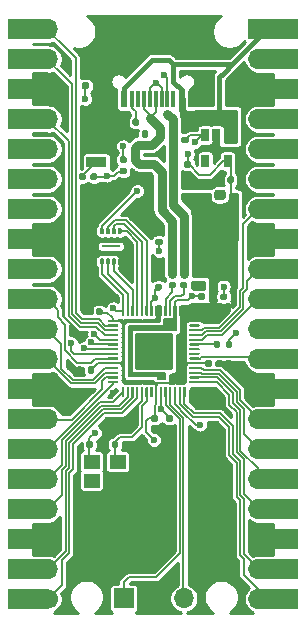
<source format=gtl>
G04 #@! TF.GenerationSoftware,KiCad,Pcbnew,(5.1.9)-1*
G04 #@! TF.CreationDate,2021-06-07T20:00:39+01:00*
G04 #@! TF.ProjectId,EnvOpenPico,456e764f-7065-46e5-9069-636f2e6b6963,REV1*
G04 #@! TF.SameCoordinates,Original*
G04 #@! TF.FileFunction,Copper,L1,Top*
G04 #@! TF.FilePolarity,Positive*
%FSLAX46Y46*%
G04 Gerber Fmt 4.6, Leading zero omitted, Abs format (unit mm)*
G04 Created by KiCad (PCBNEW (5.1.9)-1) date 2021-06-07 20:00:39*
%MOMM*%
%LPD*%
G01*
G04 APERTURE LIST*
G04 #@! TA.AperFunction,ComponentPad*
%ADD10O,1.700000X1.700000*%
G04 #@! TD*
G04 #@! TA.AperFunction,ComponentPad*
%ADD11R,1.700000X1.700000*%
G04 #@! TD*
G04 #@! TA.AperFunction,ComponentPad*
%ADD12R,3.500000X1.700000*%
G04 #@! TD*
G04 #@! TA.AperFunction,ComponentPad*
%ADD13C,1.700000*%
G04 #@! TD*
G04 #@! TA.AperFunction,SMDPad,CuDef*
%ADD14R,1.600000X0.200000*%
G04 #@! TD*
G04 #@! TA.AperFunction,SMDPad,CuDef*
%ADD15R,0.600000X1.450000*%
G04 #@! TD*
G04 #@! TA.AperFunction,SMDPad,CuDef*
%ADD16R,0.300000X1.450000*%
G04 #@! TD*
G04 #@! TA.AperFunction,ComponentPad*
%ADD17O,1.000000X2.100000*%
G04 #@! TD*
G04 #@! TA.AperFunction,ComponentPad*
%ADD18O,1.000000X1.600000*%
G04 #@! TD*
G04 #@! TA.AperFunction,SMDPad,CuDef*
%ADD19R,1.700000X0.900000*%
G04 #@! TD*
G04 #@! TA.AperFunction,SMDPad,CuDef*
%ADD20R,0.650000X1.060000*%
G04 #@! TD*
G04 #@! TA.AperFunction,SMDPad,CuDef*
%ADD21R,1.400000X1.150000*%
G04 #@! TD*
G04 #@! TA.AperFunction,ComponentPad*
%ADD22C,0.600000*%
G04 #@! TD*
G04 #@! TA.AperFunction,ViaPad*
%ADD23C,0.600000*%
G04 #@! TD*
G04 #@! TA.AperFunction,Conductor*
%ADD24C,0.150000*%
G04 #@! TD*
G04 #@! TA.AperFunction,Conductor*
%ADD25C,0.400000*%
G04 #@! TD*
G04 #@! TA.AperFunction,Conductor*
%ADD26C,0.600000*%
G04 #@! TD*
G04 #@! TA.AperFunction,Conductor*
%ADD27C,0.200000*%
G04 #@! TD*
G04 #@! TA.AperFunction,Conductor*
%ADD28C,0.800000*%
G04 #@! TD*
G04 #@! TA.AperFunction,Conductor*
%ADD29C,0.127000*%
G04 #@! TD*
G04 #@! TA.AperFunction,Conductor*
%ADD30C,0.254000*%
G04 #@! TD*
G04 APERTURE END LIST*
D10*
X112550000Y-106985000D03*
X112550000Y-104445000D03*
X112550000Y-101905000D03*
X112550000Y-99365000D03*
X112550000Y-96825000D03*
X112550000Y-94285000D03*
X112550000Y-91745000D03*
X112550000Y-89205000D03*
X112550000Y-86665000D03*
X112550000Y-84125000D03*
X112550000Y-81585000D03*
X112550000Y-79045000D03*
X112550000Y-76505000D03*
X112550000Y-73965000D03*
X112550000Y-71425000D03*
X112550000Y-68885000D03*
X112550000Y-66345000D03*
X112550000Y-63805000D03*
X112550000Y-61265000D03*
D11*
X112550000Y-58725000D03*
D12*
X114250000Y-99365000D03*
X114250000Y-101905000D03*
X114250000Y-96825000D03*
X114250000Y-104445000D03*
X114250000Y-94285000D03*
X114250000Y-106985000D03*
X114250000Y-86665000D03*
X114250000Y-91745000D03*
X114250000Y-84125000D03*
X114250000Y-73965000D03*
X114250000Y-71425000D03*
X114250000Y-68885000D03*
X114250000Y-61265000D03*
X114250000Y-89205000D03*
X114250000Y-76505000D03*
X114250000Y-63805000D03*
X114250000Y-58725000D03*
X114250000Y-79045000D03*
X114250000Y-66345000D03*
X114250000Y-81585000D03*
D10*
X94750000Y-58725000D03*
X94750000Y-61265000D03*
D11*
X94750000Y-63805000D03*
D10*
X94750000Y-66345000D03*
X94750000Y-68885000D03*
X94750000Y-71425000D03*
X94750000Y-73965000D03*
D11*
X94750000Y-76505000D03*
D10*
X94750000Y-79045000D03*
X94750000Y-81585000D03*
X94750000Y-84125000D03*
X94750000Y-86665000D03*
D11*
X94750000Y-89205000D03*
D10*
X94750000Y-91745000D03*
X94750000Y-94285000D03*
X94750000Y-96825000D03*
X94750000Y-99365000D03*
D11*
X94750000Y-101905000D03*
D10*
X94750000Y-104445000D03*
D13*
X94750000Y-106985000D03*
D12*
X93050000Y-104445000D03*
X93050000Y-73965000D03*
X93050000Y-99365000D03*
X93050000Y-94285000D03*
X93050000Y-89205000D03*
X93050000Y-86665000D03*
X93050000Y-71425000D03*
X93060000Y-79045000D03*
X93050000Y-68885000D03*
X93050000Y-61255000D03*
X93050000Y-66335000D03*
X93040000Y-91745000D03*
X93050000Y-96825000D03*
X93050000Y-81585000D03*
X93050000Y-76505000D03*
X93050000Y-106985000D03*
X93050000Y-84125000D03*
X93050000Y-63805000D03*
X93050000Y-101905000D03*
X93050000Y-58725000D03*
D14*
X100050000Y-77125000D03*
G04 #@! TA.AperFunction,SMDPad,CuDef*
G36*
G01*
X99387500Y-76100000D02*
X99212500Y-76100000D01*
G75*
G02*
X99125000Y-76012500I0J87500D01*
G01*
X99125000Y-75662500D01*
G75*
G02*
X99212500Y-75575000I87500J0D01*
G01*
X99387500Y-75575000D01*
G75*
G02*
X99475000Y-75662500I0J-87500D01*
G01*
X99475000Y-76012500D01*
G75*
G02*
X99387500Y-76100000I-87500J0D01*
G01*
G37*
G04 #@! TD.AperFunction*
G04 #@! TA.AperFunction,SMDPad,CuDef*
G36*
G01*
X99887500Y-76100000D02*
X99712500Y-76100000D01*
G75*
G02*
X99625000Y-76012500I0J87500D01*
G01*
X99625000Y-75662500D01*
G75*
G02*
X99712500Y-75575000I87500J0D01*
G01*
X99887500Y-75575000D01*
G75*
G02*
X99975000Y-75662500I0J-87500D01*
G01*
X99975000Y-76012500D01*
G75*
G02*
X99887500Y-76100000I-87500J0D01*
G01*
G37*
G04 #@! TD.AperFunction*
G04 #@! TA.AperFunction,SMDPad,CuDef*
G36*
G01*
X100387500Y-76100000D02*
X100212500Y-76100000D01*
G75*
G02*
X100125000Y-76012500I0J87500D01*
G01*
X100125000Y-75662500D01*
G75*
G02*
X100212500Y-75575000I87500J0D01*
G01*
X100387500Y-75575000D01*
G75*
G02*
X100475000Y-75662500I0J-87500D01*
G01*
X100475000Y-76012500D01*
G75*
G02*
X100387500Y-76100000I-87500J0D01*
G01*
G37*
G04 #@! TD.AperFunction*
G04 #@! TA.AperFunction,SMDPad,CuDef*
G36*
G01*
X100887500Y-76100000D02*
X100712500Y-76100000D01*
G75*
G02*
X100625000Y-76012500I0J87500D01*
G01*
X100625000Y-75662500D01*
G75*
G02*
X100712500Y-75575000I87500J0D01*
G01*
X100887500Y-75575000D01*
G75*
G02*
X100975000Y-75662500I0J-87500D01*
G01*
X100975000Y-76012500D01*
G75*
G02*
X100887500Y-76100000I-87500J0D01*
G01*
G37*
G04 #@! TD.AperFunction*
G04 #@! TA.AperFunction,SMDPad,CuDef*
G36*
G01*
X100887500Y-78675000D02*
X100712500Y-78675000D01*
G75*
G02*
X100625000Y-78587500I0J87500D01*
G01*
X100625000Y-78237500D01*
G75*
G02*
X100712500Y-78150000I87500J0D01*
G01*
X100887500Y-78150000D01*
G75*
G02*
X100975000Y-78237500I0J-87500D01*
G01*
X100975000Y-78587500D01*
G75*
G02*
X100887500Y-78675000I-87500J0D01*
G01*
G37*
G04 #@! TD.AperFunction*
G04 #@! TA.AperFunction,SMDPad,CuDef*
G36*
G01*
X100387500Y-78675000D02*
X100212500Y-78675000D01*
G75*
G02*
X100125000Y-78587500I0J87500D01*
G01*
X100125000Y-78237500D01*
G75*
G02*
X100212500Y-78150000I87500J0D01*
G01*
X100387500Y-78150000D01*
G75*
G02*
X100475000Y-78237500I0J-87500D01*
G01*
X100475000Y-78587500D01*
G75*
G02*
X100387500Y-78675000I-87500J0D01*
G01*
G37*
G04 #@! TD.AperFunction*
G04 #@! TA.AperFunction,SMDPad,CuDef*
G36*
G01*
X99887500Y-78675000D02*
X99712500Y-78675000D01*
G75*
G02*
X99625000Y-78587500I0J87500D01*
G01*
X99625000Y-78237500D01*
G75*
G02*
X99712500Y-78150000I87500J0D01*
G01*
X99887500Y-78150000D01*
G75*
G02*
X99975000Y-78237500I0J-87500D01*
G01*
X99975000Y-78587500D01*
G75*
G02*
X99887500Y-78675000I-87500J0D01*
G01*
G37*
G04 #@! TD.AperFunction*
G04 #@! TA.AperFunction,SMDPad,CuDef*
G36*
G01*
X99387500Y-78675000D02*
X99212500Y-78675000D01*
G75*
G02*
X99125000Y-78587500I0J87500D01*
G01*
X99125000Y-78237500D01*
G75*
G02*
X99212500Y-78150000I87500J0D01*
G01*
X99387500Y-78150000D01*
G75*
G02*
X99475000Y-78237500I0J-87500D01*
G01*
X99475000Y-78587500D01*
G75*
G02*
X99387500Y-78675000I-87500J0D01*
G01*
G37*
G04 #@! TD.AperFunction*
D15*
X100375000Y-64620000D03*
X106825000Y-64620000D03*
X101150000Y-64620000D03*
X106050000Y-64620000D03*
D16*
X105350000Y-64620000D03*
X101850000Y-64620000D03*
X104850000Y-64620000D03*
X102350000Y-64620000D03*
X104350000Y-64620000D03*
X102850000Y-64620000D03*
X103350000Y-64620000D03*
X103850000Y-64620000D03*
D17*
X107920000Y-63705000D03*
X99280000Y-63705000D03*
D18*
X107920000Y-59525000D03*
X99280000Y-59525000D03*
G04 #@! TA.AperFunction,SMDPad,CuDef*
G36*
G01*
X109033750Y-73910000D02*
X109546250Y-73910000D01*
G75*
G02*
X109765000Y-74128750I0J-218750D01*
G01*
X109765000Y-74566250D01*
G75*
G02*
X109546250Y-74785000I-218750J0D01*
G01*
X109033750Y-74785000D01*
G75*
G02*
X108815000Y-74566250I0J218750D01*
G01*
X108815000Y-74128750D01*
G75*
G02*
X109033750Y-73910000I218750J0D01*
G01*
G37*
G04 #@! TD.AperFunction*
G04 #@! TA.AperFunction,SMDPad,CuDef*
G36*
G01*
X109033750Y-72335000D02*
X109546250Y-72335000D01*
G75*
G02*
X109765000Y-72553750I0J-218750D01*
G01*
X109765000Y-72991250D01*
G75*
G02*
X109546250Y-73210000I-218750J0D01*
G01*
X109033750Y-73210000D01*
G75*
G02*
X108815000Y-72991250I0J218750D01*
G01*
X108815000Y-72553750D01*
G75*
G02*
X109033750Y-72335000I218750J0D01*
G01*
G37*
G04 #@! TD.AperFunction*
G04 #@! TA.AperFunction,SMDPad,CuDef*
G36*
G01*
X106135000Y-67840000D02*
X106505000Y-67840000D01*
G75*
G02*
X106640000Y-67975000I0J-135000D01*
G01*
X106640000Y-68245000D01*
G75*
G02*
X106505000Y-68380000I-135000J0D01*
G01*
X106135000Y-68380000D01*
G75*
G02*
X106000000Y-68245000I0J135000D01*
G01*
X106000000Y-67975000D01*
G75*
G02*
X106135000Y-67840000I135000J0D01*
G01*
G37*
G04 #@! TD.AperFunction*
G04 #@! TA.AperFunction,SMDPad,CuDef*
G36*
G01*
X106135000Y-66820000D02*
X106505000Y-66820000D01*
G75*
G02*
X106640000Y-66955000I0J-135000D01*
G01*
X106640000Y-67225000D01*
G75*
G02*
X106505000Y-67360000I-135000J0D01*
G01*
X106135000Y-67360000D01*
G75*
G02*
X106000000Y-67225000I0J135000D01*
G01*
X106000000Y-66955000D01*
G75*
G02*
X106135000Y-66820000I135000J0D01*
G01*
G37*
G04 #@! TD.AperFunction*
G04 #@! TA.AperFunction,SMDPad,CuDef*
G36*
G01*
X101880000Y-66785000D02*
X101880000Y-66415000D01*
G75*
G02*
X102015000Y-66280000I135000J0D01*
G01*
X102285000Y-66280000D01*
G75*
G02*
X102420000Y-66415000I0J-135000D01*
G01*
X102420000Y-66785000D01*
G75*
G02*
X102285000Y-66920000I-135000J0D01*
G01*
X102015000Y-66920000D01*
G75*
G02*
X101880000Y-66785000I0J135000D01*
G01*
G37*
G04 #@! TD.AperFunction*
G04 #@! TA.AperFunction,SMDPad,CuDef*
G36*
G01*
X100860000Y-66785000D02*
X100860000Y-66415000D01*
G75*
G02*
X100995000Y-66280000I135000J0D01*
G01*
X101265000Y-66280000D01*
G75*
G02*
X101400000Y-66415000I0J-135000D01*
G01*
X101400000Y-66785000D01*
G75*
G02*
X101265000Y-66920000I-135000J0D01*
G01*
X100995000Y-66920000D01*
G75*
G02*
X100860000Y-66785000I0J135000D01*
G01*
G37*
G04 #@! TD.AperFunction*
G04 #@! TA.AperFunction,SMDPad,CuDef*
G36*
G01*
X102700000Y-67795000D02*
X102700000Y-67425000D01*
G75*
G02*
X102835000Y-67290000I135000J0D01*
G01*
X103105000Y-67290000D01*
G75*
G02*
X103240000Y-67425000I0J-135000D01*
G01*
X103240000Y-67795000D01*
G75*
G02*
X103105000Y-67930000I-135000J0D01*
G01*
X102835000Y-67930000D01*
G75*
G02*
X102700000Y-67795000I0J135000D01*
G01*
G37*
G04 #@! TD.AperFunction*
G04 #@! TA.AperFunction,SMDPad,CuDef*
G36*
G01*
X101680000Y-67795000D02*
X101680000Y-67425000D01*
G75*
G02*
X101815000Y-67290000I135000J0D01*
G01*
X102085000Y-67290000D01*
G75*
G02*
X102220000Y-67425000I0J-135000D01*
G01*
X102220000Y-67795000D01*
G75*
G02*
X102085000Y-67930000I-135000J0D01*
G01*
X101815000Y-67930000D01*
G75*
G02*
X101680000Y-67795000I0J135000D01*
G01*
G37*
G04 #@! TD.AperFunction*
D19*
X98830000Y-66590000D03*
X98830000Y-69990000D03*
G04 #@! TA.AperFunction,SMDPad,CuDef*
G36*
G01*
X100930000Y-70450000D02*
X101270000Y-70450000D01*
G75*
G02*
X101410000Y-70590000I0J-140000D01*
G01*
X101410000Y-70870000D01*
G75*
G02*
X101270000Y-71010000I-140000J0D01*
G01*
X100930000Y-71010000D01*
G75*
G02*
X100790000Y-70870000I0J140000D01*
G01*
X100790000Y-70590000D01*
G75*
G02*
X100930000Y-70450000I140000J0D01*
G01*
G37*
G04 #@! TD.AperFunction*
G04 #@! TA.AperFunction,SMDPad,CuDef*
G36*
G01*
X100930000Y-69490000D02*
X101270000Y-69490000D01*
G75*
G02*
X101410000Y-69630000I0J-140000D01*
G01*
X101410000Y-69910000D01*
G75*
G02*
X101270000Y-70050000I-140000J0D01*
G01*
X100930000Y-70050000D01*
G75*
G02*
X100790000Y-69910000I0J140000D01*
G01*
X100790000Y-69630000D01*
G75*
G02*
X100930000Y-69490000I140000J0D01*
G01*
G37*
G04 #@! TD.AperFunction*
D20*
X109950000Y-69900000D03*
X108050000Y-69900000D03*
X108050000Y-67700000D03*
X109000000Y-67700000D03*
X109950000Y-67700000D03*
G04 #@! TA.AperFunction,SMDPad,CuDef*
G36*
G01*
X106380000Y-70850000D02*
X106720000Y-70850000D01*
G75*
G02*
X106860000Y-70990000I0J-140000D01*
G01*
X106860000Y-71270000D01*
G75*
G02*
X106720000Y-71410000I-140000J0D01*
G01*
X106380000Y-71410000D01*
G75*
G02*
X106240000Y-71270000I0J140000D01*
G01*
X106240000Y-70990000D01*
G75*
G02*
X106380000Y-70850000I140000J0D01*
G01*
G37*
G04 #@! TD.AperFunction*
G04 #@! TA.AperFunction,SMDPad,CuDef*
G36*
G01*
X106380000Y-69890000D02*
X106720000Y-69890000D01*
G75*
G02*
X106860000Y-70030000I0J-140000D01*
G01*
X106860000Y-70310000D01*
G75*
G02*
X106720000Y-70450000I-140000J0D01*
G01*
X106380000Y-70450000D01*
G75*
G02*
X106240000Y-70310000I0J140000D01*
G01*
X106240000Y-70030000D01*
G75*
G02*
X106380000Y-69890000I140000J0D01*
G01*
G37*
G04 #@! TD.AperFunction*
G04 #@! TA.AperFunction,SMDPad,CuDef*
G36*
G01*
X109525000Y-71330000D02*
X109525000Y-71670000D01*
G75*
G02*
X109385000Y-71810000I-140000J0D01*
G01*
X109105000Y-71810000D01*
G75*
G02*
X108965000Y-71670000I0J140000D01*
G01*
X108965000Y-71330000D01*
G75*
G02*
X109105000Y-71190000I140000J0D01*
G01*
X109385000Y-71190000D01*
G75*
G02*
X109525000Y-71330000I0J-140000D01*
G01*
G37*
G04 #@! TD.AperFunction*
G04 #@! TA.AperFunction,SMDPad,CuDef*
G36*
G01*
X110485000Y-71330000D02*
X110485000Y-71670000D01*
G75*
G02*
X110345000Y-71810000I-140000J0D01*
G01*
X110065000Y-71810000D01*
G75*
G02*
X109925000Y-71670000I0J140000D01*
G01*
X109925000Y-71330000D01*
G75*
G02*
X110065000Y-71190000I140000J0D01*
G01*
X110345000Y-71190000D01*
G75*
G02*
X110485000Y-71330000I0J-140000D01*
G01*
G37*
G04 #@! TD.AperFunction*
D21*
X98425000Y-95350000D03*
X100625000Y-95350000D03*
X100625000Y-96950000D03*
X98425000Y-96950000D03*
G04 #@! TA.AperFunction,SMDPad,CuDef*
G36*
G01*
X104245000Y-79900000D02*
X103905000Y-79900000D01*
G75*
G02*
X103765000Y-79760000I0J140000D01*
G01*
X103765000Y-79480000D01*
G75*
G02*
X103905000Y-79340000I140000J0D01*
G01*
X104245000Y-79340000D01*
G75*
G02*
X104385000Y-79480000I0J-140000D01*
G01*
X104385000Y-79760000D01*
G75*
G02*
X104245000Y-79900000I-140000J0D01*
G01*
G37*
G04 #@! TD.AperFunction*
G04 #@! TA.AperFunction,SMDPad,CuDef*
G36*
G01*
X104245000Y-80860000D02*
X103905000Y-80860000D01*
G75*
G02*
X103765000Y-80720000I0J140000D01*
G01*
X103765000Y-80440000D01*
G75*
G02*
X103905000Y-80300000I140000J0D01*
G01*
X104245000Y-80300000D01*
G75*
G02*
X104385000Y-80440000I0J-140000D01*
G01*
X104385000Y-80720000D01*
G75*
G02*
X104245000Y-80860000I-140000J0D01*
G01*
G37*
G04 #@! TD.AperFunction*
G04 #@! TA.AperFunction,SMDPad,CuDef*
G36*
G01*
X97690000Y-87415000D02*
X97690000Y-87755000D01*
G75*
G02*
X97550000Y-87895000I-140000J0D01*
G01*
X97270000Y-87895000D01*
G75*
G02*
X97130000Y-87755000I0J140000D01*
G01*
X97130000Y-87415000D01*
G75*
G02*
X97270000Y-87275000I140000J0D01*
G01*
X97550000Y-87275000D01*
G75*
G02*
X97690000Y-87415000I0J-140000D01*
G01*
G37*
G04 #@! TD.AperFunction*
G04 #@! TA.AperFunction,SMDPad,CuDef*
G36*
G01*
X98650000Y-87415000D02*
X98650000Y-87755000D01*
G75*
G02*
X98510000Y-87895000I-140000J0D01*
G01*
X98230000Y-87895000D01*
G75*
G02*
X98090000Y-87755000I0J140000D01*
G01*
X98090000Y-87415000D01*
G75*
G02*
X98230000Y-87275000I140000J0D01*
G01*
X98510000Y-87275000D01*
G75*
G02*
X98650000Y-87415000I0J-140000D01*
G01*
G37*
G04 #@! TD.AperFunction*
G04 #@! TA.AperFunction,SMDPad,CuDef*
G36*
G01*
X98950000Y-94070000D02*
X98950000Y-93730000D01*
G75*
G02*
X99090000Y-93590000I140000J0D01*
G01*
X99370000Y-93590000D01*
G75*
G02*
X99510000Y-93730000I0J-140000D01*
G01*
X99510000Y-94070000D01*
G75*
G02*
X99370000Y-94210000I-140000J0D01*
G01*
X99090000Y-94210000D01*
G75*
G02*
X98950000Y-94070000I0J140000D01*
G01*
G37*
G04 #@! TD.AperFunction*
G04 #@! TA.AperFunction,SMDPad,CuDef*
G36*
G01*
X97990000Y-94070000D02*
X97990000Y-93730000D01*
G75*
G02*
X98130000Y-93590000I140000J0D01*
G01*
X98410000Y-93590000D01*
G75*
G02*
X98550000Y-93730000I0J-140000D01*
G01*
X98550000Y-94070000D01*
G75*
G02*
X98410000Y-94210000I-140000J0D01*
G01*
X98130000Y-94210000D01*
G75*
G02*
X97990000Y-94070000I0J140000D01*
G01*
G37*
G04 #@! TD.AperFunction*
G04 #@! TA.AperFunction,SMDPad,CuDef*
G36*
G01*
X109770000Y-81675000D02*
X109430000Y-81675000D01*
G75*
G02*
X109290000Y-81535000I0J140000D01*
G01*
X109290000Y-81255000D01*
G75*
G02*
X109430000Y-81115000I140000J0D01*
G01*
X109770000Y-81115000D01*
G75*
G02*
X109910000Y-81255000I0J-140000D01*
G01*
X109910000Y-81535000D01*
G75*
G02*
X109770000Y-81675000I-140000J0D01*
G01*
G37*
G04 #@! TD.AperFunction*
G04 #@! TA.AperFunction,SMDPad,CuDef*
G36*
G01*
X109770000Y-82635000D02*
X109430000Y-82635000D01*
G75*
G02*
X109290000Y-82495000I0J140000D01*
G01*
X109290000Y-82215000D01*
G75*
G02*
X109430000Y-82075000I140000J0D01*
G01*
X109770000Y-82075000D01*
G75*
G02*
X109910000Y-82215000I0J-140000D01*
G01*
X109910000Y-82495000D01*
G75*
G02*
X109770000Y-82635000I-140000J0D01*
G01*
G37*
G04 #@! TD.AperFunction*
G04 #@! TA.AperFunction,SMDPad,CuDef*
G36*
G01*
X103580000Y-92375000D02*
X103920000Y-92375000D01*
G75*
G02*
X104060000Y-92515000I0J-140000D01*
G01*
X104060000Y-92795000D01*
G75*
G02*
X103920000Y-92935000I-140000J0D01*
G01*
X103580000Y-92935000D01*
G75*
G02*
X103440000Y-92795000I0J140000D01*
G01*
X103440000Y-92515000D01*
G75*
G02*
X103580000Y-92375000I140000J0D01*
G01*
G37*
G04 #@! TD.AperFunction*
G04 #@! TA.AperFunction,SMDPad,CuDef*
G36*
G01*
X103580000Y-91415000D02*
X103920000Y-91415000D01*
G75*
G02*
X104060000Y-91555000I0J-140000D01*
G01*
X104060000Y-91835000D01*
G75*
G02*
X103920000Y-91975000I-140000J0D01*
G01*
X103580000Y-91975000D01*
G75*
G02*
X103440000Y-91835000I0J140000D01*
G01*
X103440000Y-91555000D01*
G75*
G02*
X103580000Y-91415000I140000J0D01*
G01*
G37*
G04 #@! TD.AperFunction*
G04 #@! TA.AperFunction,SMDPad,CuDef*
G36*
G01*
X109000000Y-87195000D02*
X109000000Y-86855000D01*
G75*
G02*
X109140000Y-86715000I140000J0D01*
G01*
X109420000Y-86715000D01*
G75*
G02*
X109560000Y-86855000I0J-140000D01*
G01*
X109560000Y-87195000D01*
G75*
G02*
X109420000Y-87335000I-140000J0D01*
G01*
X109140000Y-87335000D01*
G75*
G02*
X109000000Y-87195000I0J140000D01*
G01*
G37*
G04 #@! TD.AperFunction*
G04 #@! TA.AperFunction,SMDPad,CuDef*
G36*
G01*
X108040000Y-87195000D02*
X108040000Y-86855000D01*
G75*
G02*
X108180000Y-86715000I140000J0D01*
G01*
X108460000Y-86715000D01*
G75*
G02*
X108600000Y-86855000I0J-140000D01*
G01*
X108600000Y-87195000D01*
G75*
G02*
X108460000Y-87335000I-140000J0D01*
G01*
X108180000Y-87335000D01*
G75*
G02*
X108040000Y-87195000I0J140000D01*
G01*
G37*
G04 #@! TD.AperFunction*
G04 #@! TA.AperFunction,SMDPad,CuDef*
G36*
G01*
X106060000Y-80125000D02*
X106400000Y-80125000D01*
G75*
G02*
X106540000Y-80265000I0J-140000D01*
G01*
X106540000Y-80545000D01*
G75*
G02*
X106400000Y-80685000I-140000J0D01*
G01*
X106060000Y-80685000D01*
G75*
G02*
X105920000Y-80545000I0J140000D01*
G01*
X105920000Y-80265000D01*
G75*
G02*
X106060000Y-80125000I140000J0D01*
G01*
G37*
G04 #@! TD.AperFunction*
G04 #@! TA.AperFunction,SMDPad,CuDef*
G36*
G01*
X106060000Y-79165000D02*
X106400000Y-79165000D01*
G75*
G02*
X106540000Y-79305000I0J-140000D01*
G01*
X106540000Y-79585000D01*
G75*
G02*
X106400000Y-79725000I-140000J0D01*
G01*
X106060000Y-79725000D01*
G75*
G02*
X105920000Y-79585000I0J140000D01*
G01*
X105920000Y-79305000D01*
G75*
G02*
X106060000Y-79165000I140000J0D01*
G01*
G37*
G04 #@! TD.AperFunction*
G04 #@! TA.AperFunction,SMDPad,CuDef*
G36*
G01*
X105080000Y-80125000D02*
X105420000Y-80125000D01*
G75*
G02*
X105560000Y-80265000I0J-140000D01*
G01*
X105560000Y-80545000D01*
G75*
G02*
X105420000Y-80685000I-140000J0D01*
G01*
X105080000Y-80685000D01*
G75*
G02*
X104940000Y-80545000I0J140000D01*
G01*
X104940000Y-80265000D01*
G75*
G02*
X105080000Y-80125000I140000J0D01*
G01*
G37*
G04 #@! TD.AperFunction*
G04 #@! TA.AperFunction,SMDPad,CuDef*
G36*
G01*
X105080000Y-79165000D02*
X105420000Y-79165000D01*
G75*
G02*
X105560000Y-79305000I0J-140000D01*
G01*
X105560000Y-79585000D01*
G75*
G02*
X105420000Y-79725000I-140000J0D01*
G01*
X105080000Y-79725000D01*
G75*
G02*
X104940000Y-79585000I0J140000D01*
G01*
X104940000Y-79305000D01*
G75*
G02*
X105080000Y-79165000I140000J0D01*
G01*
G37*
G04 #@! TD.AperFunction*
G04 #@! TA.AperFunction,SMDPad,CuDef*
G36*
G01*
X97920000Y-71060000D02*
X97920000Y-71400000D01*
G75*
G02*
X97780000Y-71540000I-140000J0D01*
G01*
X97500000Y-71540000D01*
G75*
G02*
X97360000Y-71400000I0J140000D01*
G01*
X97360000Y-71060000D01*
G75*
G02*
X97500000Y-70920000I140000J0D01*
G01*
X97780000Y-70920000D01*
G75*
G02*
X97920000Y-71060000I0J-140000D01*
G01*
G37*
G04 #@! TD.AperFunction*
G04 #@! TA.AperFunction,SMDPad,CuDef*
G36*
G01*
X98880000Y-71060000D02*
X98880000Y-71400000D01*
G75*
G02*
X98740000Y-71540000I-140000J0D01*
G01*
X98460000Y-71540000D01*
G75*
G02*
X98320000Y-71400000I0J140000D01*
G01*
X98320000Y-71060000D01*
G75*
G02*
X98460000Y-70920000I140000J0D01*
G01*
X98740000Y-70920000D01*
G75*
G02*
X98880000Y-71060000I0J-140000D01*
G01*
G37*
G04 #@! TD.AperFunction*
G04 #@! TA.AperFunction,SMDPad,CuDef*
G36*
G01*
X98400000Y-82480000D02*
X98400000Y-82820000D01*
G75*
G02*
X98260000Y-82960000I-140000J0D01*
G01*
X97980000Y-82960000D01*
G75*
G02*
X97840000Y-82820000I0J140000D01*
G01*
X97840000Y-82480000D01*
G75*
G02*
X97980000Y-82340000I140000J0D01*
G01*
X98260000Y-82340000D01*
G75*
G02*
X98400000Y-82480000I0J-140000D01*
G01*
G37*
G04 #@! TD.AperFunction*
G04 #@! TA.AperFunction,SMDPad,CuDef*
G36*
G01*
X99360000Y-82480000D02*
X99360000Y-82820000D01*
G75*
G02*
X99220000Y-82960000I-140000J0D01*
G01*
X98940000Y-82960000D01*
G75*
G02*
X98800000Y-82820000I0J140000D01*
G01*
X98800000Y-82480000D01*
G75*
G02*
X98940000Y-82340000I140000J0D01*
G01*
X99220000Y-82340000D01*
G75*
G02*
X99360000Y-82480000I0J-140000D01*
G01*
G37*
G04 #@! TD.AperFunction*
G04 #@! TA.AperFunction,SMDPad,CuDef*
G36*
G01*
X107895000Y-80675000D02*
X107555000Y-80675000D01*
G75*
G02*
X107415000Y-80535000I0J140000D01*
G01*
X107415000Y-80255000D01*
G75*
G02*
X107555000Y-80115000I140000J0D01*
G01*
X107895000Y-80115000D01*
G75*
G02*
X108035000Y-80255000I0J-140000D01*
G01*
X108035000Y-80535000D01*
G75*
G02*
X107895000Y-80675000I-140000J0D01*
G01*
G37*
G04 #@! TD.AperFunction*
G04 #@! TA.AperFunction,SMDPad,CuDef*
G36*
G01*
X107895000Y-81635000D02*
X107555000Y-81635000D01*
G75*
G02*
X107415000Y-81495000I0J140000D01*
G01*
X107415000Y-81215000D01*
G75*
G02*
X107555000Y-81075000I140000J0D01*
G01*
X107895000Y-81075000D01*
G75*
G02*
X108035000Y-81215000I0J-140000D01*
G01*
X108035000Y-81495000D01*
G75*
G02*
X107895000Y-81635000I-140000J0D01*
G01*
G37*
G04 #@! TD.AperFunction*
G04 #@! TA.AperFunction,SMDPad,CuDef*
G36*
G01*
X104830000Y-92375000D02*
X105170000Y-92375000D01*
G75*
G02*
X105310000Y-92515000I0J-140000D01*
G01*
X105310000Y-92795000D01*
G75*
G02*
X105170000Y-92935000I-140000J0D01*
G01*
X104830000Y-92935000D01*
G75*
G02*
X104690000Y-92795000I0J140000D01*
G01*
X104690000Y-92515000D01*
G75*
G02*
X104830000Y-92375000I140000J0D01*
G01*
G37*
G04 #@! TD.AperFunction*
G04 #@! TA.AperFunction,SMDPad,CuDef*
G36*
G01*
X104830000Y-91415000D02*
X105170000Y-91415000D01*
G75*
G02*
X105310000Y-91555000I0J-140000D01*
G01*
X105310000Y-91835000D01*
G75*
G02*
X105170000Y-91975000I-140000J0D01*
G01*
X104830000Y-91975000D01*
G75*
G02*
X104690000Y-91835000I0J140000D01*
G01*
X104690000Y-91555000D01*
G75*
G02*
X104830000Y-91415000I140000J0D01*
G01*
G37*
G04 #@! TD.AperFunction*
G04 #@! TA.AperFunction,SMDPad,CuDef*
G36*
G01*
X104295000Y-76075000D02*
X103955000Y-76075000D01*
G75*
G02*
X103815000Y-75935000I0J140000D01*
G01*
X103815000Y-75655000D01*
G75*
G02*
X103955000Y-75515000I140000J0D01*
G01*
X104295000Y-75515000D01*
G75*
G02*
X104435000Y-75655000I0J-140000D01*
G01*
X104435000Y-75935000D01*
G75*
G02*
X104295000Y-76075000I-140000J0D01*
G01*
G37*
G04 #@! TD.AperFunction*
G04 #@! TA.AperFunction,SMDPad,CuDef*
G36*
G01*
X104295000Y-77035000D02*
X103955000Y-77035000D01*
G75*
G02*
X103815000Y-76895000I0J140000D01*
G01*
X103815000Y-76615000D01*
G75*
G02*
X103955000Y-76475000I140000J0D01*
G01*
X104295000Y-76475000D01*
G75*
G02*
X104435000Y-76615000I0J-140000D01*
G01*
X104435000Y-76895000D01*
G75*
G02*
X104295000Y-77035000I-140000J0D01*
G01*
G37*
G04 #@! TD.AperFunction*
G04 #@! TA.AperFunction,SMDPad,CuDef*
G36*
G01*
X100700000Y-93730000D02*
X100700000Y-94070000D01*
G75*
G02*
X100560000Y-94210000I-140000J0D01*
G01*
X100280000Y-94210000D01*
G75*
G02*
X100140000Y-94070000I0J140000D01*
G01*
X100140000Y-93730000D01*
G75*
G02*
X100280000Y-93590000I140000J0D01*
G01*
X100560000Y-93590000D01*
G75*
G02*
X100700000Y-93730000I0J-140000D01*
G01*
G37*
G04 #@! TD.AperFunction*
G04 #@! TA.AperFunction,SMDPad,CuDef*
G36*
G01*
X101660000Y-93730000D02*
X101660000Y-94070000D01*
G75*
G02*
X101520000Y-94210000I-140000J0D01*
G01*
X101240000Y-94210000D01*
G75*
G02*
X101100000Y-94070000I0J140000D01*
G01*
X101100000Y-93730000D01*
G75*
G02*
X101240000Y-93590000I140000J0D01*
G01*
X101520000Y-93590000D01*
G75*
G02*
X101660000Y-93730000I0J-140000D01*
G01*
G37*
G04 #@! TD.AperFunction*
G04 #@! TA.AperFunction,SMDPad,CuDef*
G36*
G01*
X110370000Y-65245000D02*
X110030000Y-65245000D01*
G75*
G02*
X109890000Y-65105000I0J140000D01*
G01*
X109890000Y-64825000D01*
G75*
G02*
X110030000Y-64685000I140000J0D01*
G01*
X110370000Y-64685000D01*
G75*
G02*
X110510000Y-64825000I0J-140000D01*
G01*
X110510000Y-65105000D01*
G75*
G02*
X110370000Y-65245000I-140000J0D01*
G01*
G37*
G04 #@! TD.AperFunction*
G04 #@! TA.AperFunction,SMDPad,CuDef*
G36*
G01*
X110370000Y-66205000D02*
X110030000Y-66205000D01*
G75*
G02*
X109890000Y-66065000I0J140000D01*
G01*
X109890000Y-65785000D01*
G75*
G02*
X110030000Y-65645000I140000J0D01*
G01*
X110370000Y-65645000D01*
G75*
G02*
X110510000Y-65785000I0J-140000D01*
G01*
X110510000Y-66065000D01*
G75*
G02*
X110370000Y-66205000I-140000J0D01*
G01*
G37*
G04 #@! TD.AperFunction*
G04 #@! TA.AperFunction,SMDPad,CuDef*
G36*
G01*
X109310000Y-85240000D02*
X109310000Y-85610000D01*
G75*
G02*
X109175000Y-85745000I-135000J0D01*
G01*
X108905000Y-85745000D01*
G75*
G02*
X108770000Y-85610000I0J135000D01*
G01*
X108770000Y-85240000D01*
G75*
G02*
X108905000Y-85105000I135000J0D01*
G01*
X109175000Y-85105000D01*
G75*
G02*
X109310000Y-85240000I0J-135000D01*
G01*
G37*
G04 #@! TD.AperFunction*
G04 #@! TA.AperFunction,SMDPad,CuDef*
G36*
G01*
X110330000Y-85240000D02*
X110330000Y-85610000D01*
G75*
G02*
X110195000Y-85745000I-135000J0D01*
G01*
X109925000Y-85745000D01*
G75*
G02*
X109790000Y-85610000I0J135000D01*
G01*
X109790000Y-85240000D01*
G75*
G02*
X109925000Y-85105000I135000J0D01*
G01*
X110195000Y-85105000D01*
G75*
G02*
X110330000Y-85240000I0J-135000D01*
G01*
G37*
G04 #@! TD.AperFunction*
G04 #@! TA.AperFunction,SMDPad,CuDef*
G36*
G01*
X97727500Y-63240000D02*
X98072500Y-63240000D01*
G75*
G02*
X98220000Y-63387500I0J-147500D01*
G01*
X98220000Y-63682500D01*
G75*
G02*
X98072500Y-63830000I-147500J0D01*
G01*
X97727500Y-63830000D01*
G75*
G02*
X97580000Y-63682500I0J147500D01*
G01*
X97580000Y-63387500D01*
G75*
G02*
X97727500Y-63240000I147500J0D01*
G01*
G37*
G04 #@! TD.AperFunction*
G04 #@! TA.AperFunction,SMDPad,CuDef*
G36*
G01*
X97727500Y-62270000D02*
X98072500Y-62270000D01*
G75*
G02*
X98220000Y-62417500I0J-147500D01*
G01*
X98220000Y-62712500D01*
G75*
G02*
X98072500Y-62860000I-147500J0D01*
G01*
X97727500Y-62860000D01*
G75*
G02*
X97580000Y-62712500I0J147500D01*
G01*
X97580000Y-62417500D01*
G75*
G02*
X97727500Y-62270000I147500J0D01*
G01*
G37*
G04 #@! TD.AperFunction*
G04 #@! TA.AperFunction,SMDPad,CuDef*
G36*
G01*
X100990000Y-82975000D02*
X100990000Y-82200000D01*
G75*
G02*
X101040000Y-82150000I50000J0D01*
G01*
X101140000Y-82150000D01*
G75*
G02*
X101190000Y-82200000I0J-50000D01*
G01*
X101190000Y-82975000D01*
G75*
G02*
X101140000Y-83025000I-50000J0D01*
G01*
X101040000Y-83025000D01*
G75*
G02*
X100990000Y-82975000I0J50000D01*
G01*
G37*
G04 #@! TD.AperFunction*
G04 #@! TA.AperFunction,SMDPad,CuDef*
G36*
G01*
X101390000Y-82975000D02*
X101390000Y-82200000D01*
G75*
G02*
X101440000Y-82150000I50000J0D01*
G01*
X101540000Y-82150000D01*
G75*
G02*
X101590000Y-82200000I0J-50000D01*
G01*
X101590000Y-82975000D01*
G75*
G02*
X101540000Y-83025000I-50000J0D01*
G01*
X101440000Y-83025000D01*
G75*
G02*
X101390000Y-82975000I0J50000D01*
G01*
G37*
G04 #@! TD.AperFunction*
G04 #@! TA.AperFunction,SMDPad,CuDef*
G36*
G01*
X101790000Y-82975000D02*
X101790000Y-82200000D01*
G75*
G02*
X101840000Y-82150000I50000J0D01*
G01*
X101940000Y-82150000D01*
G75*
G02*
X101990000Y-82200000I0J-50000D01*
G01*
X101990000Y-82975000D01*
G75*
G02*
X101940000Y-83025000I-50000J0D01*
G01*
X101840000Y-83025000D01*
G75*
G02*
X101790000Y-82975000I0J50000D01*
G01*
G37*
G04 #@! TD.AperFunction*
G04 #@! TA.AperFunction,SMDPad,CuDef*
G36*
G01*
X102190000Y-82975000D02*
X102190000Y-82200000D01*
G75*
G02*
X102240000Y-82150000I50000J0D01*
G01*
X102340000Y-82150000D01*
G75*
G02*
X102390000Y-82200000I0J-50000D01*
G01*
X102390000Y-82975000D01*
G75*
G02*
X102340000Y-83025000I-50000J0D01*
G01*
X102240000Y-83025000D01*
G75*
G02*
X102190000Y-82975000I0J50000D01*
G01*
G37*
G04 #@! TD.AperFunction*
G04 #@! TA.AperFunction,SMDPad,CuDef*
G36*
G01*
X102590000Y-82975000D02*
X102590000Y-82200000D01*
G75*
G02*
X102640000Y-82150000I50000J0D01*
G01*
X102740000Y-82150000D01*
G75*
G02*
X102790000Y-82200000I0J-50000D01*
G01*
X102790000Y-82975000D01*
G75*
G02*
X102740000Y-83025000I-50000J0D01*
G01*
X102640000Y-83025000D01*
G75*
G02*
X102590000Y-82975000I0J50000D01*
G01*
G37*
G04 #@! TD.AperFunction*
G04 #@! TA.AperFunction,SMDPad,CuDef*
G36*
G01*
X102990000Y-82975000D02*
X102990000Y-82200000D01*
G75*
G02*
X103040000Y-82150000I50000J0D01*
G01*
X103140000Y-82150000D01*
G75*
G02*
X103190000Y-82200000I0J-50000D01*
G01*
X103190000Y-82975000D01*
G75*
G02*
X103140000Y-83025000I-50000J0D01*
G01*
X103040000Y-83025000D01*
G75*
G02*
X102990000Y-82975000I0J50000D01*
G01*
G37*
G04 #@! TD.AperFunction*
G04 #@! TA.AperFunction,SMDPad,CuDef*
G36*
G01*
X103390000Y-82975000D02*
X103390000Y-82200000D01*
G75*
G02*
X103440000Y-82150000I50000J0D01*
G01*
X103540000Y-82150000D01*
G75*
G02*
X103590000Y-82200000I0J-50000D01*
G01*
X103590000Y-82975000D01*
G75*
G02*
X103540000Y-83025000I-50000J0D01*
G01*
X103440000Y-83025000D01*
G75*
G02*
X103390000Y-82975000I0J50000D01*
G01*
G37*
G04 #@! TD.AperFunction*
G04 #@! TA.AperFunction,SMDPad,CuDef*
G36*
G01*
X103790000Y-82975000D02*
X103790000Y-82200000D01*
G75*
G02*
X103840000Y-82150000I50000J0D01*
G01*
X103940000Y-82150000D01*
G75*
G02*
X103990000Y-82200000I0J-50000D01*
G01*
X103990000Y-82975000D01*
G75*
G02*
X103940000Y-83025000I-50000J0D01*
G01*
X103840000Y-83025000D01*
G75*
G02*
X103790000Y-82975000I0J50000D01*
G01*
G37*
G04 #@! TD.AperFunction*
G04 #@! TA.AperFunction,SMDPad,CuDef*
G36*
G01*
X104190000Y-82975000D02*
X104190000Y-82200000D01*
G75*
G02*
X104240000Y-82150000I50000J0D01*
G01*
X104340000Y-82150000D01*
G75*
G02*
X104390000Y-82200000I0J-50000D01*
G01*
X104390000Y-82975000D01*
G75*
G02*
X104340000Y-83025000I-50000J0D01*
G01*
X104240000Y-83025000D01*
G75*
G02*
X104190000Y-82975000I0J50000D01*
G01*
G37*
G04 #@! TD.AperFunction*
G04 #@! TA.AperFunction,SMDPad,CuDef*
G36*
G01*
X104590000Y-82975000D02*
X104590000Y-82200000D01*
G75*
G02*
X104640000Y-82150000I50000J0D01*
G01*
X104740000Y-82150000D01*
G75*
G02*
X104790000Y-82200000I0J-50000D01*
G01*
X104790000Y-82975000D01*
G75*
G02*
X104740000Y-83025000I-50000J0D01*
G01*
X104640000Y-83025000D01*
G75*
G02*
X104590000Y-82975000I0J50000D01*
G01*
G37*
G04 #@! TD.AperFunction*
G04 #@! TA.AperFunction,SMDPad,CuDef*
G36*
G01*
X104990000Y-82975000D02*
X104990000Y-82200000D01*
G75*
G02*
X105040000Y-82150000I50000J0D01*
G01*
X105140000Y-82150000D01*
G75*
G02*
X105190000Y-82200000I0J-50000D01*
G01*
X105190000Y-82975000D01*
G75*
G02*
X105140000Y-83025000I-50000J0D01*
G01*
X105040000Y-83025000D01*
G75*
G02*
X104990000Y-82975000I0J50000D01*
G01*
G37*
G04 #@! TD.AperFunction*
G04 #@! TA.AperFunction,SMDPad,CuDef*
G36*
G01*
X105390000Y-82975000D02*
X105390000Y-82200000D01*
G75*
G02*
X105440000Y-82150000I50000J0D01*
G01*
X105540000Y-82150000D01*
G75*
G02*
X105590000Y-82200000I0J-50000D01*
G01*
X105590000Y-82975000D01*
G75*
G02*
X105540000Y-83025000I-50000J0D01*
G01*
X105440000Y-83025000D01*
G75*
G02*
X105390000Y-82975000I0J50000D01*
G01*
G37*
G04 #@! TD.AperFunction*
G04 #@! TA.AperFunction,SMDPad,CuDef*
G36*
G01*
X105790000Y-82975000D02*
X105790000Y-82200000D01*
G75*
G02*
X105840000Y-82150000I50000J0D01*
G01*
X105940000Y-82150000D01*
G75*
G02*
X105990000Y-82200000I0J-50000D01*
G01*
X105990000Y-82975000D01*
G75*
G02*
X105940000Y-83025000I-50000J0D01*
G01*
X105840000Y-83025000D01*
G75*
G02*
X105790000Y-82975000I0J50000D01*
G01*
G37*
G04 #@! TD.AperFunction*
G04 #@! TA.AperFunction,SMDPad,CuDef*
G36*
G01*
X106190000Y-82975000D02*
X106190000Y-82200000D01*
G75*
G02*
X106240000Y-82150000I50000J0D01*
G01*
X106340000Y-82150000D01*
G75*
G02*
X106390000Y-82200000I0J-50000D01*
G01*
X106390000Y-82975000D01*
G75*
G02*
X106340000Y-83025000I-50000J0D01*
G01*
X106240000Y-83025000D01*
G75*
G02*
X106190000Y-82975000I0J50000D01*
G01*
G37*
G04 #@! TD.AperFunction*
G04 #@! TA.AperFunction,SMDPad,CuDef*
G36*
G01*
X106690000Y-83475000D02*
X106690000Y-83375000D01*
G75*
G02*
X106740000Y-83325000I50000J0D01*
G01*
X107515000Y-83325000D01*
G75*
G02*
X107565000Y-83375000I0J-50000D01*
G01*
X107565000Y-83475000D01*
G75*
G02*
X107515000Y-83525000I-50000J0D01*
G01*
X106740000Y-83525000D01*
G75*
G02*
X106690000Y-83475000I0J50000D01*
G01*
G37*
G04 #@! TD.AperFunction*
G04 #@! TA.AperFunction,SMDPad,CuDef*
G36*
G01*
X106690000Y-83875000D02*
X106690000Y-83775000D01*
G75*
G02*
X106740000Y-83725000I50000J0D01*
G01*
X107515000Y-83725000D01*
G75*
G02*
X107565000Y-83775000I0J-50000D01*
G01*
X107565000Y-83875000D01*
G75*
G02*
X107515000Y-83925000I-50000J0D01*
G01*
X106740000Y-83925000D01*
G75*
G02*
X106690000Y-83875000I0J50000D01*
G01*
G37*
G04 #@! TD.AperFunction*
G04 #@! TA.AperFunction,SMDPad,CuDef*
G36*
G01*
X106690000Y-84275000D02*
X106690000Y-84175000D01*
G75*
G02*
X106740000Y-84125000I50000J0D01*
G01*
X107515000Y-84125000D01*
G75*
G02*
X107565000Y-84175000I0J-50000D01*
G01*
X107565000Y-84275000D01*
G75*
G02*
X107515000Y-84325000I-50000J0D01*
G01*
X106740000Y-84325000D01*
G75*
G02*
X106690000Y-84275000I0J50000D01*
G01*
G37*
G04 #@! TD.AperFunction*
G04 #@! TA.AperFunction,SMDPad,CuDef*
G36*
G01*
X106690000Y-84675000D02*
X106690000Y-84575000D01*
G75*
G02*
X106740000Y-84525000I50000J0D01*
G01*
X107515000Y-84525000D01*
G75*
G02*
X107565000Y-84575000I0J-50000D01*
G01*
X107565000Y-84675000D01*
G75*
G02*
X107515000Y-84725000I-50000J0D01*
G01*
X106740000Y-84725000D01*
G75*
G02*
X106690000Y-84675000I0J50000D01*
G01*
G37*
G04 #@! TD.AperFunction*
G04 #@! TA.AperFunction,SMDPad,CuDef*
G36*
G01*
X106690000Y-85075000D02*
X106690000Y-84975000D01*
G75*
G02*
X106740000Y-84925000I50000J0D01*
G01*
X107515000Y-84925000D01*
G75*
G02*
X107565000Y-84975000I0J-50000D01*
G01*
X107565000Y-85075000D01*
G75*
G02*
X107515000Y-85125000I-50000J0D01*
G01*
X106740000Y-85125000D01*
G75*
G02*
X106690000Y-85075000I0J50000D01*
G01*
G37*
G04 #@! TD.AperFunction*
G04 #@! TA.AperFunction,SMDPad,CuDef*
G36*
G01*
X106690000Y-85475000D02*
X106690000Y-85375000D01*
G75*
G02*
X106740000Y-85325000I50000J0D01*
G01*
X107515000Y-85325000D01*
G75*
G02*
X107565000Y-85375000I0J-50000D01*
G01*
X107565000Y-85475000D01*
G75*
G02*
X107515000Y-85525000I-50000J0D01*
G01*
X106740000Y-85525000D01*
G75*
G02*
X106690000Y-85475000I0J50000D01*
G01*
G37*
G04 #@! TD.AperFunction*
G04 #@! TA.AperFunction,SMDPad,CuDef*
G36*
G01*
X106690000Y-85875000D02*
X106690000Y-85775000D01*
G75*
G02*
X106740000Y-85725000I50000J0D01*
G01*
X107515000Y-85725000D01*
G75*
G02*
X107565000Y-85775000I0J-50000D01*
G01*
X107565000Y-85875000D01*
G75*
G02*
X107515000Y-85925000I-50000J0D01*
G01*
X106740000Y-85925000D01*
G75*
G02*
X106690000Y-85875000I0J50000D01*
G01*
G37*
G04 #@! TD.AperFunction*
G04 #@! TA.AperFunction,SMDPad,CuDef*
G36*
G01*
X106690000Y-86275000D02*
X106690000Y-86175000D01*
G75*
G02*
X106740000Y-86125000I50000J0D01*
G01*
X107515000Y-86125000D01*
G75*
G02*
X107565000Y-86175000I0J-50000D01*
G01*
X107565000Y-86275000D01*
G75*
G02*
X107515000Y-86325000I-50000J0D01*
G01*
X106740000Y-86325000D01*
G75*
G02*
X106690000Y-86275000I0J50000D01*
G01*
G37*
G04 #@! TD.AperFunction*
G04 #@! TA.AperFunction,SMDPad,CuDef*
G36*
G01*
X106690000Y-86675000D02*
X106690000Y-86575000D01*
G75*
G02*
X106740000Y-86525000I50000J0D01*
G01*
X107515000Y-86525000D01*
G75*
G02*
X107565000Y-86575000I0J-50000D01*
G01*
X107565000Y-86675000D01*
G75*
G02*
X107515000Y-86725000I-50000J0D01*
G01*
X106740000Y-86725000D01*
G75*
G02*
X106690000Y-86675000I0J50000D01*
G01*
G37*
G04 #@! TD.AperFunction*
G04 #@! TA.AperFunction,SMDPad,CuDef*
G36*
G01*
X106690000Y-87075000D02*
X106690000Y-86975000D01*
G75*
G02*
X106740000Y-86925000I50000J0D01*
G01*
X107515000Y-86925000D01*
G75*
G02*
X107565000Y-86975000I0J-50000D01*
G01*
X107565000Y-87075000D01*
G75*
G02*
X107515000Y-87125000I-50000J0D01*
G01*
X106740000Y-87125000D01*
G75*
G02*
X106690000Y-87075000I0J50000D01*
G01*
G37*
G04 #@! TD.AperFunction*
G04 #@! TA.AperFunction,SMDPad,CuDef*
G36*
G01*
X106690000Y-87475000D02*
X106690000Y-87375000D01*
G75*
G02*
X106740000Y-87325000I50000J0D01*
G01*
X107515000Y-87325000D01*
G75*
G02*
X107565000Y-87375000I0J-50000D01*
G01*
X107565000Y-87475000D01*
G75*
G02*
X107515000Y-87525000I-50000J0D01*
G01*
X106740000Y-87525000D01*
G75*
G02*
X106690000Y-87475000I0J50000D01*
G01*
G37*
G04 #@! TD.AperFunction*
G04 #@! TA.AperFunction,SMDPad,CuDef*
G36*
G01*
X106690000Y-87875000D02*
X106690000Y-87775000D01*
G75*
G02*
X106740000Y-87725000I50000J0D01*
G01*
X107515000Y-87725000D01*
G75*
G02*
X107565000Y-87775000I0J-50000D01*
G01*
X107565000Y-87875000D01*
G75*
G02*
X107515000Y-87925000I-50000J0D01*
G01*
X106740000Y-87925000D01*
G75*
G02*
X106690000Y-87875000I0J50000D01*
G01*
G37*
G04 #@! TD.AperFunction*
G04 #@! TA.AperFunction,SMDPad,CuDef*
G36*
G01*
X106690000Y-88275000D02*
X106690000Y-88175000D01*
G75*
G02*
X106740000Y-88125000I50000J0D01*
G01*
X107515000Y-88125000D01*
G75*
G02*
X107565000Y-88175000I0J-50000D01*
G01*
X107565000Y-88275000D01*
G75*
G02*
X107515000Y-88325000I-50000J0D01*
G01*
X106740000Y-88325000D01*
G75*
G02*
X106690000Y-88275000I0J50000D01*
G01*
G37*
G04 #@! TD.AperFunction*
G04 #@! TA.AperFunction,SMDPad,CuDef*
G36*
G01*
X106690000Y-88675000D02*
X106690000Y-88575000D01*
G75*
G02*
X106740000Y-88525000I50000J0D01*
G01*
X107515000Y-88525000D01*
G75*
G02*
X107565000Y-88575000I0J-50000D01*
G01*
X107565000Y-88675000D01*
G75*
G02*
X107515000Y-88725000I-50000J0D01*
G01*
X106740000Y-88725000D01*
G75*
G02*
X106690000Y-88675000I0J50000D01*
G01*
G37*
G04 #@! TD.AperFunction*
G04 #@! TA.AperFunction,SMDPad,CuDef*
G36*
G01*
X106190000Y-89850000D02*
X106190000Y-89075000D01*
G75*
G02*
X106240000Y-89025000I50000J0D01*
G01*
X106340000Y-89025000D01*
G75*
G02*
X106390000Y-89075000I0J-50000D01*
G01*
X106390000Y-89850000D01*
G75*
G02*
X106340000Y-89900000I-50000J0D01*
G01*
X106240000Y-89900000D01*
G75*
G02*
X106190000Y-89850000I0J50000D01*
G01*
G37*
G04 #@! TD.AperFunction*
G04 #@! TA.AperFunction,SMDPad,CuDef*
G36*
G01*
X105790000Y-89850000D02*
X105790000Y-89075000D01*
G75*
G02*
X105840000Y-89025000I50000J0D01*
G01*
X105940000Y-89025000D01*
G75*
G02*
X105990000Y-89075000I0J-50000D01*
G01*
X105990000Y-89850000D01*
G75*
G02*
X105940000Y-89900000I-50000J0D01*
G01*
X105840000Y-89900000D01*
G75*
G02*
X105790000Y-89850000I0J50000D01*
G01*
G37*
G04 #@! TD.AperFunction*
G04 #@! TA.AperFunction,SMDPad,CuDef*
G36*
G01*
X105390000Y-89850000D02*
X105390000Y-89075000D01*
G75*
G02*
X105440000Y-89025000I50000J0D01*
G01*
X105540000Y-89025000D01*
G75*
G02*
X105590000Y-89075000I0J-50000D01*
G01*
X105590000Y-89850000D01*
G75*
G02*
X105540000Y-89900000I-50000J0D01*
G01*
X105440000Y-89900000D01*
G75*
G02*
X105390000Y-89850000I0J50000D01*
G01*
G37*
G04 #@! TD.AperFunction*
G04 #@! TA.AperFunction,SMDPad,CuDef*
G36*
G01*
X104990000Y-89850000D02*
X104990000Y-89075000D01*
G75*
G02*
X105040000Y-89025000I50000J0D01*
G01*
X105140000Y-89025000D01*
G75*
G02*
X105190000Y-89075000I0J-50000D01*
G01*
X105190000Y-89850000D01*
G75*
G02*
X105140000Y-89900000I-50000J0D01*
G01*
X105040000Y-89900000D01*
G75*
G02*
X104990000Y-89850000I0J50000D01*
G01*
G37*
G04 #@! TD.AperFunction*
G04 #@! TA.AperFunction,SMDPad,CuDef*
G36*
G01*
X104590000Y-89850000D02*
X104590000Y-89075000D01*
G75*
G02*
X104640000Y-89025000I50000J0D01*
G01*
X104740000Y-89025000D01*
G75*
G02*
X104790000Y-89075000I0J-50000D01*
G01*
X104790000Y-89850000D01*
G75*
G02*
X104740000Y-89900000I-50000J0D01*
G01*
X104640000Y-89900000D01*
G75*
G02*
X104590000Y-89850000I0J50000D01*
G01*
G37*
G04 #@! TD.AperFunction*
G04 #@! TA.AperFunction,SMDPad,CuDef*
G36*
G01*
X104190000Y-89850000D02*
X104190000Y-89075000D01*
G75*
G02*
X104240000Y-89025000I50000J0D01*
G01*
X104340000Y-89025000D01*
G75*
G02*
X104390000Y-89075000I0J-50000D01*
G01*
X104390000Y-89850000D01*
G75*
G02*
X104340000Y-89900000I-50000J0D01*
G01*
X104240000Y-89900000D01*
G75*
G02*
X104190000Y-89850000I0J50000D01*
G01*
G37*
G04 #@! TD.AperFunction*
G04 #@! TA.AperFunction,SMDPad,CuDef*
G36*
G01*
X103790000Y-89850000D02*
X103790000Y-89075000D01*
G75*
G02*
X103840000Y-89025000I50000J0D01*
G01*
X103940000Y-89025000D01*
G75*
G02*
X103990000Y-89075000I0J-50000D01*
G01*
X103990000Y-89850000D01*
G75*
G02*
X103940000Y-89900000I-50000J0D01*
G01*
X103840000Y-89900000D01*
G75*
G02*
X103790000Y-89850000I0J50000D01*
G01*
G37*
G04 #@! TD.AperFunction*
G04 #@! TA.AperFunction,SMDPad,CuDef*
G36*
G01*
X103390000Y-89850000D02*
X103390000Y-89075000D01*
G75*
G02*
X103440000Y-89025000I50000J0D01*
G01*
X103540000Y-89025000D01*
G75*
G02*
X103590000Y-89075000I0J-50000D01*
G01*
X103590000Y-89850000D01*
G75*
G02*
X103540000Y-89900000I-50000J0D01*
G01*
X103440000Y-89900000D01*
G75*
G02*
X103390000Y-89850000I0J50000D01*
G01*
G37*
G04 #@! TD.AperFunction*
G04 #@! TA.AperFunction,SMDPad,CuDef*
G36*
G01*
X102990000Y-89850000D02*
X102990000Y-89075000D01*
G75*
G02*
X103040000Y-89025000I50000J0D01*
G01*
X103140000Y-89025000D01*
G75*
G02*
X103190000Y-89075000I0J-50000D01*
G01*
X103190000Y-89850000D01*
G75*
G02*
X103140000Y-89900000I-50000J0D01*
G01*
X103040000Y-89900000D01*
G75*
G02*
X102990000Y-89850000I0J50000D01*
G01*
G37*
G04 #@! TD.AperFunction*
G04 #@! TA.AperFunction,SMDPad,CuDef*
G36*
G01*
X102590000Y-89850000D02*
X102590000Y-89075000D01*
G75*
G02*
X102640000Y-89025000I50000J0D01*
G01*
X102740000Y-89025000D01*
G75*
G02*
X102790000Y-89075000I0J-50000D01*
G01*
X102790000Y-89850000D01*
G75*
G02*
X102740000Y-89900000I-50000J0D01*
G01*
X102640000Y-89900000D01*
G75*
G02*
X102590000Y-89850000I0J50000D01*
G01*
G37*
G04 #@! TD.AperFunction*
G04 #@! TA.AperFunction,SMDPad,CuDef*
G36*
G01*
X102190000Y-89850000D02*
X102190000Y-89075000D01*
G75*
G02*
X102240000Y-89025000I50000J0D01*
G01*
X102340000Y-89025000D01*
G75*
G02*
X102390000Y-89075000I0J-50000D01*
G01*
X102390000Y-89850000D01*
G75*
G02*
X102340000Y-89900000I-50000J0D01*
G01*
X102240000Y-89900000D01*
G75*
G02*
X102190000Y-89850000I0J50000D01*
G01*
G37*
G04 #@! TD.AperFunction*
G04 #@! TA.AperFunction,SMDPad,CuDef*
G36*
G01*
X101790000Y-89850000D02*
X101790000Y-89075000D01*
G75*
G02*
X101840000Y-89025000I50000J0D01*
G01*
X101940000Y-89025000D01*
G75*
G02*
X101990000Y-89075000I0J-50000D01*
G01*
X101990000Y-89850000D01*
G75*
G02*
X101940000Y-89900000I-50000J0D01*
G01*
X101840000Y-89900000D01*
G75*
G02*
X101790000Y-89850000I0J50000D01*
G01*
G37*
G04 #@! TD.AperFunction*
G04 #@! TA.AperFunction,SMDPad,CuDef*
G36*
G01*
X101390000Y-89850000D02*
X101390000Y-89075000D01*
G75*
G02*
X101440000Y-89025000I50000J0D01*
G01*
X101540000Y-89025000D01*
G75*
G02*
X101590000Y-89075000I0J-50000D01*
G01*
X101590000Y-89850000D01*
G75*
G02*
X101540000Y-89900000I-50000J0D01*
G01*
X101440000Y-89900000D01*
G75*
G02*
X101390000Y-89850000I0J50000D01*
G01*
G37*
G04 #@! TD.AperFunction*
G04 #@! TA.AperFunction,SMDPad,CuDef*
G36*
G01*
X100990000Y-89850000D02*
X100990000Y-89075000D01*
G75*
G02*
X101040000Y-89025000I50000J0D01*
G01*
X101140000Y-89025000D01*
G75*
G02*
X101190000Y-89075000I0J-50000D01*
G01*
X101190000Y-89850000D01*
G75*
G02*
X101140000Y-89900000I-50000J0D01*
G01*
X101040000Y-89900000D01*
G75*
G02*
X100990000Y-89850000I0J50000D01*
G01*
G37*
G04 #@! TD.AperFunction*
G04 #@! TA.AperFunction,SMDPad,CuDef*
G36*
G01*
X99815000Y-88675000D02*
X99815000Y-88575000D01*
G75*
G02*
X99865000Y-88525000I50000J0D01*
G01*
X100640000Y-88525000D01*
G75*
G02*
X100690000Y-88575000I0J-50000D01*
G01*
X100690000Y-88675000D01*
G75*
G02*
X100640000Y-88725000I-50000J0D01*
G01*
X99865000Y-88725000D01*
G75*
G02*
X99815000Y-88675000I0J50000D01*
G01*
G37*
G04 #@! TD.AperFunction*
G04 #@! TA.AperFunction,SMDPad,CuDef*
G36*
G01*
X99815000Y-88275000D02*
X99815000Y-88175000D01*
G75*
G02*
X99865000Y-88125000I50000J0D01*
G01*
X100640000Y-88125000D01*
G75*
G02*
X100690000Y-88175000I0J-50000D01*
G01*
X100690000Y-88275000D01*
G75*
G02*
X100640000Y-88325000I-50000J0D01*
G01*
X99865000Y-88325000D01*
G75*
G02*
X99815000Y-88275000I0J50000D01*
G01*
G37*
G04 #@! TD.AperFunction*
G04 #@! TA.AperFunction,SMDPad,CuDef*
G36*
G01*
X99815000Y-87875000D02*
X99815000Y-87775000D01*
G75*
G02*
X99865000Y-87725000I50000J0D01*
G01*
X100640000Y-87725000D01*
G75*
G02*
X100690000Y-87775000I0J-50000D01*
G01*
X100690000Y-87875000D01*
G75*
G02*
X100640000Y-87925000I-50000J0D01*
G01*
X99865000Y-87925000D01*
G75*
G02*
X99815000Y-87875000I0J50000D01*
G01*
G37*
G04 #@! TD.AperFunction*
G04 #@! TA.AperFunction,SMDPad,CuDef*
G36*
G01*
X99815000Y-87475000D02*
X99815000Y-87375000D01*
G75*
G02*
X99865000Y-87325000I50000J0D01*
G01*
X100640000Y-87325000D01*
G75*
G02*
X100690000Y-87375000I0J-50000D01*
G01*
X100690000Y-87475000D01*
G75*
G02*
X100640000Y-87525000I-50000J0D01*
G01*
X99865000Y-87525000D01*
G75*
G02*
X99815000Y-87475000I0J50000D01*
G01*
G37*
G04 #@! TD.AperFunction*
G04 #@! TA.AperFunction,SMDPad,CuDef*
G36*
G01*
X99815000Y-87075000D02*
X99815000Y-86975000D01*
G75*
G02*
X99865000Y-86925000I50000J0D01*
G01*
X100640000Y-86925000D01*
G75*
G02*
X100690000Y-86975000I0J-50000D01*
G01*
X100690000Y-87075000D01*
G75*
G02*
X100640000Y-87125000I-50000J0D01*
G01*
X99865000Y-87125000D01*
G75*
G02*
X99815000Y-87075000I0J50000D01*
G01*
G37*
G04 #@! TD.AperFunction*
G04 #@! TA.AperFunction,SMDPad,CuDef*
G36*
G01*
X99815000Y-86675000D02*
X99815000Y-86575000D01*
G75*
G02*
X99865000Y-86525000I50000J0D01*
G01*
X100640000Y-86525000D01*
G75*
G02*
X100690000Y-86575000I0J-50000D01*
G01*
X100690000Y-86675000D01*
G75*
G02*
X100640000Y-86725000I-50000J0D01*
G01*
X99865000Y-86725000D01*
G75*
G02*
X99815000Y-86675000I0J50000D01*
G01*
G37*
G04 #@! TD.AperFunction*
G04 #@! TA.AperFunction,SMDPad,CuDef*
G36*
G01*
X99815000Y-86275000D02*
X99815000Y-86175000D01*
G75*
G02*
X99865000Y-86125000I50000J0D01*
G01*
X100640000Y-86125000D01*
G75*
G02*
X100690000Y-86175000I0J-50000D01*
G01*
X100690000Y-86275000D01*
G75*
G02*
X100640000Y-86325000I-50000J0D01*
G01*
X99865000Y-86325000D01*
G75*
G02*
X99815000Y-86275000I0J50000D01*
G01*
G37*
G04 #@! TD.AperFunction*
G04 #@! TA.AperFunction,SMDPad,CuDef*
G36*
G01*
X99815000Y-85875000D02*
X99815000Y-85775000D01*
G75*
G02*
X99865000Y-85725000I50000J0D01*
G01*
X100640000Y-85725000D01*
G75*
G02*
X100690000Y-85775000I0J-50000D01*
G01*
X100690000Y-85875000D01*
G75*
G02*
X100640000Y-85925000I-50000J0D01*
G01*
X99865000Y-85925000D01*
G75*
G02*
X99815000Y-85875000I0J50000D01*
G01*
G37*
G04 #@! TD.AperFunction*
G04 #@! TA.AperFunction,SMDPad,CuDef*
G36*
G01*
X99815000Y-85475000D02*
X99815000Y-85375000D01*
G75*
G02*
X99865000Y-85325000I50000J0D01*
G01*
X100640000Y-85325000D01*
G75*
G02*
X100690000Y-85375000I0J-50000D01*
G01*
X100690000Y-85475000D01*
G75*
G02*
X100640000Y-85525000I-50000J0D01*
G01*
X99865000Y-85525000D01*
G75*
G02*
X99815000Y-85475000I0J50000D01*
G01*
G37*
G04 #@! TD.AperFunction*
G04 #@! TA.AperFunction,SMDPad,CuDef*
G36*
G01*
X99815000Y-85075000D02*
X99815000Y-84975000D01*
G75*
G02*
X99865000Y-84925000I50000J0D01*
G01*
X100640000Y-84925000D01*
G75*
G02*
X100690000Y-84975000I0J-50000D01*
G01*
X100690000Y-85075000D01*
G75*
G02*
X100640000Y-85125000I-50000J0D01*
G01*
X99865000Y-85125000D01*
G75*
G02*
X99815000Y-85075000I0J50000D01*
G01*
G37*
G04 #@! TD.AperFunction*
G04 #@! TA.AperFunction,SMDPad,CuDef*
G36*
G01*
X99815000Y-84675000D02*
X99815000Y-84575000D01*
G75*
G02*
X99865000Y-84525000I50000J0D01*
G01*
X100640000Y-84525000D01*
G75*
G02*
X100690000Y-84575000I0J-50000D01*
G01*
X100690000Y-84675000D01*
G75*
G02*
X100640000Y-84725000I-50000J0D01*
G01*
X99865000Y-84725000D01*
G75*
G02*
X99815000Y-84675000I0J50000D01*
G01*
G37*
G04 #@! TD.AperFunction*
G04 #@! TA.AperFunction,SMDPad,CuDef*
G36*
G01*
X99815000Y-84275000D02*
X99815000Y-84175000D01*
G75*
G02*
X99865000Y-84125000I50000J0D01*
G01*
X100640000Y-84125000D01*
G75*
G02*
X100690000Y-84175000I0J-50000D01*
G01*
X100690000Y-84275000D01*
G75*
G02*
X100640000Y-84325000I-50000J0D01*
G01*
X99865000Y-84325000D01*
G75*
G02*
X99815000Y-84275000I0J50000D01*
G01*
G37*
G04 #@! TD.AperFunction*
G04 #@! TA.AperFunction,SMDPad,CuDef*
G36*
G01*
X99815000Y-83875000D02*
X99815000Y-83775000D01*
G75*
G02*
X99865000Y-83725000I50000J0D01*
G01*
X100640000Y-83725000D01*
G75*
G02*
X100690000Y-83775000I0J-50000D01*
G01*
X100690000Y-83875000D01*
G75*
G02*
X100640000Y-83925000I-50000J0D01*
G01*
X99865000Y-83925000D01*
G75*
G02*
X99815000Y-83875000I0J50000D01*
G01*
G37*
G04 #@! TD.AperFunction*
G04 #@! TA.AperFunction,SMDPad,CuDef*
G36*
G01*
X99815000Y-83475000D02*
X99815000Y-83375000D01*
G75*
G02*
X99865000Y-83325000I50000J0D01*
G01*
X100640000Y-83325000D01*
G75*
G02*
X100690000Y-83375000I0J-50000D01*
G01*
X100690000Y-83475000D01*
G75*
G02*
X100640000Y-83525000I-50000J0D01*
G01*
X99865000Y-83525000D01*
G75*
G02*
X99815000Y-83475000I0J50000D01*
G01*
G37*
G04 #@! TD.AperFunction*
D22*
X104965000Y-87300000D03*
X103690000Y-87300000D03*
X102415000Y-87300000D03*
X104965000Y-86025000D03*
X103690000Y-86025000D03*
X102415000Y-86025000D03*
X104965000Y-84750000D03*
X103690000Y-84750000D03*
X102415000Y-84750000D03*
G04 #@! TA.AperFunction,SMDPad,CuDef*
G36*
G01*
X102090000Y-87481000D02*
X102090000Y-84569000D01*
G75*
G02*
X102234000Y-84425000I144000J0D01*
G01*
X105146000Y-84425000D01*
G75*
G02*
X105290000Y-84569000I0J-144000D01*
G01*
X105290000Y-87481000D01*
G75*
G02*
X105146000Y-87625000I-144000J0D01*
G01*
X102234000Y-87625000D01*
G75*
G02*
X102090000Y-87481000I0J144000D01*
G01*
G37*
G04 #@! TD.AperFunction*
D10*
X106230000Y-106925000D03*
X103690000Y-106925000D03*
D11*
X101150000Y-106925000D03*
D23*
X104050000Y-79625000D03*
X107725000Y-80400000D03*
X109000000Y-67700000D03*
X106825000Y-64625000D03*
X110100000Y-87025000D03*
X108500000Y-90125000D03*
X105500000Y-104625000D03*
X96450000Y-61925000D03*
X96600000Y-87325000D03*
X109600000Y-80525000D03*
X100375006Y-65950006D03*
X104350000Y-69325000D03*
X97291928Y-84725000D03*
X101850000Y-92100000D03*
X108800000Y-93175000D03*
X104850000Y-93700000D03*
X100375000Y-64620000D03*
X106550000Y-72050008D03*
X100200000Y-89575000D03*
X97725000Y-81875000D03*
X103250000Y-72425000D03*
X101650000Y-78412000D03*
X106540000Y-66085000D03*
X101100000Y-68650000D03*
X103700000Y-93525000D03*
X108109994Y-77525000D03*
X104125000Y-77525000D03*
X98700000Y-92925000D03*
X106560000Y-69290000D03*
X102300000Y-72425000D03*
X105065000Y-83725000D03*
X104340000Y-88125000D03*
X104284269Y-90880277D03*
X103800000Y-81525000D03*
X106925000Y-81350000D03*
X96700000Y-85335000D03*
X97816938Y-85719993D03*
X98410926Y-85262067D03*
X98660000Y-84525000D03*
X107600000Y-92225000D03*
X99730000Y-71140000D03*
X100262500Y-82362500D03*
X103354997Y-66260003D03*
X103870010Y-63275000D03*
X104840000Y-65905000D03*
X109310000Y-72750000D03*
X110625000Y-84500000D03*
X97900000Y-64650000D03*
X104550000Y-62575000D03*
X102960000Y-67590000D03*
X107175000Y-68275000D03*
D24*
X110100000Y-87025000D02*
X109280000Y-87025000D01*
X104000000Y-92699998D02*
X104500002Y-93200000D01*
X105200000Y-92455000D02*
X105200000Y-92700002D01*
X105000000Y-92700002D02*
X104500002Y-93200000D01*
X112590000Y-89205000D02*
X112568000Y-89205000D01*
X112568000Y-89205000D02*
X110882000Y-87519000D01*
X99625001Y-59575000D02*
X99575001Y-59525000D01*
D25*
X100375000Y-64620000D02*
X100375000Y-64620000D01*
D24*
X109600000Y-81495000D02*
X109600000Y-80525000D01*
X96860000Y-87585000D02*
X96600000Y-87325000D01*
X97410000Y-87585000D02*
X96860000Y-87585000D01*
X96000000Y-82525000D02*
X96000000Y-83008808D01*
X97291928Y-84300736D02*
X97291928Y-84725000D01*
X96000000Y-83008808D02*
X97291928Y-84300736D01*
X102690000Y-90185736D02*
X101850000Y-91025736D01*
X102690000Y-89462500D02*
X102690000Y-90185736D01*
X101850000Y-91025736D02*
X101850000Y-92100000D01*
X104500002Y-93200000D02*
X104850000Y-93549998D01*
X104850000Y-93549998D02*
X104850000Y-93700000D01*
D25*
X100375000Y-64620000D02*
X100375000Y-65950000D01*
D24*
X106550000Y-71130000D02*
X106550000Y-72050008D01*
X109245000Y-71500000D02*
X107100008Y-71500000D01*
X107100008Y-71500000D02*
X106550000Y-72050008D01*
X98120000Y-82650000D02*
X98120000Y-82270000D01*
X98120000Y-82270000D02*
X97725000Y-81875000D01*
X101950000Y-67610000D02*
X101510000Y-67610000D01*
X101130000Y-67230000D02*
X101130000Y-66600000D01*
X101510000Y-67610000D02*
X101130000Y-67230000D01*
X101130000Y-66360000D02*
X100720000Y-65950000D01*
X101130000Y-66600000D02*
X101130000Y-66360000D01*
X100720000Y-65950000D02*
X100375012Y-65950000D01*
X112590000Y-58725000D02*
X112590000Y-59435000D01*
X106050000Y-64620000D02*
X106050000Y-63925000D01*
D25*
X105350000Y-63225000D02*
X105350000Y-61725000D01*
X105350000Y-61725000D02*
X110300000Y-61725000D01*
D24*
X109600000Y-62425000D02*
X109300000Y-62725000D01*
D25*
X110300000Y-61725000D02*
X109600000Y-62425000D01*
X106050000Y-63925000D02*
X105350000Y-63225000D01*
X101150000Y-63732996D02*
X103557998Y-61324998D01*
X103557998Y-61324998D02*
X104949998Y-61324998D01*
X101150000Y-64620000D02*
X101150000Y-63732996D01*
X104949998Y-61324998D02*
X105350000Y-61725000D01*
D26*
X107530000Y-66585000D02*
X107040000Y-66585000D01*
X107040000Y-66585000D02*
X106540000Y-66085000D01*
X106050000Y-65595000D02*
X106540000Y-66085000D01*
X106050000Y-64620000D02*
X106050000Y-65595000D01*
D25*
X109250000Y-62775000D02*
X109600000Y-62425000D01*
X109250000Y-66150000D02*
X109250000Y-62775000D01*
X108975000Y-66425000D02*
X109250000Y-66150000D01*
D24*
X109950000Y-66175000D02*
X110200000Y-65925000D01*
X109950000Y-67700000D02*
X109950000Y-66175000D01*
D25*
X112530000Y-59495000D02*
X110300000Y-61725000D01*
X112530000Y-58725000D02*
X112530000Y-59495000D01*
D24*
X103090000Y-90235000D02*
X103090000Y-89462500D01*
X102700000Y-90625000D02*
X103090000Y-90235000D01*
X101875000Y-93275000D02*
X102700000Y-92450000D01*
X100800000Y-93275000D02*
X101875000Y-93275000D01*
X100416000Y-93659000D02*
X100800000Y-93275000D01*
X102700000Y-92450000D02*
X102700000Y-90625000D01*
X100416000Y-95341000D02*
X100416000Y-93659000D01*
X107127500Y-83425000D02*
X107127500Y-82837500D01*
D27*
X100252500Y-87025000D02*
X101015000Y-87025000D01*
X107127500Y-87025000D02*
X105940000Y-87025000D01*
X103915000Y-88725000D02*
X105318000Y-88725000D01*
X103915000Y-88725000D02*
X102828000Y-88725000D01*
X103890000Y-88750000D02*
X103915000Y-88725000D01*
X103890000Y-89462500D02*
X103890000Y-88750000D01*
D24*
X108320000Y-87025000D02*
X107127500Y-87025000D01*
X100252500Y-83425000D02*
X101025000Y-83425000D01*
X100252500Y-83425000D02*
X100252500Y-83252500D01*
X100252500Y-83252500D02*
X100112500Y-83112500D01*
X100112500Y-83112500D02*
X100050000Y-83050000D01*
X99725000Y-82725000D02*
X99155000Y-82725000D01*
X99155000Y-82725000D02*
X99080000Y-82650000D01*
X100112500Y-83112500D02*
X99725000Y-82725000D01*
X103700000Y-93525000D02*
X103700000Y-93525000D01*
X98225000Y-95350000D02*
X98225000Y-93952000D01*
X108530000Y-83425000D02*
X107127500Y-83425000D01*
X109600000Y-82355000D02*
X108530000Y-83425000D01*
X108550000Y-80225000D02*
X108550000Y-80350000D01*
X108550000Y-80350000D02*
X108550000Y-82175000D01*
X110200000Y-78575000D02*
X109630000Y-79145000D01*
X109630000Y-79145000D02*
X108550000Y-80225000D01*
X110200000Y-75105000D02*
X110200000Y-74705000D01*
X110200000Y-75105000D02*
X110200000Y-78575000D01*
X108550000Y-77965006D02*
X108109994Y-77525000D01*
X108550000Y-80350000D02*
X108550000Y-77965006D01*
X98930000Y-87025000D02*
X98370000Y-87585000D01*
X100252500Y-87025000D02*
X98930000Y-87025000D01*
X103050000Y-92875000D02*
X103700000Y-93525000D01*
X103050000Y-91900000D02*
X103050000Y-92875000D01*
X103750000Y-91695000D02*
X103255000Y-91695000D01*
X103255000Y-91695000D02*
X103050000Y-91900000D01*
X103759267Y-91685733D02*
X103750000Y-91695000D01*
X103759267Y-90628275D02*
X103759267Y-91685733D01*
X103890000Y-90497542D02*
X103759267Y-90628275D01*
X103890000Y-89462500D02*
X103890000Y-90497542D01*
X104125000Y-76805000D02*
X104175000Y-76755000D01*
X104125000Y-77525000D02*
X104125000Y-76805000D01*
X98245000Y-94150000D02*
X98245000Y-93380000D01*
X98245000Y-93380000D02*
X98700000Y-92925000D01*
X110200000Y-73410000D02*
X110205000Y-73405000D01*
X110200000Y-75105000D02*
X110200000Y-73410000D01*
X110205000Y-73405000D02*
X110205000Y-71500000D01*
X110205000Y-73995000D02*
X110205000Y-73405000D01*
X110205000Y-70155000D02*
X109950000Y-69900000D01*
X110205000Y-71500000D02*
X110205000Y-70155000D01*
X106550000Y-70170000D02*
X106645000Y-70170000D01*
X107525000Y-71050000D02*
X108425000Y-71050000D01*
X106645000Y-70170000D02*
X107525000Y-71050000D01*
X109575000Y-69900000D02*
X109950000Y-69900000D01*
X108425000Y-71050000D02*
X109575000Y-69900000D01*
X106550000Y-70170000D02*
X106550000Y-69300000D01*
X106550000Y-69300000D02*
X106560000Y-69290000D01*
X101100000Y-69770000D02*
X101100000Y-68650000D01*
X110047500Y-75105000D02*
X109290000Y-74347500D01*
X110200000Y-75105000D02*
X110047500Y-75105000D01*
X99300000Y-75425000D02*
X99300000Y-75837500D01*
X102300000Y-72425000D02*
X99300000Y-75425000D01*
X103490000Y-82587500D02*
X103490000Y-81835000D01*
D27*
X104290000Y-89462500D02*
X104290000Y-90874546D01*
D24*
X105000000Y-91695000D02*
X105000000Y-91596008D01*
D27*
X105000000Y-91596008D02*
X104284269Y-90880277D01*
D24*
X104290000Y-90874546D02*
X104284269Y-90880277D01*
X103490000Y-81835000D02*
X103800000Y-81525000D01*
X106930000Y-81355000D02*
X106925000Y-81350000D01*
X107725000Y-81355000D02*
X106930000Y-81355000D01*
D27*
X106600000Y-81675000D02*
X106925000Y-81350000D01*
X105675000Y-81675000D02*
X106600000Y-81675000D01*
X105490000Y-81860000D02*
X105675000Y-81675000D01*
X105490000Y-82587500D02*
X105490000Y-81860000D01*
D24*
X104025000Y-80580000D02*
X104000000Y-80605000D01*
X104075000Y-80580000D02*
X104025000Y-80580000D01*
X103800000Y-80855000D02*
X104075000Y-80580000D01*
X103800000Y-81525000D02*
X103800000Y-80855000D01*
X97640000Y-71180000D02*
X98830000Y-69990000D01*
X97640000Y-71230000D02*
X97640000Y-71180000D01*
X94690000Y-107025000D02*
X95925000Y-105790000D01*
X95925000Y-103674278D02*
X96525019Y-103074259D01*
X95925000Y-105790000D02*
X95925000Y-103674278D01*
X96525019Y-103074259D02*
X96525019Y-96302815D01*
X96525019Y-96302815D02*
X96850028Y-95977804D01*
X96850028Y-95977804D02*
X96850028Y-93873528D01*
X102290000Y-89937480D02*
X101002460Y-91225020D01*
X102290000Y-89462500D02*
X102290000Y-89937480D01*
X101002460Y-91225020D02*
X99498536Y-91225020D01*
X99498536Y-91225020D02*
X96850028Y-93873528D01*
X96225010Y-102949990D02*
X94690000Y-104485000D01*
X96225010Y-96178546D02*
X96225010Y-102949990D01*
X96550020Y-93749258D02*
X96550019Y-95853537D01*
X96550019Y-95853537D02*
X96225010Y-96178546D01*
X99374268Y-90925010D02*
X96550020Y-93749258D01*
X100878192Y-90925010D02*
X99374268Y-90925010D01*
X101890000Y-89913202D02*
X100878192Y-90925010D01*
X101890000Y-89462500D02*
X101890000Y-89913202D01*
X94690000Y-99405000D02*
X95925000Y-98170000D01*
X95925000Y-96054278D02*
X96250010Y-95729268D01*
X95925000Y-98170000D02*
X95925000Y-96054278D01*
X96250010Y-95729268D02*
X96250010Y-93624990D01*
X96250010Y-93624990D02*
X99250000Y-90625000D01*
X101490000Y-89888924D02*
X101490000Y-89462500D01*
X100753924Y-90625000D02*
X101490000Y-89888924D01*
X99250000Y-90625000D02*
X100753924Y-90625000D01*
X100227500Y-90325000D02*
X101090000Y-89462500D01*
X95950000Y-95605000D02*
X95950000Y-93489278D01*
X99114278Y-90325000D02*
X100227500Y-90325000D01*
X94690000Y-96865000D02*
X95950000Y-95605000D01*
X95950000Y-93489278D02*
X99114278Y-90325000D01*
X95765001Y-93249999D02*
X94690000Y-94325000D01*
X100252500Y-88625000D02*
X100252500Y-88762500D01*
X100252500Y-88762500D02*
X95765001Y-93249999D01*
X99300000Y-89225000D02*
X96740000Y-91785000D01*
X96740000Y-91785000D02*
X94690000Y-91785000D01*
X99300000Y-88550000D02*
X99300000Y-89225000D01*
X99625000Y-88225000D02*
X99300000Y-88550000D01*
X100252500Y-88225000D02*
X99625000Y-88225000D01*
X95617500Y-87632500D02*
X94690000Y-86705000D01*
X96710000Y-88725000D02*
X95617500Y-87632500D01*
X98692861Y-88725000D02*
X96710000Y-88725000D01*
X99592861Y-87825000D02*
X98692861Y-88725000D01*
X100252500Y-87825000D02*
X99592861Y-87825000D01*
X95874988Y-85349988D02*
X94690000Y-84165000D01*
X95874988Y-87465710D02*
X95874988Y-85349988D01*
X96834278Y-88425000D02*
X95874988Y-87465710D01*
X98560000Y-88425000D02*
X96834278Y-88425000D01*
X99560000Y-87425000D02*
X98560000Y-88425000D01*
X100252500Y-87425000D02*
X99560000Y-87425000D01*
X98340000Y-86975000D02*
X97230000Y-86975000D01*
X100252500Y-86625000D02*
X98690000Y-86625000D01*
X98690000Y-86625000D02*
X98340000Y-86975000D01*
X97230000Y-86975000D02*
X96174999Y-85919999D01*
X96174999Y-85919999D02*
X96174999Y-83772833D01*
X95539999Y-83137833D02*
X95539999Y-82474999D01*
X96174999Y-83772833D02*
X95539999Y-83137833D01*
X95539999Y-82474999D02*
X94690000Y-81625000D01*
X96700000Y-86020722D02*
X96700000Y-85335000D01*
X96950783Y-86271505D02*
X96700000Y-86020722D01*
X100205995Y-86271505D02*
X96950783Y-86271505D01*
X100252500Y-86225000D02*
X100205995Y-86271505D01*
X100252500Y-85825000D02*
X97921945Y-85825000D01*
X97921945Y-85825000D02*
X97816938Y-85719993D01*
X100252500Y-85425000D02*
X98573859Y-85425000D01*
X98573859Y-85425000D02*
X98410926Y-85262067D01*
X100252500Y-85025000D02*
X99160000Y-85025000D01*
X99160000Y-85025000D02*
X98660000Y-84525000D01*
X99525722Y-84625000D02*
X98830720Y-83929998D01*
X100252500Y-84625000D02*
X99525722Y-84625000D01*
X98830720Y-83929998D02*
X97405720Y-83929998D01*
X97405720Y-83929998D02*
X96474970Y-82999248D01*
X96474970Y-82999248D02*
X96474970Y-68169970D01*
X96474970Y-68169970D02*
X94690000Y-66385000D01*
X96000000Y-62615000D02*
X94690000Y-61305000D01*
X96774980Y-63389980D02*
X96000000Y-62615000D01*
X100252500Y-84225000D02*
X99550000Y-84225000D01*
X98954987Y-83629987D02*
X97555709Y-83629987D01*
X97555709Y-83629987D02*
X96774981Y-82849259D01*
X96774981Y-82849259D02*
X96774980Y-63389980D01*
X99550000Y-84225000D02*
X98954987Y-83629987D01*
X96225000Y-60300000D02*
X94690000Y-58765000D01*
X97074990Y-61149990D02*
X96225000Y-60300000D01*
X97074990Y-82724990D02*
X97074990Y-61149990D01*
X97600000Y-83250000D02*
X97074990Y-82724990D01*
X99015000Y-83250000D02*
X97600000Y-83250000D01*
X99590000Y-83825000D02*
X99015000Y-83250000D01*
X100252500Y-83825000D02*
X99590000Y-83825000D01*
X107127500Y-84225000D02*
X107751444Y-84225000D01*
X107850722Y-84125722D02*
X107951454Y-84024990D01*
X107751444Y-84225000D02*
X107850722Y-84125722D01*
X107951454Y-84024990D02*
X109225732Y-84024990D01*
X112510000Y-73965000D02*
X112530000Y-73965000D01*
X111250000Y-75225000D02*
X112510000Y-73965000D01*
X111250000Y-80650722D02*
X111250000Y-75225000D01*
X109225732Y-84024990D02*
X110157861Y-83092861D01*
X110157861Y-83092861D02*
X110449990Y-82800732D01*
X110979990Y-80920732D02*
X111250000Y-80650722D01*
X110979990Y-82270732D02*
X110979990Y-80920732D01*
X110157861Y-83092861D02*
X110979990Y-82270732D01*
X111605000Y-80030000D02*
X112590000Y-79045000D01*
X111605000Y-80720000D02*
X111605000Y-80030000D01*
X111280000Y-82395000D02*
X111280000Y-81045000D01*
X111280000Y-81045000D02*
X111605000Y-80720000D01*
X108800020Y-84325000D02*
X109350000Y-84325000D01*
X109350000Y-84325000D02*
X111280000Y-82395000D01*
X108800010Y-84324990D02*
X108800020Y-84325000D01*
X108075732Y-84324990D02*
X108800010Y-84324990D01*
X107775722Y-84625000D02*
X108075732Y-84324990D01*
X107127500Y-84625000D02*
X107775722Y-84625000D01*
X107127500Y-85025000D02*
X107800000Y-85025000D01*
X107875000Y-84950000D02*
X108200000Y-84625000D01*
X107800000Y-85025000D02*
X107875000Y-84950000D01*
X109490000Y-84625000D02*
X112530000Y-81585000D01*
X108200000Y-84625000D02*
X109490000Y-84625000D01*
X107127500Y-85425000D02*
X108290000Y-85425000D01*
X108290000Y-85425000D02*
X109040000Y-85425000D01*
X107700010Y-86489990D02*
X112414990Y-86489990D01*
X112414990Y-86489990D02*
X112590000Y-86665000D01*
X107565000Y-86625000D02*
X107700010Y-86489990D01*
X107127500Y-86625000D02*
X107565000Y-86625000D01*
X111000000Y-90155000D02*
X112590000Y-91745000D01*
X111000000Y-89320002D02*
X111000000Y-90155000D01*
X109304998Y-87625000D02*
X111000000Y-89320002D01*
X107926962Y-87625000D02*
X109304998Y-87625000D01*
X107726962Y-87425000D02*
X107926962Y-87625000D01*
X107127500Y-87425000D02*
X107726962Y-87425000D01*
X107702684Y-87825000D02*
X107127500Y-87825000D01*
X107802694Y-87925010D02*
X107702684Y-87825000D01*
X109180730Y-87925010D02*
X107802694Y-87925010D01*
X110699990Y-89444270D02*
X109180730Y-87925010D01*
X110699990Y-90279268D02*
X110699990Y-89444270D01*
X111300000Y-90879278D02*
X110699990Y-90279268D01*
X111300000Y-92995000D02*
X111300000Y-90879278D01*
X112590000Y-94285000D02*
X111300000Y-92995000D01*
X107678406Y-88225000D02*
X107127500Y-88225000D01*
X107678426Y-88225020D02*
X107678406Y-88225000D01*
X109056462Y-88225020D02*
X107678426Y-88225020D01*
X110399980Y-89568538D02*
X109056462Y-88225020D01*
X110399981Y-90403537D02*
X110399980Y-89568538D01*
X110999990Y-91003546D02*
X110399981Y-90403537D01*
X110999990Y-94424990D02*
X110999990Y-91003546D01*
X112590000Y-96015000D02*
X110999990Y-94424990D01*
X112590000Y-96825000D02*
X112590000Y-96015000D01*
X107127500Y-88625000D02*
X109032164Y-88625000D01*
X110099972Y-89692808D02*
X110099972Y-90527806D01*
X109032164Y-88625000D02*
X110099972Y-89692808D01*
X110099972Y-90527806D02*
X110699980Y-91127814D01*
X110699980Y-91127814D02*
X110699981Y-94549259D01*
X110699981Y-94549259D02*
X111300000Y-95149278D01*
X111300000Y-98075000D02*
X112590000Y-99365000D01*
X111300000Y-95149278D02*
X111300000Y-98075000D01*
X106290000Y-90442166D02*
X106290000Y-90325000D01*
X109327084Y-91252084D02*
X107099918Y-91252084D01*
X110399972Y-92324972D02*
X109327084Y-91252084D01*
X110399972Y-94673526D02*
X110399972Y-92324972D01*
X110999990Y-95273546D02*
X110399972Y-94673526D01*
X106290000Y-90325000D02*
X106290000Y-89462500D01*
X110999990Y-98199268D02*
X110999990Y-95273546D01*
X111300000Y-98499278D02*
X110999990Y-98199268D01*
X107099918Y-91252084D02*
X106290000Y-90442166D01*
X111300000Y-103155000D02*
X111300000Y-98499278D01*
X112590000Y-104445000D02*
X111300000Y-103155000D01*
X105890000Y-90466444D02*
X105890000Y-89462500D01*
X110099962Y-92449240D02*
X109202816Y-91552094D01*
X109202816Y-91552094D02*
X106975650Y-91552094D01*
X110099962Y-94824962D02*
X110099962Y-92449240D01*
X106975650Y-91552094D02*
X105890000Y-90466444D01*
X111300000Y-103579278D02*
X110999990Y-103279268D01*
X110999990Y-98623546D02*
X110699981Y-98323537D01*
X111300000Y-104925000D02*
X111300000Y-103579278D01*
X110699981Y-98323537D02*
X110699980Y-95424980D01*
X112590000Y-106215000D02*
X111300000Y-104925000D01*
X110699980Y-95424980D02*
X110099962Y-94824962D01*
X110999990Y-103279268D02*
X110999990Y-98623546D01*
X112590000Y-106985000D02*
X112590000Y-106215000D01*
X105490000Y-89462500D02*
X105490000Y-90490722D01*
X105490000Y-90490722D02*
X105812139Y-90812861D01*
X105812139Y-90812861D02*
X106112139Y-91112861D01*
X106112139Y-91112861D02*
X107224278Y-92225000D01*
X107224278Y-92225000D02*
X107600000Y-92225000D01*
X107600000Y-92225000D02*
X107700000Y-92225000D01*
X106200000Y-91625000D02*
X106200000Y-91725000D01*
X105090000Y-90515000D02*
X106200000Y-91625000D01*
X105090000Y-89462500D02*
X105090000Y-90515000D01*
X106200000Y-106895000D02*
X106230000Y-106925000D01*
X106200000Y-91625000D02*
X106200000Y-106895000D01*
X104690000Y-90539279D02*
X104690000Y-89462500D01*
X105900000Y-91749279D02*
X104690000Y-90539279D01*
X105900000Y-103125000D02*
X105900000Y-91749279D01*
X103900000Y-105125000D02*
X105900000Y-103125000D01*
X101600000Y-105125000D02*
X103900000Y-105125000D01*
X101150000Y-105575000D02*
X101600000Y-105125000D01*
X101150000Y-106925000D02*
X101150000Y-105575000D01*
X99730000Y-71140000D02*
X99600000Y-71140000D01*
X99470000Y-71270000D02*
X98690000Y-71270000D01*
X99600000Y-71140000D02*
X99470000Y-71270000D01*
X100360000Y-71140000D02*
X100670000Y-70830000D01*
X99730000Y-71140000D02*
X100360000Y-71140000D01*
X101000000Y-70830000D02*
X101100000Y-70730000D01*
X100670000Y-70830000D02*
X101000000Y-70830000D01*
X101090000Y-82587500D02*
X100487500Y-82587500D01*
X100487500Y-82587500D02*
X100262500Y-82362500D01*
X101090000Y-82587500D02*
X101090000Y-81965000D01*
X99300000Y-79108784D02*
X99300000Y-78412500D01*
X99300000Y-79475000D02*
X99300000Y-79108784D01*
X101090000Y-81265000D02*
X99300000Y-79475000D01*
X101090000Y-82587500D02*
X101090000Y-81265000D01*
D27*
X104690000Y-82587500D02*
X104690000Y-81565012D01*
X105250000Y-81005012D02*
X105250000Y-80405000D01*
X104690000Y-81565012D02*
X105250000Y-81005012D01*
X106230000Y-80405000D02*
X106345000Y-80405000D01*
X106230000Y-81125000D02*
X106230000Y-80405000D01*
X105530022Y-81324990D02*
X106030010Y-81324990D01*
X106030010Y-81324990D02*
X106230000Y-81125000D01*
X105090000Y-81765012D02*
X105530022Y-81324990D01*
X105090000Y-82587500D02*
X105090000Y-81765012D01*
D24*
X99800000Y-75508784D02*
X99800000Y-75837500D01*
X100408793Y-74899991D02*
X99800000Y-75508784D01*
X101299268Y-74899990D02*
X100408793Y-74899991D01*
X103090000Y-76690722D02*
X101299268Y-74899990D01*
X103090000Y-82587500D02*
X103090000Y-76690722D01*
X100533062Y-75200000D02*
X100300000Y-75433062D01*
X100300000Y-75433062D02*
X100300000Y-75837500D01*
X101175000Y-75200000D02*
X100533062Y-75200000D01*
X102690000Y-76715000D02*
X101175000Y-75200000D01*
X102690000Y-82587500D02*
X102690000Y-76715000D01*
X101387500Y-75837500D02*
X100800000Y-75837500D01*
X102290000Y-76740000D02*
X101387500Y-75837500D01*
X102290000Y-82587500D02*
X102290000Y-76740000D01*
X100300000Y-79200000D02*
X100300000Y-78412500D01*
X101890000Y-80790000D02*
X100300000Y-79200000D01*
X101890000Y-82587500D02*
X101890000Y-80790000D01*
X101490000Y-81189278D02*
X101490000Y-82587500D01*
X99800000Y-79499278D02*
X101490000Y-81189278D01*
X99800000Y-78412500D02*
X99800000Y-79499278D01*
D27*
X103850000Y-64620000D02*
X103850000Y-65765000D01*
X103850000Y-65765000D02*
X103354997Y-66260003D01*
D28*
X103354997Y-66260003D02*
X104220000Y-67125006D01*
X104220000Y-67125006D02*
X104220000Y-67865000D01*
X104220000Y-67865000D02*
X103570000Y-68515000D01*
X104350000Y-74046752D02*
X105265000Y-74961752D01*
X103570000Y-68515000D02*
X102390000Y-68515000D01*
X105265000Y-74961752D02*
X105265000Y-79430000D01*
X102390000Y-68515000D02*
X102110000Y-68795000D01*
X102443897Y-70135000D02*
X103690000Y-70135000D01*
X102110000Y-68795000D02*
X102110000Y-69801103D01*
X105265000Y-79430000D02*
X105250000Y-79445000D01*
X102110000Y-69801103D02*
X102443897Y-70135000D01*
X103690000Y-70135000D02*
X104350000Y-70795000D01*
X104350000Y-70795000D02*
X104350000Y-74046752D01*
D27*
X103354997Y-66014997D02*
X103354997Y-66260003D01*
X102850000Y-65510000D02*
X103354997Y-66014997D01*
X102850000Y-64620000D02*
X102850000Y-65510000D01*
X104350000Y-64620000D02*
X104350000Y-63695000D01*
X104350000Y-63695000D02*
X103930000Y-63275000D01*
X103930000Y-63275000D02*
X103870010Y-63275000D01*
X103350000Y-64620000D02*
X103350000Y-63695000D01*
X103350000Y-63695000D02*
X103770000Y-63275000D01*
X103770000Y-63275000D02*
X103870010Y-63275000D01*
X103870010Y-63275000D02*
X103870010Y-63275000D01*
D28*
X105300000Y-66365000D02*
X104840000Y-65905000D01*
X105300000Y-73653248D02*
X105300000Y-66365000D01*
X106230000Y-79445000D02*
X106230000Y-74583248D01*
X106230000Y-74583248D02*
X105300000Y-73653248D01*
D24*
X110060000Y-85425000D02*
X110060000Y-85065000D01*
X110060000Y-85065000D02*
X110625000Y-84500000D01*
X110625000Y-84500000D02*
X110625000Y-84500000D01*
X97900000Y-64650000D02*
X97900000Y-63535000D01*
X101845000Y-64625000D02*
X101850000Y-64620000D01*
X101850000Y-65400002D02*
X101850000Y-64620000D01*
X102150000Y-65700002D02*
X102049999Y-65600001D01*
X102150000Y-66600000D02*
X102150000Y-65700002D01*
X102049999Y-65600001D02*
X101850000Y-65400002D01*
X104850000Y-64620000D02*
X104850000Y-62875000D01*
X104850000Y-62875000D02*
X104550000Y-62575000D01*
X104550000Y-62575000D02*
X104550000Y-62575000D01*
X112530000Y-66945000D02*
X112530000Y-66345000D01*
X107750000Y-67700000D02*
X107175000Y-68275000D01*
X108050000Y-67700000D02*
X107750000Y-67700000D01*
X106730000Y-67700000D02*
X106320000Y-68110000D01*
X108050000Y-67700000D02*
X106730000Y-67700000D01*
D29*
X105576500Y-82189512D02*
X105575467Y-82200000D01*
X105575467Y-82975000D01*
X105576500Y-82985488D01*
X105576500Y-84211500D01*
X105156488Y-84211500D01*
X105146000Y-84210467D01*
X102234000Y-84210467D01*
X102223512Y-84211500D01*
X101940000Y-84211500D01*
X101927612Y-84212720D01*
X101915700Y-84216334D01*
X101904721Y-84222202D01*
X101895099Y-84230099D01*
X101887202Y-84239721D01*
X101881334Y-84250700D01*
X101877720Y-84262612D01*
X101876500Y-84275000D01*
X101876500Y-84558512D01*
X101875467Y-84569000D01*
X101875467Y-87481000D01*
X101876500Y-87491488D01*
X101876500Y-87775000D01*
X101877720Y-87787388D01*
X101881334Y-87799300D01*
X101887202Y-87810279D01*
X101895099Y-87819901D01*
X101904721Y-87827798D01*
X101915700Y-87833666D01*
X101927612Y-87837280D01*
X101940000Y-87838500D01*
X102223512Y-87838500D01*
X102234000Y-87839533D01*
X104601500Y-87839533D01*
X104601500Y-88386500D01*
X104053500Y-88386500D01*
X104053500Y-88175000D01*
X104052280Y-88162612D01*
X104048666Y-88150700D01*
X104042798Y-88139721D01*
X104034901Y-88130099D01*
X104025279Y-88122202D01*
X104014300Y-88116334D01*
X104002388Y-88112720D01*
X103990000Y-88111500D01*
X101553500Y-88111500D01*
X101553500Y-83863500D01*
X104490000Y-83863500D01*
X104502388Y-83862280D01*
X104514300Y-83858666D01*
X104525279Y-83852798D01*
X104534901Y-83844901D01*
X104542798Y-83835279D01*
X104548666Y-83824300D01*
X104552280Y-83812388D01*
X104553500Y-83800000D01*
X104553500Y-83238500D01*
X104629512Y-83238500D01*
X104640000Y-83239533D01*
X104740000Y-83239533D01*
X104750488Y-83238500D01*
X105029512Y-83238500D01*
X105040000Y-83239533D01*
X105140000Y-83239533D01*
X105150488Y-83238500D01*
X105340000Y-83238500D01*
X105352388Y-83237280D01*
X105364300Y-83233666D01*
X105375279Y-83227798D01*
X105384901Y-83219901D01*
X105392798Y-83210279D01*
X105398666Y-83199300D01*
X105402280Y-83187388D01*
X105403500Y-83175000D01*
X105403500Y-82985488D01*
X105404533Y-82975000D01*
X105404533Y-82200000D01*
X105403500Y-82189512D01*
X105403500Y-82163500D01*
X105576500Y-82163500D01*
X105576500Y-82189512D01*
G04 #@! TA.AperFunction,Conductor*
D24*
G36*
X105576500Y-82189512D02*
G01*
X105575467Y-82200000D01*
X105575467Y-82975000D01*
X105576500Y-82985488D01*
X105576500Y-84211500D01*
X105156488Y-84211500D01*
X105146000Y-84210467D01*
X102234000Y-84210467D01*
X102223512Y-84211500D01*
X101940000Y-84211500D01*
X101927612Y-84212720D01*
X101915700Y-84216334D01*
X101904721Y-84222202D01*
X101895099Y-84230099D01*
X101887202Y-84239721D01*
X101881334Y-84250700D01*
X101877720Y-84262612D01*
X101876500Y-84275000D01*
X101876500Y-84558512D01*
X101875467Y-84569000D01*
X101875467Y-87481000D01*
X101876500Y-87491488D01*
X101876500Y-87775000D01*
X101877720Y-87787388D01*
X101881334Y-87799300D01*
X101887202Y-87810279D01*
X101895099Y-87819901D01*
X101904721Y-87827798D01*
X101915700Y-87833666D01*
X101927612Y-87837280D01*
X101940000Y-87838500D01*
X102223512Y-87838500D01*
X102234000Y-87839533D01*
X104601500Y-87839533D01*
X104601500Y-88386500D01*
X104053500Y-88386500D01*
X104053500Y-88175000D01*
X104052280Y-88162612D01*
X104048666Y-88150700D01*
X104042798Y-88139721D01*
X104034901Y-88130099D01*
X104025279Y-88122202D01*
X104014300Y-88116334D01*
X104002388Y-88112720D01*
X103990000Y-88111500D01*
X101553500Y-88111500D01*
X101553500Y-83863500D01*
X104490000Y-83863500D01*
X104502388Y-83862280D01*
X104514300Y-83858666D01*
X104525279Y-83852798D01*
X104534901Y-83844901D01*
X104542798Y-83835279D01*
X104548666Y-83824300D01*
X104552280Y-83812388D01*
X104553500Y-83800000D01*
X104553500Y-83238500D01*
X104629512Y-83238500D01*
X104640000Y-83239533D01*
X104740000Y-83239533D01*
X104750488Y-83238500D01*
X105029512Y-83238500D01*
X105040000Y-83239533D01*
X105140000Y-83239533D01*
X105150488Y-83238500D01*
X105340000Y-83238500D01*
X105352388Y-83237280D01*
X105364300Y-83233666D01*
X105375279Y-83227798D01*
X105384901Y-83219901D01*
X105392798Y-83210279D01*
X105398666Y-83199300D01*
X105402280Y-83187388D01*
X105403500Y-83175000D01*
X105403500Y-82985488D01*
X105404533Y-82975000D01*
X105404533Y-82200000D01*
X105403500Y-82189512D01*
X105403500Y-82163500D01*
X105576500Y-82163500D01*
X105576500Y-82189512D01*
G37*
G04 #@! TD.AperFunction*
D30*
X103901197Y-88815129D02*
X103890000Y-88828772D01*
X103871381Y-88806084D01*
X103901197Y-88815129D01*
G04 #@! TA.AperFunction,Conductor*
D24*
G36*
X103901197Y-88815129D02*
G01*
X103890000Y-88828772D01*
X103871381Y-88806084D01*
X103901197Y-88815129D01*
G37*
G04 #@! TD.AperFunction*
D30*
X104211176Y-82923341D02*
X104176536Y-82965550D01*
X104141697Y-83030728D01*
X104120244Y-83101451D01*
X104113000Y-83175000D01*
X104113000Y-83423000D01*
X101490000Y-83423000D01*
X101416451Y-83430244D01*
X101345728Y-83451697D01*
X101280550Y-83486536D01*
X101223421Y-83533421D01*
X101176536Y-83590550D01*
X101141697Y-83655728D01*
X101120244Y-83726451D01*
X101113000Y-83800000D01*
X101113000Y-88175000D01*
X101120244Y-88248549D01*
X101141697Y-88319272D01*
X101176536Y-88384450D01*
X101223421Y-88441579D01*
X101280550Y-88488464D01*
X101345728Y-88523303D01*
X101416451Y-88544756D01*
X101490000Y-88552000D01*
X103628874Y-88552000D01*
X103641697Y-88594272D01*
X103676536Y-88659450D01*
X103688562Y-88674104D01*
X103623659Y-88654416D01*
X103540000Y-88646176D01*
X103440000Y-88646176D01*
X103356341Y-88654416D01*
X103290000Y-88674540D01*
X103223659Y-88654416D01*
X103140000Y-88646176D01*
X103040000Y-88646176D01*
X102956341Y-88654416D01*
X102890000Y-88674540D01*
X102823659Y-88654416D01*
X102740000Y-88646176D01*
X102640000Y-88646176D01*
X102556341Y-88654416D01*
X102490000Y-88674540D01*
X102423659Y-88654416D01*
X102340000Y-88646176D01*
X102240000Y-88646176D01*
X102156341Y-88654416D01*
X102090000Y-88674540D01*
X102023659Y-88654416D01*
X101940000Y-88646176D01*
X101840000Y-88646176D01*
X101756341Y-88654416D01*
X101690000Y-88674540D01*
X101623659Y-88654416D01*
X101540000Y-88646176D01*
X101440000Y-88646176D01*
X101356341Y-88654416D01*
X101290000Y-88674540D01*
X101223659Y-88654416D01*
X101140000Y-88646176D01*
X101068824Y-88646176D01*
X101068824Y-88575000D01*
X101060584Y-88491341D01*
X101040460Y-88425000D01*
X101060584Y-88358659D01*
X101068824Y-88275000D01*
X101068824Y-88175000D01*
X101060584Y-88091341D01*
X101040460Y-88025000D01*
X101060584Y-87958659D01*
X101068824Y-87875000D01*
X101068824Y-87775000D01*
X101060584Y-87691341D01*
X101040460Y-87625000D01*
X101060584Y-87558659D01*
X101068824Y-87475000D01*
X101068824Y-87375000D01*
X101060584Y-87291341D01*
X101036182Y-87210896D01*
X100996554Y-87136758D01*
X100943224Y-87071776D01*
X100886228Y-87025000D01*
X100943224Y-86978224D01*
X100996554Y-86913242D01*
X101036182Y-86839104D01*
X101060584Y-86758659D01*
X101068824Y-86675000D01*
X101068824Y-86575000D01*
X101060584Y-86491341D01*
X101040460Y-86425000D01*
X101060584Y-86358659D01*
X101068824Y-86275000D01*
X101068824Y-86175000D01*
X101060584Y-86091341D01*
X101040460Y-86025000D01*
X101060584Y-85958659D01*
X101068824Y-85875000D01*
X101068824Y-85775000D01*
X101060584Y-85691341D01*
X101040460Y-85625000D01*
X101060584Y-85558659D01*
X101068824Y-85475000D01*
X101068824Y-85375000D01*
X101060584Y-85291341D01*
X101040460Y-85225000D01*
X101060584Y-85158659D01*
X101068824Y-85075000D01*
X101068824Y-84975000D01*
X101060584Y-84891341D01*
X101040460Y-84825000D01*
X101060584Y-84758659D01*
X101068824Y-84675000D01*
X101068824Y-84575000D01*
X101060584Y-84491341D01*
X101040460Y-84425000D01*
X101060584Y-84358659D01*
X101068824Y-84275000D01*
X101068824Y-84175000D01*
X101060584Y-84091341D01*
X101040460Y-84025000D01*
X101060584Y-83958659D01*
X101068824Y-83875000D01*
X101068824Y-83775000D01*
X101060584Y-83691341D01*
X101036182Y-83610896D01*
X100996554Y-83536758D01*
X100943224Y-83471776D01*
X100878242Y-83418446D01*
X100804104Y-83378818D01*
X100723659Y-83354416D01*
X100699130Y-83352000D01*
X100840009Y-83352000D01*
X100875896Y-83371182D01*
X100956341Y-83395584D01*
X101040000Y-83403824D01*
X101140000Y-83403824D01*
X101223659Y-83395584D01*
X101290000Y-83375460D01*
X101356341Y-83395584D01*
X101440000Y-83403824D01*
X101540000Y-83403824D01*
X101623659Y-83395584D01*
X101690000Y-83375460D01*
X101756341Y-83395584D01*
X101840000Y-83403824D01*
X101940000Y-83403824D01*
X102023659Y-83395584D01*
X102090000Y-83375460D01*
X102156341Y-83395584D01*
X102240000Y-83403824D01*
X102340000Y-83403824D01*
X102423659Y-83395584D01*
X102490000Y-83375460D01*
X102556341Y-83395584D01*
X102640000Y-83403824D01*
X102740000Y-83403824D01*
X102823659Y-83395584D01*
X102890000Y-83375460D01*
X102956341Y-83395584D01*
X103040000Y-83403824D01*
X103140000Y-83403824D01*
X103223659Y-83395584D01*
X103290000Y-83375460D01*
X103356341Y-83395584D01*
X103440000Y-83403824D01*
X103540000Y-83403824D01*
X103623659Y-83395584D01*
X103704104Y-83371182D01*
X103778242Y-83331554D01*
X103843224Y-83278224D01*
X103896554Y-83213242D01*
X103936182Y-83139104D01*
X103960584Y-83058659D01*
X103968824Y-82975000D01*
X103968824Y-82202000D01*
X104211176Y-82202000D01*
X104211176Y-82923341D01*
G04 #@! TA.AperFunction,Conductor*
D24*
G36*
X104211176Y-82923341D02*
G01*
X104176536Y-82965550D01*
X104141697Y-83030728D01*
X104120244Y-83101451D01*
X104113000Y-83175000D01*
X104113000Y-83423000D01*
X101490000Y-83423000D01*
X101416451Y-83430244D01*
X101345728Y-83451697D01*
X101280550Y-83486536D01*
X101223421Y-83533421D01*
X101176536Y-83590550D01*
X101141697Y-83655728D01*
X101120244Y-83726451D01*
X101113000Y-83800000D01*
X101113000Y-88175000D01*
X101120244Y-88248549D01*
X101141697Y-88319272D01*
X101176536Y-88384450D01*
X101223421Y-88441579D01*
X101280550Y-88488464D01*
X101345728Y-88523303D01*
X101416451Y-88544756D01*
X101490000Y-88552000D01*
X103628874Y-88552000D01*
X103641697Y-88594272D01*
X103676536Y-88659450D01*
X103688562Y-88674104D01*
X103623659Y-88654416D01*
X103540000Y-88646176D01*
X103440000Y-88646176D01*
X103356341Y-88654416D01*
X103290000Y-88674540D01*
X103223659Y-88654416D01*
X103140000Y-88646176D01*
X103040000Y-88646176D01*
X102956341Y-88654416D01*
X102890000Y-88674540D01*
X102823659Y-88654416D01*
X102740000Y-88646176D01*
X102640000Y-88646176D01*
X102556341Y-88654416D01*
X102490000Y-88674540D01*
X102423659Y-88654416D01*
X102340000Y-88646176D01*
X102240000Y-88646176D01*
X102156341Y-88654416D01*
X102090000Y-88674540D01*
X102023659Y-88654416D01*
X101940000Y-88646176D01*
X101840000Y-88646176D01*
X101756341Y-88654416D01*
X101690000Y-88674540D01*
X101623659Y-88654416D01*
X101540000Y-88646176D01*
X101440000Y-88646176D01*
X101356341Y-88654416D01*
X101290000Y-88674540D01*
X101223659Y-88654416D01*
X101140000Y-88646176D01*
X101068824Y-88646176D01*
X101068824Y-88575000D01*
X101060584Y-88491341D01*
X101040460Y-88425000D01*
X101060584Y-88358659D01*
X101068824Y-88275000D01*
X101068824Y-88175000D01*
X101060584Y-88091341D01*
X101040460Y-88025000D01*
X101060584Y-87958659D01*
X101068824Y-87875000D01*
X101068824Y-87775000D01*
X101060584Y-87691341D01*
X101040460Y-87625000D01*
X101060584Y-87558659D01*
X101068824Y-87475000D01*
X101068824Y-87375000D01*
X101060584Y-87291341D01*
X101036182Y-87210896D01*
X100996554Y-87136758D01*
X100943224Y-87071776D01*
X100886228Y-87025000D01*
X100943224Y-86978224D01*
X100996554Y-86913242D01*
X101036182Y-86839104D01*
X101060584Y-86758659D01*
X101068824Y-86675000D01*
X101068824Y-86575000D01*
X101060584Y-86491341D01*
X101040460Y-86425000D01*
X101060584Y-86358659D01*
X101068824Y-86275000D01*
X101068824Y-86175000D01*
X101060584Y-86091341D01*
X101040460Y-86025000D01*
X101060584Y-85958659D01*
X101068824Y-85875000D01*
X101068824Y-85775000D01*
X101060584Y-85691341D01*
X101040460Y-85625000D01*
X101060584Y-85558659D01*
X101068824Y-85475000D01*
X101068824Y-85375000D01*
X101060584Y-85291341D01*
X101040460Y-85225000D01*
X101060584Y-85158659D01*
X101068824Y-85075000D01*
X101068824Y-84975000D01*
X101060584Y-84891341D01*
X101040460Y-84825000D01*
X101060584Y-84758659D01*
X101068824Y-84675000D01*
X101068824Y-84575000D01*
X101060584Y-84491341D01*
X101040460Y-84425000D01*
X101060584Y-84358659D01*
X101068824Y-84275000D01*
X101068824Y-84175000D01*
X101060584Y-84091341D01*
X101040460Y-84025000D01*
X101060584Y-83958659D01*
X101068824Y-83875000D01*
X101068824Y-83775000D01*
X101060584Y-83691341D01*
X101036182Y-83610896D01*
X100996554Y-83536758D01*
X100943224Y-83471776D01*
X100878242Y-83418446D01*
X100804104Y-83378818D01*
X100723659Y-83354416D01*
X100699130Y-83352000D01*
X100840009Y-83352000D01*
X100875896Y-83371182D01*
X100956341Y-83395584D01*
X101040000Y-83403824D01*
X101140000Y-83403824D01*
X101223659Y-83395584D01*
X101290000Y-83375460D01*
X101356341Y-83395584D01*
X101440000Y-83403824D01*
X101540000Y-83403824D01*
X101623659Y-83395584D01*
X101690000Y-83375460D01*
X101756341Y-83395584D01*
X101840000Y-83403824D01*
X101940000Y-83403824D01*
X102023659Y-83395584D01*
X102090000Y-83375460D01*
X102156341Y-83395584D01*
X102240000Y-83403824D01*
X102340000Y-83403824D01*
X102423659Y-83395584D01*
X102490000Y-83375460D01*
X102556341Y-83395584D01*
X102640000Y-83403824D01*
X102740000Y-83403824D01*
X102823659Y-83395584D01*
X102890000Y-83375460D01*
X102956341Y-83395584D01*
X103040000Y-83403824D01*
X103140000Y-83403824D01*
X103223659Y-83395584D01*
X103290000Y-83375460D01*
X103356341Y-83395584D01*
X103440000Y-83403824D01*
X103540000Y-83403824D01*
X103623659Y-83395584D01*
X103704104Y-83371182D01*
X103778242Y-83331554D01*
X103843224Y-83278224D01*
X103896554Y-83213242D01*
X103936182Y-83139104D01*
X103960584Y-83058659D01*
X103968824Y-82975000D01*
X103968824Y-82202000D01*
X104211176Y-82202000D01*
X104211176Y-82923341D01*
G37*
G04 #@! TD.AperFunction*
D30*
X107453782Y-82003855D02*
X107555000Y-82013824D01*
X107895000Y-82013824D01*
X107996218Y-82003855D01*
X108002333Y-82002000D01*
X109208386Y-82002000D01*
X109231455Y-82014331D01*
X109328782Y-82043855D01*
X109430000Y-82053824D01*
X109770000Y-82053824D01*
X109871218Y-82043855D01*
X109968545Y-82014331D01*
X109991614Y-82002000D01*
X110048000Y-82002000D01*
X110048000Y-82563499D01*
X109853960Y-82757539D01*
X109853949Y-82757548D01*
X109195165Y-83416333D01*
X109102156Y-83498000D01*
X107839746Y-83498000D01*
X107818224Y-83471776D01*
X107753242Y-83418446D01*
X107679104Y-83378818D01*
X107598659Y-83354416D01*
X107515000Y-83346176D01*
X106740000Y-83346176D01*
X106656341Y-83354416D01*
X106575896Y-83378818D01*
X106501758Y-83418446D01*
X106436776Y-83471776D01*
X106383446Y-83536758D01*
X106343818Y-83610896D01*
X106319416Y-83691341D01*
X106311176Y-83775000D01*
X106311176Y-83875000D01*
X106319416Y-83958659D01*
X106339540Y-84025000D01*
X106319416Y-84091341D01*
X106311176Y-84175000D01*
X106311176Y-84275000D01*
X106319416Y-84358659D01*
X106339540Y-84425000D01*
X106319416Y-84491341D01*
X106311176Y-84575000D01*
X106311176Y-84675000D01*
X106319416Y-84758659D01*
X106339540Y-84825000D01*
X106319416Y-84891341D01*
X106311176Y-84975000D01*
X106311176Y-85075000D01*
X106319416Y-85158659D01*
X106339540Y-85225000D01*
X106319416Y-85291341D01*
X106311176Y-85375000D01*
X106311176Y-85475000D01*
X106319416Y-85558659D01*
X106339540Y-85625000D01*
X106319416Y-85691341D01*
X106311176Y-85775000D01*
X106311176Y-85875000D01*
X106319416Y-85958659D01*
X106339540Y-86025000D01*
X106319416Y-86091341D01*
X106311176Y-86175000D01*
X106311176Y-86275000D01*
X106319416Y-86358659D01*
X106339540Y-86425000D01*
X106319416Y-86491341D01*
X106311176Y-86575000D01*
X106311176Y-86675000D01*
X106319416Y-86758659D01*
X106343818Y-86839104D01*
X106383446Y-86913242D01*
X106413000Y-86949253D01*
X106413000Y-87100747D01*
X106383446Y-87136758D01*
X106343818Y-87210896D01*
X106319416Y-87291341D01*
X106311176Y-87375000D01*
X106311176Y-87475000D01*
X106319416Y-87558659D01*
X106339540Y-87625000D01*
X106319416Y-87691341D01*
X106311176Y-87775000D01*
X106311176Y-87875000D01*
X106319416Y-87958659D01*
X106339540Y-88025000D01*
X106319416Y-88091341D01*
X106311176Y-88175000D01*
X106311176Y-88275000D01*
X106319416Y-88358659D01*
X106339540Y-88425000D01*
X106319416Y-88491341D01*
X106311176Y-88575000D01*
X106311176Y-88646176D01*
X106240000Y-88646176D01*
X106156341Y-88654416D01*
X106090000Y-88674540D01*
X106023659Y-88654416D01*
X105940000Y-88646176D01*
X105840000Y-88646176D01*
X105756341Y-88654416D01*
X105690000Y-88674540D01*
X105623659Y-88654416D01*
X105540000Y-88646176D01*
X105440000Y-88646176D01*
X105356341Y-88654416D01*
X105290000Y-88674540D01*
X105223659Y-88654416D01*
X105140000Y-88646176D01*
X105040000Y-88646176D01*
X104982534Y-88651836D01*
X105013303Y-88594272D01*
X105034756Y-88523549D01*
X105042000Y-88450000D01*
X105042000Y-88003824D01*
X105146000Y-88003824D01*
X105247998Y-87993778D01*
X105346076Y-87964026D01*
X105436465Y-87915712D01*
X105454969Y-87900526D01*
X105464776Y-87899560D01*
X105488601Y-87892333D01*
X105510557Y-87880597D01*
X105529803Y-87864803D01*
X105545597Y-87845557D01*
X105557333Y-87823601D01*
X105564560Y-87799776D01*
X105565526Y-87789969D01*
X105580712Y-87771465D01*
X105629026Y-87681076D01*
X105658778Y-87582998D01*
X105668824Y-87481000D01*
X105668824Y-84649161D01*
X105713549Y-84644756D01*
X105784272Y-84623303D01*
X105849450Y-84588464D01*
X105906579Y-84541579D01*
X105953464Y-84484450D01*
X105988303Y-84419272D01*
X106009756Y-84348549D01*
X106017000Y-84275000D01*
X106017000Y-82152000D01*
X106576585Y-82152000D01*
X106600000Y-82154306D01*
X106623415Y-82152000D01*
X106623423Y-82152000D01*
X106693508Y-82145097D01*
X106783423Y-82117822D01*
X106866289Y-82073529D01*
X106922984Y-82027000D01*
X106991679Y-82027000D01*
X107117366Y-82002000D01*
X107447667Y-82002000D01*
X107453782Y-82003855D01*
G04 #@! TA.AperFunction,Conductor*
D24*
G36*
X107453782Y-82003855D02*
G01*
X107555000Y-82013824D01*
X107895000Y-82013824D01*
X107996218Y-82003855D01*
X108002333Y-82002000D01*
X109208386Y-82002000D01*
X109231455Y-82014331D01*
X109328782Y-82043855D01*
X109430000Y-82053824D01*
X109770000Y-82053824D01*
X109871218Y-82043855D01*
X109968545Y-82014331D01*
X109991614Y-82002000D01*
X110048000Y-82002000D01*
X110048000Y-82563499D01*
X109853960Y-82757539D01*
X109853949Y-82757548D01*
X109195165Y-83416333D01*
X109102156Y-83498000D01*
X107839746Y-83498000D01*
X107818224Y-83471776D01*
X107753242Y-83418446D01*
X107679104Y-83378818D01*
X107598659Y-83354416D01*
X107515000Y-83346176D01*
X106740000Y-83346176D01*
X106656341Y-83354416D01*
X106575896Y-83378818D01*
X106501758Y-83418446D01*
X106436776Y-83471776D01*
X106383446Y-83536758D01*
X106343818Y-83610896D01*
X106319416Y-83691341D01*
X106311176Y-83775000D01*
X106311176Y-83875000D01*
X106319416Y-83958659D01*
X106339540Y-84025000D01*
X106319416Y-84091341D01*
X106311176Y-84175000D01*
X106311176Y-84275000D01*
X106319416Y-84358659D01*
X106339540Y-84425000D01*
X106319416Y-84491341D01*
X106311176Y-84575000D01*
X106311176Y-84675000D01*
X106319416Y-84758659D01*
X106339540Y-84825000D01*
X106319416Y-84891341D01*
X106311176Y-84975000D01*
X106311176Y-85075000D01*
X106319416Y-85158659D01*
X106339540Y-85225000D01*
X106319416Y-85291341D01*
X106311176Y-85375000D01*
X106311176Y-85475000D01*
X106319416Y-85558659D01*
X106339540Y-85625000D01*
X106319416Y-85691341D01*
X106311176Y-85775000D01*
X106311176Y-85875000D01*
X106319416Y-85958659D01*
X106339540Y-86025000D01*
X106319416Y-86091341D01*
X106311176Y-86175000D01*
X106311176Y-86275000D01*
X106319416Y-86358659D01*
X106339540Y-86425000D01*
X106319416Y-86491341D01*
X106311176Y-86575000D01*
X106311176Y-86675000D01*
X106319416Y-86758659D01*
X106343818Y-86839104D01*
X106383446Y-86913242D01*
X106413000Y-86949253D01*
X106413000Y-87100747D01*
X106383446Y-87136758D01*
X106343818Y-87210896D01*
X106319416Y-87291341D01*
X106311176Y-87375000D01*
X106311176Y-87475000D01*
X106319416Y-87558659D01*
X106339540Y-87625000D01*
X106319416Y-87691341D01*
X106311176Y-87775000D01*
X106311176Y-87875000D01*
X106319416Y-87958659D01*
X106339540Y-88025000D01*
X106319416Y-88091341D01*
X106311176Y-88175000D01*
X106311176Y-88275000D01*
X106319416Y-88358659D01*
X106339540Y-88425000D01*
X106319416Y-88491341D01*
X106311176Y-88575000D01*
X106311176Y-88646176D01*
X106240000Y-88646176D01*
X106156341Y-88654416D01*
X106090000Y-88674540D01*
X106023659Y-88654416D01*
X105940000Y-88646176D01*
X105840000Y-88646176D01*
X105756341Y-88654416D01*
X105690000Y-88674540D01*
X105623659Y-88654416D01*
X105540000Y-88646176D01*
X105440000Y-88646176D01*
X105356341Y-88654416D01*
X105290000Y-88674540D01*
X105223659Y-88654416D01*
X105140000Y-88646176D01*
X105040000Y-88646176D01*
X104982534Y-88651836D01*
X105013303Y-88594272D01*
X105034756Y-88523549D01*
X105042000Y-88450000D01*
X105042000Y-88003824D01*
X105146000Y-88003824D01*
X105247998Y-87993778D01*
X105346076Y-87964026D01*
X105436465Y-87915712D01*
X105454969Y-87900526D01*
X105464776Y-87899560D01*
X105488601Y-87892333D01*
X105510557Y-87880597D01*
X105529803Y-87864803D01*
X105545597Y-87845557D01*
X105557333Y-87823601D01*
X105564560Y-87799776D01*
X105565526Y-87789969D01*
X105580712Y-87771465D01*
X105629026Y-87681076D01*
X105658778Y-87582998D01*
X105668824Y-87481000D01*
X105668824Y-84649161D01*
X105713549Y-84644756D01*
X105784272Y-84623303D01*
X105849450Y-84588464D01*
X105906579Y-84541579D01*
X105953464Y-84484450D01*
X105988303Y-84419272D01*
X106009756Y-84348549D01*
X106017000Y-84275000D01*
X106017000Y-82152000D01*
X106576585Y-82152000D01*
X106600000Y-82154306D01*
X106623415Y-82152000D01*
X106623423Y-82152000D01*
X106693508Y-82145097D01*
X106783423Y-82117822D01*
X106866289Y-82073529D01*
X106922984Y-82027000D01*
X106991679Y-82027000D01*
X107117366Y-82002000D01*
X107447667Y-82002000D01*
X107453782Y-82003855D01*
G37*
G04 #@! TD.AperFunction*
D30*
X102245813Y-90625000D02*
X102248001Y-90647215D01*
X102248000Y-92262775D01*
X101687777Y-92823000D01*
X100822204Y-92823000D01*
X100799999Y-92820813D01*
X100711392Y-92829540D01*
X100650538Y-92848000D01*
X100626190Y-92855386D01*
X100547667Y-92897357D01*
X100478841Y-92953841D01*
X100464681Y-92971095D01*
X100218548Y-93217228D01*
X100178782Y-93221145D01*
X100081455Y-93250669D01*
X99991757Y-93298614D01*
X99913136Y-93363136D01*
X99848614Y-93441757D01*
X99800669Y-93531455D01*
X99771145Y-93628782D01*
X99761176Y-93730000D01*
X99761176Y-94070000D01*
X99771145Y-94171218D01*
X99800669Y-94268545D01*
X99848614Y-94358243D01*
X99883129Y-94400300D01*
X99851095Y-94403455D01*
X99780030Y-94425012D01*
X99714537Y-94460019D01*
X99657131Y-94507131D01*
X99610019Y-94564537D01*
X99575012Y-94630030D01*
X99553455Y-94701095D01*
X99546176Y-94775000D01*
X99546176Y-95925000D01*
X99553455Y-95998905D01*
X99575012Y-96069970D01*
X99610019Y-96135463D01*
X99657131Y-96192869D01*
X99714537Y-96239981D01*
X99780030Y-96274988D01*
X99851095Y-96296545D01*
X99925000Y-96303824D01*
X101325000Y-96303824D01*
X101398905Y-96296545D01*
X101469970Y-96274988D01*
X101535463Y-96239981D01*
X101592869Y-96192869D01*
X101639981Y-96135463D01*
X101674988Y-96069970D01*
X101696545Y-95998905D01*
X101703824Y-95925000D01*
X101703824Y-94775000D01*
X101696545Y-94701095D01*
X101674988Y-94630030D01*
X101639981Y-94564537D01*
X101592869Y-94507131D01*
X101535463Y-94460019D01*
X101469970Y-94425012D01*
X101398905Y-94403455D01*
X101325000Y-94396176D01*
X100960255Y-94396176D01*
X100991386Y-94358243D01*
X101039331Y-94268545D01*
X101068855Y-94171218D01*
X101078824Y-94070000D01*
X101078824Y-93730000D01*
X101078529Y-93727000D01*
X101852795Y-93727000D01*
X101875000Y-93729187D01*
X101897205Y-93727000D01*
X101963607Y-93720460D01*
X102048810Y-93694614D01*
X102127333Y-93652643D01*
X102196159Y-93596159D01*
X102210323Y-93578900D01*
X102668712Y-93120512D01*
X102672358Y-93127333D01*
X102728842Y-93196159D01*
X102746096Y-93210319D01*
X103023000Y-93487223D01*
X103023000Y-93591679D01*
X103049016Y-93722474D01*
X103100050Y-93845680D01*
X103174140Y-93956563D01*
X103268437Y-94050860D01*
X103379320Y-94124950D01*
X103502526Y-94175984D01*
X103633321Y-94202000D01*
X103766679Y-94202000D01*
X103897474Y-94175984D01*
X104020680Y-94124950D01*
X104131563Y-94050860D01*
X104225860Y-93956563D01*
X104299950Y-93845680D01*
X104350984Y-93722474D01*
X104377000Y-93591679D01*
X104377000Y-93458321D01*
X104350984Y-93327526D01*
X104299950Y-93204320D01*
X104225860Y-93093437D01*
X104131563Y-92999140D01*
X104020680Y-92925050D01*
X103897474Y-92874016D01*
X103766679Y-92848000D01*
X103662223Y-92848000D01*
X103502000Y-92687777D01*
X103502000Y-92346142D01*
X103580000Y-92353824D01*
X103920000Y-92353824D01*
X104021218Y-92343855D01*
X104118545Y-92314331D01*
X104208243Y-92266386D01*
X104286864Y-92201864D01*
X104351386Y-92123243D01*
X104375000Y-92079065D01*
X104398614Y-92123243D01*
X104463136Y-92201864D01*
X104541757Y-92266386D01*
X104631455Y-92314331D01*
X104728782Y-92343855D01*
X104830000Y-92353824D01*
X105170000Y-92353824D01*
X105271218Y-92343855D01*
X105368545Y-92314331D01*
X105448001Y-92271861D01*
X105448000Y-102937775D01*
X103712777Y-104673000D01*
X101622204Y-104673000D01*
X101599999Y-104670813D01*
X101511392Y-104679540D01*
X101426190Y-104705386D01*
X101347667Y-104747357D01*
X101278841Y-104803841D01*
X101264685Y-104821090D01*
X100846095Y-105239682D01*
X100828842Y-105253841D01*
X100772358Y-105322667D01*
X100730386Y-105401191D01*
X100704540Y-105486393D01*
X100695813Y-105575000D01*
X100698001Y-105597215D01*
X100698001Y-105696176D01*
X100300000Y-105696176D01*
X100226095Y-105703455D01*
X100155030Y-105725012D01*
X100089537Y-105760019D01*
X100032131Y-105807131D01*
X99985019Y-105864537D01*
X99950012Y-105930030D01*
X99928455Y-106001095D01*
X99921176Y-106075000D01*
X99921176Y-107775000D01*
X99928455Y-107848905D01*
X99950012Y-107919970D01*
X99985019Y-107985463D01*
X100032131Y-108042869D01*
X100089537Y-108089981D01*
X100151311Y-108123000D01*
X98715936Y-108123000D01*
X98941533Y-107972261D01*
X99147261Y-107766533D01*
X99308901Y-107524622D01*
X99420240Y-107255825D01*
X99477000Y-106970472D01*
X99477000Y-106679528D01*
X99420240Y-106394175D01*
X99308901Y-106125378D01*
X99147261Y-105883467D01*
X98941533Y-105677739D01*
X98699622Y-105516099D01*
X98430825Y-105404760D01*
X98145472Y-105348000D01*
X97854528Y-105348000D01*
X97569175Y-105404760D01*
X97300378Y-105516099D01*
X97058467Y-105677739D01*
X96852739Y-105883467D01*
X96691099Y-106125378D01*
X96579760Y-106394175D01*
X96523000Y-106679528D01*
X96523000Y-106970472D01*
X96579760Y-107255825D01*
X96691099Y-107524622D01*
X96852739Y-107766533D01*
X97058467Y-107972261D01*
X97284064Y-108123000D01*
X95208930Y-108123000D01*
X95331202Y-108072353D01*
X95532167Y-107938073D01*
X95703073Y-107767167D01*
X95837353Y-107566202D01*
X95929847Y-107342903D01*
X95977000Y-107105849D01*
X95977000Y-106864151D01*
X95929847Y-106627097D01*
X95870471Y-106483752D01*
X96228906Y-106125318D01*
X96246159Y-106111159D01*
X96302643Y-106042333D01*
X96344614Y-105963810D01*
X96360842Y-105910313D01*
X96370460Y-105878608D01*
X96379187Y-105790000D01*
X96377000Y-105767795D01*
X96377000Y-103861501D01*
X96828925Y-103409577D01*
X96846178Y-103395418D01*
X96902662Y-103326592D01*
X96944633Y-103248069D01*
X96958719Y-103201635D01*
X96970479Y-103162867D01*
X96979206Y-103074260D01*
X96977019Y-103052055D01*
X96977019Y-96490038D01*
X97153935Y-96313121D01*
X97171187Y-96298963D01*
X97227671Y-96230137D01*
X97269642Y-96151614D01*
X97295488Y-96066411D01*
X97302028Y-96000009D01*
X97302028Y-96000008D01*
X97304215Y-95977803D01*
X97302028Y-95955598D01*
X97302028Y-94060751D01*
X97611176Y-93751603D01*
X97611176Y-94070000D01*
X97621145Y-94171218D01*
X97650669Y-94268545D01*
X97698614Y-94358243D01*
X97729745Y-94396176D01*
X97725000Y-94396176D01*
X97651095Y-94403455D01*
X97580030Y-94425012D01*
X97514537Y-94460019D01*
X97457131Y-94507131D01*
X97410019Y-94564537D01*
X97375012Y-94630030D01*
X97353455Y-94701095D01*
X97346176Y-94775000D01*
X97346176Y-95925000D01*
X97353455Y-95998905D01*
X97375012Y-96069970D01*
X97410019Y-96135463D01*
X97421949Y-96150000D01*
X97410019Y-96164537D01*
X97375012Y-96230030D01*
X97353455Y-96301095D01*
X97346176Y-96375000D01*
X97346176Y-97525000D01*
X97353455Y-97598905D01*
X97375012Y-97669970D01*
X97410019Y-97735463D01*
X97457131Y-97792869D01*
X97514537Y-97839981D01*
X97580030Y-97874988D01*
X97651095Y-97896545D01*
X97725000Y-97903824D01*
X99125000Y-97903824D01*
X99198905Y-97896545D01*
X99269970Y-97874988D01*
X99335463Y-97839981D01*
X99392869Y-97792869D01*
X99439981Y-97735463D01*
X99474988Y-97669970D01*
X99496545Y-97598905D01*
X99503824Y-97525000D01*
X99503824Y-96375000D01*
X99496545Y-96301095D01*
X99474988Y-96230030D01*
X99439981Y-96164537D01*
X99428051Y-96150000D01*
X99439981Y-96135463D01*
X99474988Y-96069970D01*
X99496545Y-95998905D01*
X99503824Y-95925000D01*
X99503824Y-94775000D01*
X99496545Y-94701095D01*
X99474988Y-94630030D01*
X99439981Y-94564537D01*
X99392869Y-94507131D01*
X99335463Y-94460019D01*
X99269970Y-94425012D01*
X99198905Y-94403455D01*
X99125000Y-94396176D01*
X98810255Y-94396176D01*
X98841386Y-94358243D01*
X98889331Y-94268545D01*
X98918855Y-94171218D01*
X98928824Y-94070000D01*
X98928824Y-93730000D01*
X98918855Y-93628782D01*
X98902240Y-93574010D01*
X99020680Y-93524950D01*
X99131563Y-93450860D01*
X99225860Y-93356563D01*
X99299950Y-93245680D01*
X99350984Y-93122474D01*
X99377000Y-92991679D01*
X99377000Y-92858321D01*
X99350984Y-92727526D01*
X99299950Y-92604320D01*
X99225860Y-92493437D01*
X99131563Y-92399140D01*
X99030901Y-92331879D01*
X99685760Y-91677020D01*
X100980255Y-91677020D01*
X101002460Y-91679207D01*
X101024665Y-91677020D01*
X101091067Y-91670480D01*
X101176270Y-91644634D01*
X101254793Y-91602663D01*
X101323619Y-91546179D01*
X101337783Y-91528920D01*
X102246262Y-90620442D01*
X102245813Y-90625000D01*
G04 #@! TA.AperFunction,Conductor*
D24*
G36*
X102245813Y-90625000D02*
G01*
X102248001Y-90647215D01*
X102248000Y-92262775D01*
X101687777Y-92823000D01*
X100822204Y-92823000D01*
X100799999Y-92820813D01*
X100711392Y-92829540D01*
X100650538Y-92848000D01*
X100626190Y-92855386D01*
X100547667Y-92897357D01*
X100478841Y-92953841D01*
X100464681Y-92971095D01*
X100218548Y-93217228D01*
X100178782Y-93221145D01*
X100081455Y-93250669D01*
X99991757Y-93298614D01*
X99913136Y-93363136D01*
X99848614Y-93441757D01*
X99800669Y-93531455D01*
X99771145Y-93628782D01*
X99761176Y-93730000D01*
X99761176Y-94070000D01*
X99771145Y-94171218D01*
X99800669Y-94268545D01*
X99848614Y-94358243D01*
X99883129Y-94400300D01*
X99851095Y-94403455D01*
X99780030Y-94425012D01*
X99714537Y-94460019D01*
X99657131Y-94507131D01*
X99610019Y-94564537D01*
X99575012Y-94630030D01*
X99553455Y-94701095D01*
X99546176Y-94775000D01*
X99546176Y-95925000D01*
X99553455Y-95998905D01*
X99575012Y-96069970D01*
X99610019Y-96135463D01*
X99657131Y-96192869D01*
X99714537Y-96239981D01*
X99780030Y-96274988D01*
X99851095Y-96296545D01*
X99925000Y-96303824D01*
X101325000Y-96303824D01*
X101398905Y-96296545D01*
X101469970Y-96274988D01*
X101535463Y-96239981D01*
X101592869Y-96192869D01*
X101639981Y-96135463D01*
X101674988Y-96069970D01*
X101696545Y-95998905D01*
X101703824Y-95925000D01*
X101703824Y-94775000D01*
X101696545Y-94701095D01*
X101674988Y-94630030D01*
X101639981Y-94564537D01*
X101592869Y-94507131D01*
X101535463Y-94460019D01*
X101469970Y-94425012D01*
X101398905Y-94403455D01*
X101325000Y-94396176D01*
X100960255Y-94396176D01*
X100991386Y-94358243D01*
X101039331Y-94268545D01*
X101068855Y-94171218D01*
X101078824Y-94070000D01*
X101078824Y-93730000D01*
X101078529Y-93727000D01*
X101852795Y-93727000D01*
X101875000Y-93729187D01*
X101897205Y-93727000D01*
X101963607Y-93720460D01*
X102048810Y-93694614D01*
X102127333Y-93652643D01*
X102196159Y-93596159D01*
X102210323Y-93578900D01*
X102668712Y-93120512D01*
X102672358Y-93127333D01*
X102728842Y-93196159D01*
X102746096Y-93210319D01*
X103023000Y-93487223D01*
X103023000Y-93591679D01*
X103049016Y-93722474D01*
X103100050Y-93845680D01*
X103174140Y-93956563D01*
X103268437Y-94050860D01*
X103379320Y-94124950D01*
X103502526Y-94175984D01*
X103633321Y-94202000D01*
X103766679Y-94202000D01*
X103897474Y-94175984D01*
X104020680Y-94124950D01*
X104131563Y-94050860D01*
X104225860Y-93956563D01*
X104299950Y-93845680D01*
X104350984Y-93722474D01*
X104377000Y-93591679D01*
X104377000Y-93458321D01*
X104350984Y-93327526D01*
X104299950Y-93204320D01*
X104225860Y-93093437D01*
X104131563Y-92999140D01*
X104020680Y-92925050D01*
X103897474Y-92874016D01*
X103766679Y-92848000D01*
X103662223Y-92848000D01*
X103502000Y-92687777D01*
X103502000Y-92346142D01*
X103580000Y-92353824D01*
X103920000Y-92353824D01*
X104021218Y-92343855D01*
X104118545Y-92314331D01*
X104208243Y-92266386D01*
X104286864Y-92201864D01*
X104351386Y-92123243D01*
X104375000Y-92079065D01*
X104398614Y-92123243D01*
X104463136Y-92201864D01*
X104541757Y-92266386D01*
X104631455Y-92314331D01*
X104728782Y-92343855D01*
X104830000Y-92353824D01*
X105170000Y-92353824D01*
X105271218Y-92343855D01*
X105368545Y-92314331D01*
X105448001Y-92271861D01*
X105448000Y-102937775D01*
X103712777Y-104673000D01*
X101622204Y-104673000D01*
X101599999Y-104670813D01*
X101511392Y-104679540D01*
X101426190Y-104705386D01*
X101347667Y-104747357D01*
X101278841Y-104803841D01*
X101264685Y-104821090D01*
X100846095Y-105239682D01*
X100828842Y-105253841D01*
X100772358Y-105322667D01*
X100730386Y-105401191D01*
X100704540Y-105486393D01*
X100695813Y-105575000D01*
X100698001Y-105597215D01*
X100698001Y-105696176D01*
X100300000Y-105696176D01*
X100226095Y-105703455D01*
X100155030Y-105725012D01*
X100089537Y-105760019D01*
X100032131Y-105807131D01*
X99985019Y-105864537D01*
X99950012Y-105930030D01*
X99928455Y-106001095D01*
X99921176Y-106075000D01*
X99921176Y-107775000D01*
X99928455Y-107848905D01*
X99950012Y-107919970D01*
X99985019Y-107985463D01*
X100032131Y-108042869D01*
X100089537Y-108089981D01*
X100151311Y-108123000D01*
X98715936Y-108123000D01*
X98941533Y-107972261D01*
X99147261Y-107766533D01*
X99308901Y-107524622D01*
X99420240Y-107255825D01*
X99477000Y-106970472D01*
X99477000Y-106679528D01*
X99420240Y-106394175D01*
X99308901Y-106125378D01*
X99147261Y-105883467D01*
X98941533Y-105677739D01*
X98699622Y-105516099D01*
X98430825Y-105404760D01*
X98145472Y-105348000D01*
X97854528Y-105348000D01*
X97569175Y-105404760D01*
X97300378Y-105516099D01*
X97058467Y-105677739D01*
X96852739Y-105883467D01*
X96691099Y-106125378D01*
X96579760Y-106394175D01*
X96523000Y-106679528D01*
X96523000Y-106970472D01*
X96579760Y-107255825D01*
X96691099Y-107524622D01*
X96852739Y-107766533D01*
X97058467Y-107972261D01*
X97284064Y-108123000D01*
X95208930Y-108123000D01*
X95331202Y-108072353D01*
X95532167Y-107938073D01*
X95703073Y-107767167D01*
X95837353Y-107566202D01*
X95929847Y-107342903D01*
X95977000Y-107105849D01*
X95977000Y-106864151D01*
X95929847Y-106627097D01*
X95870471Y-106483752D01*
X96228906Y-106125318D01*
X96246159Y-106111159D01*
X96302643Y-106042333D01*
X96344614Y-105963810D01*
X96360842Y-105910313D01*
X96370460Y-105878608D01*
X96379187Y-105790000D01*
X96377000Y-105767795D01*
X96377000Y-103861501D01*
X96828925Y-103409577D01*
X96846178Y-103395418D01*
X96902662Y-103326592D01*
X96944633Y-103248069D01*
X96958719Y-103201635D01*
X96970479Y-103162867D01*
X96979206Y-103074260D01*
X96977019Y-103052055D01*
X96977019Y-96490038D01*
X97153935Y-96313121D01*
X97171187Y-96298963D01*
X97227671Y-96230137D01*
X97269642Y-96151614D01*
X97295488Y-96066411D01*
X97302028Y-96000009D01*
X97302028Y-96000008D01*
X97304215Y-95977803D01*
X97302028Y-95955598D01*
X97302028Y-94060751D01*
X97611176Y-93751603D01*
X97611176Y-94070000D01*
X97621145Y-94171218D01*
X97650669Y-94268545D01*
X97698614Y-94358243D01*
X97729745Y-94396176D01*
X97725000Y-94396176D01*
X97651095Y-94403455D01*
X97580030Y-94425012D01*
X97514537Y-94460019D01*
X97457131Y-94507131D01*
X97410019Y-94564537D01*
X97375012Y-94630030D01*
X97353455Y-94701095D01*
X97346176Y-94775000D01*
X97346176Y-95925000D01*
X97353455Y-95998905D01*
X97375012Y-96069970D01*
X97410019Y-96135463D01*
X97421949Y-96150000D01*
X97410019Y-96164537D01*
X97375012Y-96230030D01*
X97353455Y-96301095D01*
X97346176Y-96375000D01*
X97346176Y-97525000D01*
X97353455Y-97598905D01*
X97375012Y-97669970D01*
X97410019Y-97735463D01*
X97457131Y-97792869D01*
X97514537Y-97839981D01*
X97580030Y-97874988D01*
X97651095Y-97896545D01*
X97725000Y-97903824D01*
X99125000Y-97903824D01*
X99198905Y-97896545D01*
X99269970Y-97874988D01*
X99335463Y-97839981D01*
X99392869Y-97792869D01*
X99439981Y-97735463D01*
X99474988Y-97669970D01*
X99496545Y-97598905D01*
X99503824Y-97525000D01*
X99503824Y-96375000D01*
X99496545Y-96301095D01*
X99474988Y-96230030D01*
X99439981Y-96164537D01*
X99428051Y-96150000D01*
X99439981Y-96135463D01*
X99474988Y-96069970D01*
X99496545Y-95998905D01*
X99503824Y-95925000D01*
X99503824Y-94775000D01*
X99496545Y-94701095D01*
X99474988Y-94630030D01*
X99439981Y-94564537D01*
X99392869Y-94507131D01*
X99335463Y-94460019D01*
X99269970Y-94425012D01*
X99198905Y-94403455D01*
X99125000Y-94396176D01*
X98810255Y-94396176D01*
X98841386Y-94358243D01*
X98889331Y-94268545D01*
X98918855Y-94171218D01*
X98928824Y-94070000D01*
X98928824Y-93730000D01*
X98918855Y-93628782D01*
X98902240Y-93574010D01*
X99020680Y-93524950D01*
X99131563Y-93450860D01*
X99225860Y-93356563D01*
X99299950Y-93245680D01*
X99350984Y-93122474D01*
X99377000Y-92991679D01*
X99377000Y-92858321D01*
X99350984Y-92727526D01*
X99299950Y-92604320D01*
X99225860Y-92493437D01*
X99131563Y-92399140D01*
X99030901Y-92331879D01*
X99685760Y-91677020D01*
X100980255Y-91677020D01*
X101002460Y-91679207D01*
X101024665Y-91677020D01*
X101091067Y-91670480D01*
X101176270Y-91644634D01*
X101254793Y-91602663D01*
X101323619Y-91546179D01*
X101337783Y-91528920D01*
X102246262Y-90620442D01*
X102245813Y-90625000D01*
G37*
G04 #@! TD.AperFunction*
D30*
X109647963Y-92636465D02*
X109647962Y-94802757D01*
X109645775Y-94824962D01*
X109654502Y-94913569D01*
X109671510Y-94969635D01*
X109680348Y-94998771D01*
X109722319Y-95077294D01*
X109778803Y-95146121D01*
X109796062Y-95160285D01*
X110247980Y-95612204D01*
X110247982Y-98301322D01*
X110245794Y-98323537D01*
X110254521Y-98412144D01*
X110280367Y-98497346D01*
X110322338Y-98575869D01*
X110322339Y-98575870D01*
X110378823Y-98644696D01*
X110396077Y-98658856D01*
X110547991Y-98810770D01*
X110547990Y-103257063D01*
X110545803Y-103279268D01*
X110554530Y-103367875D01*
X110562885Y-103395418D01*
X110580376Y-103453077D01*
X110622347Y-103531600D01*
X110678831Y-103600427D01*
X110696090Y-103614591D01*
X110848001Y-103766502D01*
X110848000Y-104902795D01*
X110845813Y-104925000D01*
X110848393Y-104951191D01*
X110854540Y-105013606D01*
X110880386Y-105098809D01*
X110922357Y-105177332D01*
X110978841Y-105246159D01*
X110996100Y-105260323D01*
X111767768Y-106031992D01*
X111596927Y-106202833D01*
X111462647Y-106403798D01*
X111370153Y-106627097D01*
X111323000Y-106864151D01*
X111323000Y-107105849D01*
X111370153Y-107342903D01*
X111462647Y-107566202D01*
X111596927Y-107767167D01*
X111767833Y-107938073D01*
X111968798Y-108072353D01*
X112091070Y-108123000D01*
X110115936Y-108123000D01*
X110341533Y-107972261D01*
X110547261Y-107766533D01*
X110708901Y-107524622D01*
X110820240Y-107255825D01*
X110877000Y-106970472D01*
X110877000Y-106679528D01*
X110820240Y-106394175D01*
X110708901Y-106125378D01*
X110547261Y-105883467D01*
X110341533Y-105677739D01*
X110099622Y-105516099D01*
X109830825Y-105404760D01*
X109545472Y-105348000D01*
X109254528Y-105348000D01*
X108969175Y-105404760D01*
X108700378Y-105516099D01*
X108458467Y-105677739D01*
X108252739Y-105883467D01*
X108091099Y-106125378D01*
X107979760Y-106394175D01*
X107923000Y-106679528D01*
X107923000Y-106970472D01*
X107979760Y-107255825D01*
X108091099Y-107524622D01*
X108252739Y-107766533D01*
X108458467Y-107972261D01*
X108684064Y-108123000D01*
X106496642Y-108123000D01*
X106587903Y-108104847D01*
X106811202Y-108012353D01*
X107012167Y-107878073D01*
X107183073Y-107707167D01*
X107317353Y-107506202D01*
X107409847Y-107282903D01*
X107457000Y-107045849D01*
X107457000Y-106804151D01*
X107409847Y-106567097D01*
X107317353Y-106343798D01*
X107183073Y-106142833D01*
X107012167Y-105971927D01*
X106811202Y-105837647D01*
X106652000Y-105771703D01*
X106652000Y-92291946D01*
X106888959Y-92528905D01*
X106903119Y-92546159D01*
X106971945Y-92602643D01*
X107011546Y-92623810D01*
X107050468Y-92644614D01*
X107070144Y-92650583D01*
X107074140Y-92656563D01*
X107168437Y-92750860D01*
X107279320Y-92824950D01*
X107402526Y-92875984D01*
X107533321Y-92902000D01*
X107666679Y-92902000D01*
X107797474Y-92875984D01*
X107920680Y-92824950D01*
X108031563Y-92750860D01*
X108125860Y-92656563D01*
X108199950Y-92545680D01*
X108250984Y-92422474D01*
X108277000Y-92291679D01*
X108277000Y-92158321D01*
X108250984Y-92027526D01*
X108241278Y-92004094D01*
X109015593Y-92004094D01*
X109647963Y-92636465D01*
G04 #@! TA.AperFunction,Conductor*
D24*
G36*
X109647963Y-92636465D02*
G01*
X109647962Y-94802757D01*
X109645775Y-94824962D01*
X109654502Y-94913569D01*
X109671510Y-94969635D01*
X109680348Y-94998771D01*
X109722319Y-95077294D01*
X109778803Y-95146121D01*
X109796062Y-95160285D01*
X110247980Y-95612204D01*
X110247982Y-98301322D01*
X110245794Y-98323537D01*
X110254521Y-98412144D01*
X110280367Y-98497346D01*
X110322338Y-98575869D01*
X110322339Y-98575870D01*
X110378823Y-98644696D01*
X110396077Y-98658856D01*
X110547991Y-98810770D01*
X110547990Y-103257063D01*
X110545803Y-103279268D01*
X110554530Y-103367875D01*
X110562885Y-103395418D01*
X110580376Y-103453077D01*
X110622347Y-103531600D01*
X110678831Y-103600427D01*
X110696090Y-103614591D01*
X110848001Y-103766502D01*
X110848000Y-104902795D01*
X110845813Y-104925000D01*
X110848393Y-104951191D01*
X110854540Y-105013606D01*
X110880386Y-105098809D01*
X110922357Y-105177332D01*
X110978841Y-105246159D01*
X110996100Y-105260323D01*
X111767768Y-106031992D01*
X111596927Y-106202833D01*
X111462647Y-106403798D01*
X111370153Y-106627097D01*
X111323000Y-106864151D01*
X111323000Y-107105849D01*
X111370153Y-107342903D01*
X111462647Y-107566202D01*
X111596927Y-107767167D01*
X111767833Y-107938073D01*
X111968798Y-108072353D01*
X112091070Y-108123000D01*
X110115936Y-108123000D01*
X110341533Y-107972261D01*
X110547261Y-107766533D01*
X110708901Y-107524622D01*
X110820240Y-107255825D01*
X110877000Y-106970472D01*
X110877000Y-106679528D01*
X110820240Y-106394175D01*
X110708901Y-106125378D01*
X110547261Y-105883467D01*
X110341533Y-105677739D01*
X110099622Y-105516099D01*
X109830825Y-105404760D01*
X109545472Y-105348000D01*
X109254528Y-105348000D01*
X108969175Y-105404760D01*
X108700378Y-105516099D01*
X108458467Y-105677739D01*
X108252739Y-105883467D01*
X108091099Y-106125378D01*
X107979760Y-106394175D01*
X107923000Y-106679528D01*
X107923000Y-106970472D01*
X107979760Y-107255825D01*
X108091099Y-107524622D01*
X108252739Y-107766533D01*
X108458467Y-107972261D01*
X108684064Y-108123000D01*
X106496642Y-108123000D01*
X106587903Y-108104847D01*
X106811202Y-108012353D01*
X107012167Y-107878073D01*
X107183073Y-107707167D01*
X107317353Y-107506202D01*
X107409847Y-107282903D01*
X107457000Y-107045849D01*
X107457000Y-106804151D01*
X107409847Y-106567097D01*
X107317353Y-106343798D01*
X107183073Y-106142833D01*
X107012167Y-105971927D01*
X106811202Y-105837647D01*
X106652000Y-105771703D01*
X106652000Y-92291946D01*
X106888959Y-92528905D01*
X106903119Y-92546159D01*
X106971945Y-92602643D01*
X107011546Y-92623810D01*
X107050468Y-92644614D01*
X107070144Y-92650583D01*
X107074140Y-92656563D01*
X107168437Y-92750860D01*
X107279320Y-92824950D01*
X107402526Y-92875984D01*
X107533321Y-92902000D01*
X107666679Y-92902000D01*
X107797474Y-92875984D01*
X107920680Y-92824950D01*
X108031563Y-92750860D01*
X108125860Y-92656563D01*
X108199950Y-92545680D01*
X108250984Y-92422474D01*
X108277000Y-92291679D01*
X108277000Y-92158321D01*
X108250984Y-92027526D01*
X108241278Y-92004094D01*
X109015593Y-92004094D01*
X109647963Y-92636465D01*
G37*
G04 #@! TD.AperFunction*
D30*
X105748001Y-105796556D02*
X105648798Y-105837647D01*
X105447833Y-105971927D01*
X105276927Y-106142833D01*
X105142647Y-106343798D01*
X105050153Y-106567097D01*
X105003000Y-106804151D01*
X105003000Y-107045849D01*
X105050153Y-107282903D01*
X105142647Y-107506202D01*
X105276927Y-107707167D01*
X105447833Y-107878073D01*
X105648798Y-108012353D01*
X105872097Y-108104847D01*
X105963358Y-108123000D01*
X102148689Y-108123000D01*
X102210463Y-108089981D01*
X102267869Y-108042869D01*
X102314981Y-107985463D01*
X102349988Y-107919970D01*
X102371545Y-107848905D01*
X102378824Y-107775000D01*
X102378824Y-106075000D01*
X102371545Y-106001095D01*
X102349988Y-105930030D01*
X102314981Y-105864537D01*
X102267869Y-105807131D01*
X102210463Y-105760019D01*
X102144970Y-105725012D01*
X102073905Y-105703455D01*
X102000000Y-105696176D01*
X101668048Y-105696176D01*
X101787224Y-105577000D01*
X103877795Y-105577000D01*
X103900000Y-105579187D01*
X103922205Y-105577000D01*
X103988607Y-105570460D01*
X104073810Y-105544614D01*
X104152333Y-105502643D01*
X104221159Y-105446159D01*
X104235323Y-105428900D01*
X105748001Y-103916224D01*
X105748001Y-105796556D01*
G04 #@! TA.AperFunction,Conductor*
D24*
G36*
X105748001Y-105796556D02*
G01*
X105648798Y-105837647D01*
X105447833Y-105971927D01*
X105276927Y-106142833D01*
X105142647Y-106343798D01*
X105050153Y-106567097D01*
X105003000Y-106804151D01*
X105003000Y-107045849D01*
X105050153Y-107282903D01*
X105142647Y-107506202D01*
X105276927Y-107707167D01*
X105447833Y-107878073D01*
X105648798Y-108012353D01*
X105872097Y-108104847D01*
X105963358Y-108123000D01*
X102148689Y-108123000D01*
X102210463Y-108089981D01*
X102267869Y-108042869D01*
X102314981Y-107985463D01*
X102349988Y-107919970D01*
X102371545Y-107848905D01*
X102378824Y-107775000D01*
X102378824Y-106075000D01*
X102371545Y-106001095D01*
X102349988Y-105930030D01*
X102314981Y-105864537D01*
X102267869Y-105807131D01*
X102210463Y-105760019D01*
X102144970Y-105725012D01*
X102073905Y-105703455D01*
X102000000Y-105696176D01*
X101668048Y-105696176D01*
X101787224Y-105577000D01*
X103877795Y-105577000D01*
X103900000Y-105579187D01*
X103922205Y-105577000D01*
X103988607Y-105570460D01*
X104073810Y-105544614D01*
X104152333Y-105502643D01*
X104221159Y-105446159D01*
X104235323Y-105428900D01*
X105748001Y-103916224D01*
X105748001Y-105796556D01*
G37*
G04 #@! TD.AperFunction*
D30*
X95773011Y-102762765D02*
X95222964Y-103312813D01*
X95107903Y-103265153D01*
X94870849Y-103218000D01*
X94818519Y-103218000D01*
X94800000Y-103216176D01*
X93502000Y-103216176D01*
X93502000Y-100593824D01*
X94800000Y-100593824D01*
X94818519Y-100592000D01*
X94870849Y-100592000D01*
X95107903Y-100544847D01*
X95331202Y-100452353D01*
X95532167Y-100318073D01*
X95703073Y-100147167D01*
X95773011Y-100042498D01*
X95773011Y-102762765D01*
G04 #@! TA.AperFunction,Conductor*
D24*
G36*
X95773011Y-102762765D02*
G01*
X95222964Y-103312813D01*
X95107903Y-103265153D01*
X94870849Y-103218000D01*
X94818519Y-103218000D01*
X94800000Y-103216176D01*
X93502000Y-103216176D01*
X93502000Y-100593824D01*
X94800000Y-100593824D01*
X94818519Y-100592000D01*
X94870849Y-100592000D01*
X95107903Y-100544847D01*
X95331202Y-100452353D01*
X95532167Y-100318073D01*
X95703073Y-100147167D01*
X95773011Y-100042498D01*
X95773011Y-102762765D01*
G37*
G04 #@! TD.AperFunction*
D30*
X111767833Y-100318073D02*
X111968798Y-100452353D01*
X112192097Y-100544847D01*
X112429151Y-100592000D01*
X112481481Y-100592000D01*
X112500000Y-100593824D01*
X113788000Y-100593824D01*
X113788000Y-103216176D01*
X112500000Y-103216176D01*
X112481481Y-103218000D01*
X112429151Y-103218000D01*
X112192097Y-103265153D01*
X112091179Y-103306955D01*
X111752000Y-102967777D01*
X111752000Y-100302240D01*
X111767833Y-100318073D01*
G04 #@! TA.AperFunction,Conductor*
D24*
G36*
X111767833Y-100318073D02*
G01*
X111968798Y-100452353D01*
X112192097Y-100544847D01*
X112429151Y-100592000D01*
X112481481Y-100592000D01*
X112500000Y-100593824D01*
X113788000Y-100593824D01*
X113788000Y-103216176D01*
X112500000Y-103216176D01*
X112481481Y-103218000D01*
X112429151Y-103218000D01*
X112192097Y-103265153D01*
X112091179Y-103306955D01*
X111752000Y-102967777D01*
X111752000Y-100302240D01*
X111767833Y-100318073D01*
G37*
G04 #@! TD.AperFunction*
D30*
X109647972Y-89880032D02*
X109647973Y-90505591D01*
X109645785Y-90527806D01*
X109654512Y-90616413D01*
X109680358Y-90701615D01*
X109717356Y-90770833D01*
X109722330Y-90780139D01*
X109778814Y-90848965D01*
X109796067Y-90863124D01*
X110247980Y-91315039D01*
X110247980Y-91533757D01*
X109662407Y-90948184D01*
X109648243Y-90930925D01*
X109579417Y-90874441D01*
X109500894Y-90832470D01*
X109415691Y-90806624D01*
X109349289Y-90800084D01*
X109327084Y-90797897D01*
X109304879Y-90800084D01*
X107287142Y-90800084D01*
X106742000Y-90254943D01*
X106742000Y-89994924D01*
X106760584Y-89933659D01*
X106768824Y-89850000D01*
X106768824Y-89247564D01*
X106806579Y-89216579D01*
X106853464Y-89159450D01*
X106883197Y-89103824D01*
X107515000Y-89103824D01*
X107598659Y-89095584D01*
X107659924Y-89077000D01*
X108844941Y-89077000D01*
X109647972Y-89880032D01*
G04 #@! TA.AperFunction,Conductor*
D24*
G36*
X109647972Y-89880032D02*
G01*
X109647973Y-90505591D01*
X109645785Y-90527806D01*
X109654512Y-90616413D01*
X109680358Y-90701615D01*
X109717356Y-90770833D01*
X109722330Y-90780139D01*
X109778814Y-90848965D01*
X109796067Y-90863124D01*
X110247980Y-91315039D01*
X110247980Y-91533757D01*
X109662407Y-90948184D01*
X109648243Y-90930925D01*
X109579417Y-90874441D01*
X109500894Y-90832470D01*
X109415691Y-90806624D01*
X109349289Y-90800084D01*
X109327084Y-90797897D01*
X109304879Y-90800084D01*
X107287142Y-90800084D01*
X106742000Y-90254943D01*
X106742000Y-89994924D01*
X106760584Y-89933659D01*
X106768824Y-89850000D01*
X106768824Y-89247564D01*
X106806579Y-89216579D01*
X106853464Y-89159450D01*
X106883197Y-89103824D01*
X107515000Y-89103824D01*
X107598659Y-89095584D01*
X107659924Y-89077000D01*
X108844941Y-89077000D01*
X109647972Y-89880032D01*
G37*
G04 #@! TD.AperFunction*
D30*
X95313588Y-87967813D02*
X95313599Y-87967822D01*
X96374685Y-89028910D01*
X96388841Y-89046159D01*
X96457667Y-89102643D01*
X96536190Y-89144614D01*
X96601562Y-89164444D01*
X96621392Y-89170460D01*
X96709999Y-89179187D01*
X96732204Y-89177000D01*
X98670656Y-89177000D01*
X98692861Y-89179187D01*
X98708089Y-89177687D01*
X96552777Y-91333000D01*
X95907439Y-91333000D01*
X95837353Y-91163798D01*
X95703073Y-90962833D01*
X95532167Y-90791927D01*
X95331202Y-90657647D01*
X95107903Y-90565153D01*
X94870849Y-90518000D01*
X94808519Y-90518000D01*
X94790000Y-90516176D01*
X93502000Y-90516176D01*
X93502000Y-87893824D01*
X94800000Y-87893824D01*
X94818519Y-87892000D01*
X94870849Y-87892000D01*
X95107903Y-87844847D01*
X95166394Y-87820619D01*
X95313588Y-87967813D01*
G04 #@! TA.AperFunction,Conductor*
D24*
G36*
X95313588Y-87967813D02*
G01*
X95313599Y-87967822D01*
X96374685Y-89028910D01*
X96388841Y-89046159D01*
X96457667Y-89102643D01*
X96536190Y-89144614D01*
X96601562Y-89164444D01*
X96621392Y-89170460D01*
X96709999Y-89179187D01*
X96732204Y-89177000D01*
X98670656Y-89177000D01*
X98692861Y-89179187D01*
X98708089Y-89177687D01*
X96552777Y-91333000D01*
X95907439Y-91333000D01*
X95837353Y-91163798D01*
X95703073Y-90962833D01*
X95532167Y-90791927D01*
X95331202Y-90657647D01*
X95107903Y-90565153D01*
X94870849Y-90518000D01*
X94808519Y-90518000D01*
X94790000Y-90516176D01*
X93502000Y-90516176D01*
X93502000Y-87893824D01*
X94800000Y-87893824D01*
X94818519Y-87892000D01*
X94870849Y-87892000D01*
X95107903Y-87844847D01*
X95166394Y-87820619D01*
X95313588Y-87967813D01*
G37*
G04 #@! TD.AperFunction*
D30*
X111370153Y-87022903D02*
X111462647Y-87246202D01*
X111596927Y-87447167D01*
X111767833Y-87618073D01*
X111968798Y-87752353D01*
X112192097Y-87844847D01*
X112429151Y-87892000D01*
X112481481Y-87892000D01*
X112500000Y-87893824D01*
X113788000Y-87893824D01*
X113788000Y-90516176D01*
X112500000Y-90516176D01*
X112481481Y-90518000D01*
X112429151Y-90518000D01*
X112192097Y-90565153D01*
X112091179Y-90606955D01*
X111452000Y-89967777D01*
X111452000Y-89342207D01*
X111454187Y-89320002D01*
X111445460Y-89231394D01*
X111419614Y-89146192D01*
X111396336Y-89102642D01*
X111377643Y-89067669D01*
X111321159Y-88998843D01*
X111303906Y-88984684D01*
X109640321Y-87321100D01*
X109626157Y-87303841D01*
X109557331Y-87247357D01*
X109478808Y-87205386D01*
X109393605Y-87179540D01*
X109327203Y-87173000D01*
X109304998Y-87170813D01*
X109282793Y-87173000D01*
X108978824Y-87173000D01*
X108978824Y-86941990D01*
X111354058Y-86941990D01*
X111370153Y-87022903D01*
G04 #@! TA.AperFunction,Conductor*
D24*
G36*
X111370153Y-87022903D02*
G01*
X111462647Y-87246202D01*
X111596927Y-87447167D01*
X111767833Y-87618073D01*
X111968798Y-87752353D01*
X112192097Y-87844847D01*
X112429151Y-87892000D01*
X112481481Y-87892000D01*
X112500000Y-87893824D01*
X113788000Y-87893824D01*
X113788000Y-90516176D01*
X112500000Y-90516176D01*
X112481481Y-90518000D01*
X112429151Y-90518000D01*
X112192097Y-90565153D01*
X112091179Y-90606955D01*
X111452000Y-89967777D01*
X111452000Y-89342207D01*
X111454187Y-89320002D01*
X111445460Y-89231394D01*
X111419614Y-89146192D01*
X111396336Y-89102642D01*
X111377643Y-89067669D01*
X111321159Y-88998843D01*
X111303906Y-88984684D01*
X109640321Y-87321100D01*
X109626157Y-87303841D01*
X109557331Y-87247357D01*
X109478808Y-87205386D01*
X109393605Y-87179540D01*
X109327203Y-87173000D01*
X109304998Y-87170813D01*
X109282793Y-87173000D01*
X108978824Y-87173000D01*
X108978824Y-86941990D01*
X111354058Y-86941990D01*
X111370153Y-87022903D01*
G37*
G04 #@! TD.AperFunction*
D30*
X100473421Y-89216579D02*
X100530550Y-89263464D01*
X100595728Y-89298303D01*
X100610493Y-89302782D01*
X100040277Y-89873000D01*
X99781224Y-89873000D01*
X100457295Y-89196929D01*
X100473421Y-89216579D01*
G04 #@! TA.AperFunction,Conductor*
D24*
G36*
X100473421Y-89216579D02*
G01*
X100530550Y-89263464D01*
X100595728Y-89298303D01*
X100610493Y-89302782D01*
X100040277Y-89873000D01*
X99781224Y-89873000D01*
X100457295Y-89196929D01*
X100473421Y-89216579D01*
G37*
G04 #@! TD.AperFunction*
D30*
X96894681Y-87278905D02*
X96908841Y-87296159D01*
X96977667Y-87352643D01*
X97054190Y-87393545D01*
X97056190Y-87394614D01*
X97141392Y-87420460D01*
X97230000Y-87429187D01*
X97252205Y-87427000D01*
X97711176Y-87427000D01*
X97711176Y-87755000D01*
X97721145Y-87856218D01*
X97750669Y-87953545D01*
X97761068Y-87973000D01*
X97021502Y-87973000D01*
X96326988Y-87278487D01*
X96326988Y-86711211D01*
X96894681Y-87278905D01*
G04 #@! TA.AperFunction,Conductor*
D24*
G36*
X96894681Y-87278905D02*
G01*
X96908841Y-87296159D01*
X96977667Y-87352643D01*
X97054190Y-87393545D01*
X97056190Y-87394614D01*
X97141392Y-87420460D01*
X97230000Y-87429187D01*
X97252205Y-87427000D01*
X97711176Y-87427000D01*
X97711176Y-87755000D01*
X97721145Y-87856218D01*
X97750669Y-87953545D01*
X97761068Y-87973000D01*
X97021502Y-87973000D01*
X96326988Y-87278487D01*
X96326988Y-86711211D01*
X96894681Y-87278905D01*
G37*
G04 #@! TD.AperFunction*
D30*
X105063000Y-87398000D02*
X102317000Y-87398000D01*
X102317000Y-84652000D01*
X105063000Y-84652000D01*
X105063000Y-87398000D01*
G04 #@! TA.AperFunction,Conductor*
D24*
G36*
X105063000Y-87398000D02*
G01*
X102317000Y-87398000D01*
X102317000Y-84652000D01*
X105063000Y-84652000D01*
X105063000Y-87398000D01*
G37*
G04 #@! TD.AperFunction*
D30*
X97070405Y-84233908D02*
X97084561Y-84251157D01*
X97153387Y-84307641D01*
X97231910Y-84349612D01*
X97297282Y-84369442D01*
X97317112Y-84375458D01*
X97405719Y-84384185D01*
X97427924Y-84381998D01*
X97998181Y-84381998D01*
X97983000Y-84458321D01*
X97983000Y-84591679D01*
X98007948Y-84717107D01*
X97979363Y-84736207D01*
X97885066Y-84830504D01*
X97810976Y-84941387D01*
X97768889Y-85042993D01*
X97750259Y-85042993D01*
X97619464Y-85069009D01*
X97496258Y-85120043D01*
X97385375Y-85194133D01*
X97366081Y-85213427D01*
X97350984Y-85137526D01*
X97299950Y-85014320D01*
X97225860Y-84903437D01*
X97131563Y-84809140D01*
X97020680Y-84735050D01*
X96897474Y-84684016D01*
X96766679Y-84658000D01*
X96633321Y-84658000D01*
X96626999Y-84659257D01*
X96626999Y-83795038D01*
X96627406Y-83790908D01*
X97070405Y-84233908D01*
G04 #@! TA.AperFunction,Conductor*
D24*
G36*
X97070405Y-84233908D02*
G01*
X97084561Y-84251157D01*
X97153387Y-84307641D01*
X97231910Y-84349612D01*
X97297282Y-84369442D01*
X97317112Y-84375458D01*
X97405719Y-84384185D01*
X97427924Y-84381998D01*
X97998181Y-84381998D01*
X97983000Y-84458321D01*
X97983000Y-84591679D01*
X98007948Y-84717107D01*
X97979363Y-84736207D01*
X97885066Y-84830504D01*
X97810976Y-84941387D01*
X97768889Y-85042993D01*
X97750259Y-85042993D01*
X97619464Y-85069009D01*
X97496258Y-85120043D01*
X97385375Y-85194133D01*
X97366081Y-85213427D01*
X97350984Y-85137526D01*
X97299950Y-85014320D01*
X97225860Y-84903437D01*
X97131563Y-84809140D01*
X97020680Y-84735050D01*
X96897474Y-84684016D01*
X96766679Y-84658000D01*
X96633321Y-84658000D01*
X96626999Y-84659257D01*
X96626999Y-83795038D01*
X96627406Y-83790908D01*
X97070405Y-84233908D01*
G37*
G04 #@! TD.AperFunction*
D30*
X96022971Y-68357195D02*
X96022970Y-82977043D01*
X96022563Y-82981174D01*
X95991999Y-82950610D01*
X95991999Y-82497203D01*
X95994186Y-82474998D01*
X95985459Y-82386391D01*
X95959613Y-82301189D01*
X95944546Y-82273000D01*
X95917642Y-82222666D01*
X95861158Y-82153840D01*
X95847214Y-82142396D01*
X95929847Y-81942903D01*
X95977000Y-81705849D01*
X95977000Y-81464151D01*
X95929847Y-81227097D01*
X95837353Y-81003798D01*
X95703073Y-80802833D01*
X95532167Y-80631927D01*
X95331202Y-80497647D01*
X95107903Y-80405153D01*
X94870849Y-80358000D01*
X94818519Y-80358000D01*
X94800000Y-80356176D01*
X93502000Y-80356176D01*
X93502000Y-80273824D01*
X94810000Y-80273824D01*
X94828519Y-80272000D01*
X94870849Y-80272000D01*
X95107903Y-80224847D01*
X95331202Y-80132353D01*
X95532167Y-79998073D01*
X95703073Y-79827167D01*
X95837353Y-79626202D01*
X95929847Y-79402903D01*
X95977000Y-79165849D01*
X95977000Y-78924151D01*
X95929847Y-78687097D01*
X95837353Y-78463798D01*
X95703073Y-78262833D01*
X95532167Y-78091927D01*
X95331202Y-77957647D01*
X95107903Y-77865153D01*
X94870849Y-77818000D01*
X94828519Y-77818000D01*
X94810000Y-77816176D01*
X93502000Y-77816176D01*
X93502000Y-75193824D01*
X94800000Y-75193824D01*
X94818519Y-75192000D01*
X94870849Y-75192000D01*
X95107903Y-75144847D01*
X95331202Y-75052353D01*
X95532167Y-74918073D01*
X95703073Y-74747167D01*
X95837353Y-74546202D01*
X95929847Y-74322903D01*
X95977000Y-74085849D01*
X95977000Y-73844151D01*
X95929847Y-73607097D01*
X95837353Y-73383798D01*
X95703073Y-73182833D01*
X95532167Y-73011927D01*
X95331202Y-72877647D01*
X95107903Y-72785153D01*
X94870849Y-72738000D01*
X94818519Y-72738000D01*
X94800000Y-72736176D01*
X93502000Y-72736176D01*
X93502000Y-72653824D01*
X94800000Y-72653824D01*
X94818519Y-72652000D01*
X94870849Y-72652000D01*
X95107903Y-72604847D01*
X95331202Y-72512353D01*
X95532167Y-72378073D01*
X95703073Y-72207167D01*
X95837353Y-72006202D01*
X95929847Y-71782903D01*
X95977000Y-71545849D01*
X95977000Y-71304151D01*
X95929847Y-71067097D01*
X95837353Y-70843798D01*
X95703073Y-70642833D01*
X95532167Y-70471927D01*
X95331202Y-70337647D01*
X95107903Y-70245153D01*
X94870849Y-70198000D01*
X94818519Y-70198000D01*
X94800000Y-70196176D01*
X93502000Y-70196176D01*
X93502000Y-70113824D01*
X94800000Y-70113824D01*
X94818519Y-70112000D01*
X94870849Y-70112000D01*
X95107903Y-70064847D01*
X95331202Y-69972353D01*
X95532167Y-69838073D01*
X95703073Y-69667167D01*
X95837353Y-69466202D01*
X95929847Y-69242903D01*
X95977000Y-69005849D01*
X95977000Y-68764151D01*
X95929847Y-68527097D01*
X95837353Y-68303798D01*
X95703073Y-68102833D01*
X95532167Y-67931927D01*
X95331202Y-67797647D01*
X95107903Y-67705153D01*
X94870849Y-67658000D01*
X94818519Y-67658000D01*
X94800000Y-67656176D01*
X93502000Y-67656176D01*
X93502000Y-67563824D01*
X94588047Y-67563824D01*
X94629151Y-67572000D01*
X94870849Y-67572000D01*
X95107903Y-67524847D01*
X95166395Y-67500619D01*
X96022971Y-68357195D01*
G04 #@! TA.AperFunction,Conductor*
D24*
G36*
X96022971Y-68357195D02*
G01*
X96022970Y-82977043D01*
X96022563Y-82981174D01*
X95991999Y-82950610D01*
X95991999Y-82497203D01*
X95994186Y-82474998D01*
X95985459Y-82386391D01*
X95959613Y-82301189D01*
X95944546Y-82273000D01*
X95917642Y-82222666D01*
X95861158Y-82153840D01*
X95847214Y-82142396D01*
X95929847Y-81942903D01*
X95977000Y-81705849D01*
X95977000Y-81464151D01*
X95929847Y-81227097D01*
X95837353Y-81003798D01*
X95703073Y-80802833D01*
X95532167Y-80631927D01*
X95331202Y-80497647D01*
X95107903Y-80405153D01*
X94870849Y-80358000D01*
X94818519Y-80358000D01*
X94800000Y-80356176D01*
X93502000Y-80356176D01*
X93502000Y-80273824D01*
X94810000Y-80273824D01*
X94828519Y-80272000D01*
X94870849Y-80272000D01*
X95107903Y-80224847D01*
X95331202Y-80132353D01*
X95532167Y-79998073D01*
X95703073Y-79827167D01*
X95837353Y-79626202D01*
X95929847Y-79402903D01*
X95977000Y-79165849D01*
X95977000Y-78924151D01*
X95929847Y-78687097D01*
X95837353Y-78463798D01*
X95703073Y-78262833D01*
X95532167Y-78091927D01*
X95331202Y-77957647D01*
X95107903Y-77865153D01*
X94870849Y-77818000D01*
X94828519Y-77818000D01*
X94810000Y-77816176D01*
X93502000Y-77816176D01*
X93502000Y-75193824D01*
X94800000Y-75193824D01*
X94818519Y-75192000D01*
X94870849Y-75192000D01*
X95107903Y-75144847D01*
X95331202Y-75052353D01*
X95532167Y-74918073D01*
X95703073Y-74747167D01*
X95837353Y-74546202D01*
X95929847Y-74322903D01*
X95977000Y-74085849D01*
X95977000Y-73844151D01*
X95929847Y-73607097D01*
X95837353Y-73383798D01*
X95703073Y-73182833D01*
X95532167Y-73011927D01*
X95331202Y-72877647D01*
X95107903Y-72785153D01*
X94870849Y-72738000D01*
X94818519Y-72738000D01*
X94800000Y-72736176D01*
X93502000Y-72736176D01*
X93502000Y-72653824D01*
X94800000Y-72653824D01*
X94818519Y-72652000D01*
X94870849Y-72652000D01*
X95107903Y-72604847D01*
X95331202Y-72512353D01*
X95532167Y-72378073D01*
X95703073Y-72207167D01*
X95837353Y-72006202D01*
X95929847Y-71782903D01*
X95977000Y-71545849D01*
X95977000Y-71304151D01*
X95929847Y-71067097D01*
X95837353Y-70843798D01*
X95703073Y-70642833D01*
X95532167Y-70471927D01*
X95331202Y-70337647D01*
X95107903Y-70245153D01*
X94870849Y-70198000D01*
X94818519Y-70198000D01*
X94800000Y-70196176D01*
X93502000Y-70196176D01*
X93502000Y-70113824D01*
X94800000Y-70113824D01*
X94818519Y-70112000D01*
X94870849Y-70112000D01*
X95107903Y-70064847D01*
X95331202Y-69972353D01*
X95532167Y-69838073D01*
X95703073Y-69667167D01*
X95837353Y-69466202D01*
X95929847Y-69242903D01*
X95977000Y-69005849D01*
X95977000Y-68764151D01*
X95929847Y-68527097D01*
X95837353Y-68303798D01*
X95703073Y-68102833D01*
X95532167Y-67931927D01*
X95331202Y-67797647D01*
X95107903Y-67705153D01*
X94870849Y-67658000D01*
X94818519Y-67658000D01*
X94800000Y-67656176D01*
X93502000Y-67656176D01*
X93502000Y-67563824D01*
X94588047Y-67563824D01*
X94629151Y-67572000D01*
X94870849Y-67572000D01*
X95107903Y-67524847D01*
X95166395Y-67500619D01*
X96022971Y-68357195D01*
G37*
G04 #@! TD.AperFunction*
D30*
X101867484Y-70657430D02*
X101891817Y-70687080D01*
X101981141Y-70760386D01*
X102010132Y-70784178D01*
X102042624Y-70801545D01*
X102145113Y-70856327D01*
X102291578Y-70900757D01*
X102405731Y-70912000D01*
X102405733Y-70912000D01*
X102443897Y-70915759D01*
X102482060Y-70912000D01*
X103368157Y-70912000D01*
X103573000Y-71116844D01*
X103573001Y-74008579D01*
X103569241Y-74046752D01*
X103584244Y-74199070D01*
X103628673Y-74345535D01*
X103700823Y-74480518D01*
X103773591Y-74569186D01*
X103797921Y-74598832D01*
X103827565Y-74623160D01*
X104488000Y-75283596D01*
X104488000Y-76133987D01*
X104396218Y-76106145D01*
X104295000Y-76096176D01*
X103955000Y-76096176D01*
X103853782Y-76106145D01*
X103756455Y-76135669D01*
X103666757Y-76183614D01*
X103588136Y-76248136D01*
X103523614Y-76326757D01*
X103475669Y-76416455D01*
X103468518Y-76440027D01*
X103467643Y-76438389D01*
X103411159Y-76369563D01*
X103393910Y-76355408D01*
X101634586Y-74596085D01*
X101620426Y-74578831D01*
X101551600Y-74522347D01*
X101473077Y-74480376D01*
X101387875Y-74454530D01*
X101299268Y-74445803D01*
X101277062Y-74447990D01*
X100916233Y-74447991D01*
X102262224Y-73102000D01*
X102366679Y-73102000D01*
X102497474Y-73075984D01*
X102620680Y-73024950D01*
X102731563Y-72950860D01*
X102825860Y-72856563D01*
X102899950Y-72745680D01*
X102950984Y-72622474D01*
X102977000Y-72491679D01*
X102977000Y-72358321D01*
X102950984Y-72227526D01*
X102899950Y-72104320D01*
X102825860Y-71993437D01*
X102731563Y-71899140D01*
X102620680Y-71825050D01*
X102497474Y-71774016D01*
X102366679Y-71748000D01*
X102233321Y-71748000D01*
X102102526Y-71774016D01*
X101979320Y-71825050D01*
X101868437Y-71899140D01*
X101774140Y-71993437D01*
X101700050Y-72104320D01*
X101649016Y-72227526D01*
X101623000Y-72358321D01*
X101623000Y-72462776D01*
X98996100Y-75089677D01*
X98978841Y-75103841D01*
X98922357Y-75172668D01*
X98890416Y-75232426D01*
X98880386Y-75251191D01*
X98854540Y-75336393D01*
X98851098Y-75371338D01*
X98824766Y-75403424D01*
X98781673Y-75484046D01*
X98755136Y-75571525D01*
X98746176Y-75662500D01*
X98746176Y-76012500D01*
X98755136Y-76103475D01*
X98781673Y-76190954D01*
X98824766Y-76271576D01*
X98882759Y-76342241D01*
X98953424Y-76400234D01*
X99034046Y-76443327D01*
X99121525Y-76469864D01*
X99212500Y-76478824D01*
X99387500Y-76478824D01*
X99478475Y-76469864D01*
X99550000Y-76448167D01*
X99621525Y-76469864D01*
X99712500Y-76478824D01*
X99887500Y-76478824D01*
X99978475Y-76469864D01*
X100050000Y-76448167D01*
X100121525Y-76469864D01*
X100212500Y-76478824D01*
X100387500Y-76478824D01*
X100478475Y-76469864D01*
X100550000Y-76448167D01*
X100621525Y-76469864D01*
X100712500Y-76478824D01*
X100887500Y-76478824D01*
X100978475Y-76469864D01*
X101065954Y-76443327D01*
X101146576Y-76400234D01*
X101217241Y-76342241D01*
X101233368Y-76322591D01*
X101838001Y-76927225D01*
X101838000Y-80098777D01*
X100752000Y-79012777D01*
X100752000Y-78874887D01*
X100775234Y-78846576D01*
X100818327Y-78765954D01*
X100844864Y-78678475D01*
X100853824Y-78587500D01*
X100853824Y-78237500D01*
X100844864Y-78146525D01*
X100818327Y-78059046D01*
X100775234Y-77978424D01*
X100717241Y-77907759D01*
X100646576Y-77849766D01*
X100565954Y-77806673D01*
X100478475Y-77780136D01*
X100387500Y-77771176D01*
X100212500Y-77771176D01*
X100121525Y-77780136D01*
X100050000Y-77801833D01*
X99978475Y-77780136D01*
X99887500Y-77771176D01*
X99712500Y-77771176D01*
X99621525Y-77780136D01*
X99550000Y-77801833D01*
X99478475Y-77780136D01*
X99387500Y-77771176D01*
X99212500Y-77771176D01*
X99121525Y-77780136D01*
X99034046Y-77806673D01*
X98953424Y-77849766D01*
X98882759Y-77907759D01*
X98824766Y-77978424D01*
X98781673Y-78059046D01*
X98755136Y-78146525D01*
X98746176Y-78237500D01*
X98746176Y-78587500D01*
X98755136Y-78678475D01*
X98781673Y-78765954D01*
X98824766Y-78846576D01*
X98848000Y-78874887D01*
X98848000Y-79452795D01*
X98845813Y-79475000D01*
X98854540Y-79563607D01*
X98871530Y-79619614D01*
X98880386Y-79648809D01*
X98922357Y-79727332D01*
X98978841Y-79796159D01*
X98996100Y-79810323D01*
X100638001Y-81452226D01*
X100638001Y-81799180D01*
X100583180Y-81762550D01*
X100459974Y-81711516D01*
X100329179Y-81685500D01*
X100195821Y-81685500D01*
X100065026Y-81711516D01*
X99941820Y-81762550D01*
X99830937Y-81836640D01*
X99736640Y-81930937D01*
X99662550Y-82041820D01*
X99617531Y-82150504D01*
X99586864Y-82113136D01*
X99508243Y-82048614D01*
X99418545Y-82000669D01*
X99321218Y-81971145D01*
X99220000Y-81961176D01*
X98940000Y-81961176D01*
X98838782Y-81971145D01*
X98741455Y-82000669D01*
X98651757Y-82048614D01*
X98573136Y-82113136D01*
X98508614Y-82191757D01*
X98460669Y-82281455D01*
X98431145Y-82378782D01*
X98421176Y-82480000D01*
X98421176Y-82798000D01*
X97787224Y-82798000D01*
X97526990Y-82537766D01*
X97526990Y-77025000D01*
X98871176Y-77025000D01*
X98871176Y-77225000D01*
X98878455Y-77298905D01*
X98900012Y-77369970D01*
X98935019Y-77435463D01*
X98982131Y-77492869D01*
X99039537Y-77539981D01*
X99105030Y-77574988D01*
X99176095Y-77596545D01*
X99250000Y-77603824D01*
X100850000Y-77603824D01*
X100923905Y-77596545D01*
X100994970Y-77574988D01*
X101060463Y-77539981D01*
X101117869Y-77492869D01*
X101164981Y-77435463D01*
X101199988Y-77369970D01*
X101221545Y-77298905D01*
X101228824Y-77225000D01*
X101228824Y-77025000D01*
X101221545Y-76951095D01*
X101199988Y-76880030D01*
X101164981Y-76814537D01*
X101117869Y-76757131D01*
X101060463Y-76710019D01*
X100994970Y-76675012D01*
X100923905Y-76653455D01*
X100850000Y-76646176D01*
X99250000Y-76646176D01*
X99176095Y-76653455D01*
X99105030Y-76675012D01*
X99039537Y-76710019D01*
X98982131Y-76757131D01*
X98935019Y-76814537D01*
X98900012Y-76880030D01*
X98878455Y-76951095D01*
X98871176Y-77025000D01*
X97526990Y-77025000D01*
X97526990Y-71918824D01*
X97780000Y-71918824D01*
X97881218Y-71908855D01*
X97978545Y-71879331D01*
X98068243Y-71831386D01*
X98120000Y-71788911D01*
X98171757Y-71831386D01*
X98261455Y-71879331D01*
X98358782Y-71908855D01*
X98460000Y-71918824D01*
X98740000Y-71918824D01*
X98841218Y-71908855D01*
X98938545Y-71879331D01*
X99028243Y-71831386D01*
X99106864Y-71766864D01*
X99143683Y-71722000D01*
X99382456Y-71722000D01*
X99409320Y-71739950D01*
X99532526Y-71790984D01*
X99663321Y-71817000D01*
X99796679Y-71817000D01*
X99927474Y-71790984D01*
X100050680Y-71739950D01*
X100161563Y-71665860D01*
X100235423Y-71592000D01*
X100337795Y-71592000D01*
X100360000Y-71594187D01*
X100382205Y-71592000D01*
X100448607Y-71585460D01*
X100533810Y-71559614D01*
X100612333Y-71517643D01*
X100681159Y-71461159D01*
X100695323Y-71443901D01*
X100776292Y-71362932D01*
X100828782Y-71378855D01*
X100930000Y-71388824D01*
X101270000Y-71388824D01*
X101371218Y-71378855D01*
X101468545Y-71349331D01*
X101558243Y-71301386D01*
X101636864Y-71236864D01*
X101701386Y-71158243D01*
X101749331Y-71068545D01*
X101778855Y-70971218D01*
X101788824Y-70870000D01*
X101788824Y-70590000D01*
X101787597Y-70577543D01*
X101867484Y-70657430D01*
G04 #@! TA.AperFunction,Conductor*
D24*
G36*
X101867484Y-70657430D02*
G01*
X101891817Y-70687080D01*
X101981141Y-70760386D01*
X102010132Y-70784178D01*
X102042624Y-70801545D01*
X102145113Y-70856327D01*
X102291578Y-70900757D01*
X102405731Y-70912000D01*
X102405733Y-70912000D01*
X102443897Y-70915759D01*
X102482060Y-70912000D01*
X103368157Y-70912000D01*
X103573000Y-71116844D01*
X103573001Y-74008579D01*
X103569241Y-74046752D01*
X103584244Y-74199070D01*
X103628673Y-74345535D01*
X103700823Y-74480518D01*
X103773591Y-74569186D01*
X103797921Y-74598832D01*
X103827565Y-74623160D01*
X104488000Y-75283596D01*
X104488000Y-76133987D01*
X104396218Y-76106145D01*
X104295000Y-76096176D01*
X103955000Y-76096176D01*
X103853782Y-76106145D01*
X103756455Y-76135669D01*
X103666757Y-76183614D01*
X103588136Y-76248136D01*
X103523614Y-76326757D01*
X103475669Y-76416455D01*
X103468518Y-76440027D01*
X103467643Y-76438389D01*
X103411159Y-76369563D01*
X103393910Y-76355408D01*
X101634586Y-74596085D01*
X101620426Y-74578831D01*
X101551600Y-74522347D01*
X101473077Y-74480376D01*
X101387875Y-74454530D01*
X101299268Y-74445803D01*
X101277062Y-74447990D01*
X100916233Y-74447991D01*
X102262224Y-73102000D01*
X102366679Y-73102000D01*
X102497474Y-73075984D01*
X102620680Y-73024950D01*
X102731563Y-72950860D01*
X102825860Y-72856563D01*
X102899950Y-72745680D01*
X102950984Y-72622474D01*
X102977000Y-72491679D01*
X102977000Y-72358321D01*
X102950984Y-72227526D01*
X102899950Y-72104320D01*
X102825860Y-71993437D01*
X102731563Y-71899140D01*
X102620680Y-71825050D01*
X102497474Y-71774016D01*
X102366679Y-71748000D01*
X102233321Y-71748000D01*
X102102526Y-71774016D01*
X101979320Y-71825050D01*
X101868437Y-71899140D01*
X101774140Y-71993437D01*
X101700050Y-72104320D01*
X101649016Y-72227526D01*
X101623000Y-72358321D01*
X101623000Y-72462776D01*
X98996100Y-75089677D01*
X98978841Y-75103841D01*
X98922357Y-75172668D01*
X98890416Y-75232426D01*
X98880386Y-75251191D01*
X98854540Y-75336393D01*
X98851098Y-75371338D01*
X98824766Y-75403424D01*
X98781673Y-75484046D01*
X98755136Y-75571525D01*
X98746176Y-75662500D01*
X98746176Y-76012500D01*
X98755136Y-76103475D01*
X98781673Y-76190954D01*
X98824766Y-76271576D01*
X98882759Y-76342241D01*
X98953424Y-76400234D01*
X99034046Y-76443327D01*
X99121525Y-76469864D01*
X99212500Y-76478824D01*
X99387500Y-76478824D01*
X99478475Y-76469864D01*
X99550000Y-76448167D01*
X99621525Y-76469864D01*
X99712500Y-76478824D01*
X99887500Y-76478824D01*
X99978475Y-76469864D01*
X100050000Y-76448167D01*
X100121525Y-76469864D01*
X100212500Y-76478824D01*
X100387500Y-76478824D01*
X100478475Y-76469864D01*
X100550000Y-76448167D01*
X100621525Y-76469864D01*
X100712500Y-76478824D01*
X100887500Y-76478824D01*
X100978475Y-76469864D01*
X101065954Y-76443327D01*
X101146576Y-76400234D01*
X101217241Y-76342241D01*
X101233368Y-76322591D01*
X101838001Y-76927225D01*
X101838000Y-80098777D01*
X100752000Y-79012777D01*
X100752000Y-78874887D01*
X100775234Y-78846576D01*
X100818327Y-78765954D01*
X100844864Y-78678475D01*
X100853824Y-78587500D01*
X100853824Y-78237500D01*
X100844864Y-78146525D01*
X100818327Y-78059046D01*
X100775234Y-77978424D01*
X100717241Y-77907759D01*
X100646576Y-77849766D01*
X100565954Y-77806673D01*
X100478475Y-77780136D01*
X100387500Y-77771176D01*
X100212500Y-77771176D01*
X100121525Y-77780136D01*
X100050000Y-77801833D01*
X99978475Y-77780136D01*
X99887500Y-77771176D01*
X99712500Y-77771176D01*
X99621525Y-77780136D01*
X99550000Y-77801833D01*
X99478475Y-77780136D01*
X99387500Y-77771176D01*
X99212500Y-77771176D01*
X99121525Y-77780136D01*
X99034046Y-77806673D01*
X98953424Y-77849766D01*
X98882759Y-77907759D01*
X98824766Y-77978424D01*
X98781673Y-78059046D01*
X98755136Y-78146525D01*
X98746176Y-78237500D01*
X98746176Y-78587500D01*
X98755136Y-78678475D01*
X98781673Y-78765954D01*
X98824766Y-78846576D01*
X98848000Y-78874887D01*
X98848000Y-79452795D01*
X98845813Y-79475000D01*
X98854540Y-79563607D01*
X98871530Y-79619614D01*
X98880386Y-79648809D01*
X98922357Y-79727332D01*
X98978841Y-79796159D01*
X98996100Y-79810323D01*
X100638001Y-81452226D01*
X100638001Y-81799180D01*
X100583180Y-81762550D01*
X100459974Y-81711516D01*
X100329179Y-81685500D01*
X100195821Y-81685500D01*
X100065026Y-81711516D01*
X99941820Y-81762550D01*
X99830937Y-81836640D01*
X99736640Y-81930937D01*
X99662550Y-82041820D01*
X99617531Y-82150504D01*
X99586864Y-82113136D01*
X99508243Y-82048614D01*
X99418545Y-82000669D01*
X99321218Y-81971145D01*
X99220000Y-81961176D01*
X98940000Y-81961176D01*
X98838782Y-81971145D01*
X98741455Y-82000669D01*
X98651757Y-82048614D01*
X98573136Y-82113136D01*
X98508614Y-82191757D01*
X98460669Y-82281455D01*
X98431145Y-82378782D01*
X98421176Y-82480000D01*
X98421176Y-82798000D01*
X97787224Y-82798000D01*
X97526990Y-82537766D01*
X97526990Y-77025000D01*
X98871176Y-77025000D01*
X98871176Y-77225000D01*
X98878455Y-77298905D01*
X98900012Y-77369970D01*
X98935019Y-77435463D01*
X98982131Y-77492869D01*
X99039537Y-77539981D01*
X99105030Y-77574988D01*
X99176095Y-77596545D01*
X99250000Y-77603824D01*
X100850000Y-77603824D01*
X100923905Y-77596545D01*
X100994970Y-77574988D01*
X101060463Y-77539981D01*
X101117869Y-77492869D01*
X101164981Y-77435463D01*
X101199988Y-77369970D01*
X101221545Y-77298905D01*
X101228824Y-77225000D01*
X101228824Y-77025000D01*
X101221545Y-76951095D01*
X101199988Y-76880030D01*
X101164981Y-76814537D01*
X101117869Y-76757131D01*
X101060463Y-76710019D01*
X100994970Y-76675012D01*
X100923905Y-76653455D01*
X100850000Y-76646176D01*
X99250000Y-76646176D01*
X99176095Y-76653455D01*
X99105030Y-76675012D01*
X99039537Y-76710019D01*
X98982131Y-76757131D01*
X98935019Y-76814537D01*
X98900012Y-76880030D01*
X98878455Y-76951095D01*
X98871176Y-77025000D01*
X97526990Y-77025000D01*
X97526990Y-71918824D01*
X97780000Y-71918824D01*
X97881218Y-71908855D01*
X97978545Y-71879331D01*
X98068243Y-71831386D01*
X98120000Y-71788911D01*
X98171757Y-71831386D01*
X98261455Y-71879331D01*
X98358782Y-71908855D01*
X98460000Y-71918824D01*
X98740000Y-71918824D01*
X98841218Y-71908855D01*
X98938545Y-71879331D01*
X99028243Y-71831386D01*
X99106864Y-71766864D01*
X99143683Y-71722000D01*
X99382456Y-71722000D01*
X99409320Y-71739950D01*
X99532526Y-71790984D01*
X99663321Y-71817000D01*
X99796679Y-71817000D01*
X99927474Y-71790984D01*
X100050680Y-71739950D01*
X100161563Y-71665860D01*
X100235423Y-71592000D01*
X100337795Y-71592000D01*
X100360000Y-71594187D01*
X100382205Y-71592000D01*
X100448607Y-71585460D01*
X100533810Y-71559614D01*
X100612333Y-71517643D01*
X100681159Y-71461159D01*
X100695323Y-71443901D01*
X100776292Y-71362932D01*
X100828782Y-71378855D01*
X100930000Y-71388824D01*
X101270000Y-71388824D01*
X101371218Y-71378855D01*
X101468545Y-71349331D01*
X101558243Y-71301386D01*
X101636864Y-71236864D01*
X101701386Y-71158243D01*
X101749331Y-71068545D01*
X101778855Y-70971218D01*
X101788824Y-70870000D01*
X101788824Y-70590000D01*
X101787597Y-70577543D01*
X101867484Y-70657430D01*
G37*
G04 #@! TD.AperFunction*
D30*
X107923000Y-80698934D02*
X107895000Y-80696176D01*
X107555000Y-80696176D01*
X107453782Y-80706145D01*
X107356455Y-80735669D01*
X107282955Y-80774956D01*
X107245680Y-80750050D01*
X107122474Y-80699016D01*
X106991679Y-80673000D01*
X106900731Y-80673000D01*
X106908855Y-80646218D01*
X106918824Y-80545000D01*
X106918824Y-80265000D01*
X106910157Y-80177000D01*
X107923000Y-80177000D01*
X107923000Y-80698934D01*
G04 #@! TA.AperFunction,Conductor*
D24*
G36*
X107923000Y-80698934D02*
G01*
X107895000Y-80696176D01*
X107555000Y-80696176D01*
X107453782Y-80706145D01*
X107356455Y-80735669D01*
X107282955Y-80774956D01*
X107245680Y-80750050D01*
X107122474Y-80699016D01*
X106991679Y-80673000D01*
X106900731Y-80673000D01*
X106908855Y-80646218D01*
X106918824Y-80545000D01*
X106918824Y-80265000D01*
X106910157Y-80177000D01*
X107923000Y-80177000D01*
X107923000Y-80698934D01*
G37*
G04 #@! TD.AperFunction*
D30*
X103599140Y-77956563D02*
X103693437Y-78050860D01*
X103804320Y-78124950D01*
X103927526Y-78175984D01*
X104058321Y-78202000D01*
X104191679Y-78202000D01*
X104322474Y-78175984D01*
X104445680Y-78124950D01*
X104488001Y-78096672D01*
X104488001Y-79280297D01*
X104484244Y-79292682D01*
X104469241Y-79445000D01*
X104484244Y-79597318D01*
X104528673Y-79743783D01*
X104600823Y-79878766D01*
X104664928Y-79956878D01*
X104648614Y-79976757D01*
X104601600Y-80064713D01*
X104533243Y-80008614D01*
X104443545Y-79960669D01*
X104346218Y-79931145D01*
X104245000Y-79921176D01*
X103905000Y-79921176D01*
X103803782Y-79931145D01*
X103706455Y-79960669D01*
X103616757Y-80008614D01*
X103542000Y-80069965D01*
X103542000Y-77871047D01*
X103599140Y-77956563D01*
G04 #@! TA.AperFunction,Conductor*
D24*
G36*
X103599140Y-77956563D02*
G01*
X103693437Y-78050860D01*
X103804320Y-78124950D01*
X103927526Y-78175984D01*
X104058321Y-78202000D01*
X104191679Y-78202000D01*
X104322474Y-78175984D01*
X104445680Y-78124950D01*
X104488001Y-78096672D01*
X104488001Y-79280297D01*
X104484244Y-79292682D01*
X104469241Y-79445000D01*
X104484244Y-79597318D01*
X104528673Y-79743783D01*
X104600823Y-79878766D01*
X104664928Y-79956878D01*
X104648614Y-79976757D01*
X104601600Y-80064713D01*
X104533243Y-80008614D01*
X104443545Y-79960669D01*
X104346218Y-79931145D01*
X104245000Y-79921176D01*
X103905000Y-79921176D01*
X103803782Y-79931145D01*
X103706455Y-79960669D01*
X103616757Y-80008614D01*
X103542000Y-80069965D01*
X103542000Y-77871047D01*
X103599140Y-77956563D01*
G37*
G04 #@! TD.AperFunction*
D30*
X112192097Y-75144847D02*
X112429151Y-75192000D01*
X112481481Y-75192000D01*
X112500000Y-75193824D01*
X113788001Y-75193824D01*
X113788001Y-77816176D01*
X112500000Y-77816176D01*
X112481481Y-77818000D01*
X112429151Y-77818000D01*
X112192097Y-77865153D01*
X111968798Y-77957647D01*
X111767833Y-78091927D01*
X111702000Y-78157760D01*
X111702000Y-75412223D01*
X112034610Y-75079613D01*
X112192097Y-75144847D01*
G04 #@! TA.AperFunction,Conductor*
D24*
G36*
X112192097Y-75144847D02*
G01*
X112429151Y-75192000D01*
X112481481Y-75192000D01*
X112500000Y-75193824D01*
X113788001Y-75193824D01*
X113788001Y-77816176D01*
X112500000Y-77816176D01*
X112481481Y-77818000D01*
X112429151Y-77818000D01*
X112192097Y-77865153D01*
X111968798Y-77957647D01*
X111767833Y-78091927D01*
X111702000Y-78157760D01*
X111702000Y-75412223D01*
X112034610Y-75079613D01*
X112192097Y-75144847D01*
G37*
G04 #@! TD.AperFunction*
D30*
X111370153Y-61622903D02*
X111462647Y-61846202D01*
X111596927Y-62047167D01*
X111767833Y-62218073D01*
X111968798Y-62352353D01*
X112192097Y-62444847D01*
X112429151Y-62492000D01*
X112481481Y-62492000D01*
X112500000Y-62493824D01*
X113788001Y-62493824D01*
X113788001Y-65116176D01*
X112500000Y-65116176D01*
X112481481Y-65118000D01*
X112429151Y-65118000D01*
X112192097Y-65165153D01*
X111968798Y-65257647D01*
X111767833Y-65391927D01*
X111596927Y-65562833D01*
X111462647Y-65763798D01*
X111370153Y-65987097D01*
X111323000Y-66224151D01*
X111323000Y-66465849D01*
X111370153Y-66702903D01*
X111462647Y-66926202D01*
X111596927Y-67127167D01*
X111767833Y-67298073D01*
X111968798Y-67432353D01*
X112192097Y-67524847D01*
X112429151Y-67572000D01*
X112481481Y-67572000D01*
X112500000Y-67573824D01*
X113788001Y-67573824D01*
X113788001Y-67656176D01*
X112500000Y-67656176D01*
X112481481Y-67658000D01*
X112429151Y-67658000D01*
X112192097Y-67705153D01*
X111968798Y-67797647D01*
X111767833Y-67931927D01*
X111596927Y-68102833D01*
X111462647Y-68303798D01*
X111370153Y-68527097D01*
X111323000Y-68764151D01*
X111323000Y-69005849D01*
X111370153Y-69242903D01*
X111462647Y-69466202D01*
X111596927Y-69667167D01*
X111767833Y-69838073D01*
X111968798Y-69972353D01*
X112192097Y-70064847D01*
X112429151Y-70112000D01*
X112481481Y-70112000D01*
X112500000Y-70113824D01*
X113788001Y-70113824D01*
X113788001Y-70196176D01*
X112500000Y-70196176D01*
X112481481Y-70198000D01*
X112429151Y-70198000D01*
X112192097Y-70245153D01*
X111968798Y-70337647D01*
X111767833Y-70471927D01*
X111596927Y-70642833D01*
X111462647Y-70843798D01*
X111370153Y-71067097D01*
X111323000Y-71304151D01*
X111323000Y-71545849D01*
X111370153Y-71782903D01*
X111462647Y-72006202D01*
X111596927Y-72207167D01*
X111767833Y-72378073D01*
X111968798Y-72512353D01*
X112192097Y-72604847D01*
X112429151Y-72652000D01*
X112481481Y-72652000D01*
X112500000Y-72653824D01*
X113788001Y-72653824D01*
X113788001Y-72736176D01*
X112500000Y-72736176D01*
X112481481Y-72738000D01*
X112429151Y-72738000D01*
X112192097Y-72785153D01*
X111968798Y-72877647D01*
X111767833Y-73011927D01*
X111596927Y-73182833D01*
X111462647Y-73383798D01*
X111370153Y-73607097D01*
X111323000Y-73844151D01*
X111323000Y-74085849D01*
X111370153Y-74322903D01*
X111411955Y-74423821D01*
X111216235Y-74619542D01*
X111226995Y-72602011D01*
X111219756Y-72526451D01*
X111198303Y-72455728D01*
X111163464Y-72390550D01*
X111116579Y-72333421D01*
X111059450Y-72286536D01*
X110994272Y-72251697D01*
X110923549Y-72230244D01*
X110850000Y-72223000D01*
X110657000Y-72223000D01*
X110657000Y-72081889D01*
X110711864Y-72036864D01*
X110776386Y-71958243D01*
X110824331Y-71868545D01*
X110853855Y-71771218D01*
X110863824Y-71670000D01*
X110863824Y-71330000D01*
X110853855Y-71228782D01*
X110824331Y-71131455D01*
X110776386Y-71041757D01*
X110711864Y-70963136D01*
X110657000Y-70918111D01*
X110657000Y-70177202D01*
X110659187Y-70154999D01*
X110657000Y-70132795D01*
X110653824Y-70100548D01*
X110653824Y-69370000D01*
X110646545Y-69296095D01*
X110624988Y-69225030D01*
X110589981Y-69159537D01*
X110542869Y-69102131D01*
X110485463Y-69055019D01*
X110419970Y-69020012D01*
X110348905Y-68998455D01*
X110275000Y-68991176D01*
X109625000Y-68991176D01*
X109551095Y-68998455D01*
X109480030Y-69020012D01*
X109414537Y-69055019D01*
X109357131Y-69102131D01*
X109310019Y-69159537D01*
X109275012Y-69225030D01*
X109253455Y-69296095D01*
X109246176Y-69370000D01*
X109246176Y-69588181D01*
X109239681Y-69596095D01*
X108753824Y-70081952D01*
X108753824Y-69370000D01*
X108746545Y-69296095D01*
X108724988Y-69225030D01*
X108689981Y-69159537D01*
X108642869Y-69102131D01*
X108585463Y-69055019D01*
X108519970Y-69020012D01*
X108448905Y-68998455D01*
X108375000Y-68991176D01*
X107725000Y-68991176D01*
X107651095Y-68998455D01*
X107580030Y-69020012D01*
X107514537Y-69055019D01*
X107457131Y-69102131D01*
X107410019Y-69159537D01*
X107375012Y-69225030D01*
X107353455Y-69296095D01*
X107346176Y-69370000D01*
X107346176Y-70231953D01*
X107238824Y-70124601D01*
X107238824Y-70030000D01*
X107228855Y-69928782D01*
X107199331Y-69831455D01*
X107151386Y-69741757D01*
X107107830Y-69688683D01*
X107159950Y-69610680D01*
X107210984Y-69487474D01*
X107237000Y-69356679D01*
X107237000Y-69223321D01*
X107210984Y-69092526D01*
X107159950Y-68969320D01*
X107148377Y-68952000D01*
X107241679Y-68952000D01*
X107372474Y-68925984D01*
X107495680Y-68874950D01*
X107606563Y-68800860D01*
X107700860Y-68706563D01*
X107766167Y-68608824D01*
X108375000Y-68608824D01*
X108448905Y-68601545D01*
X108519970Y-68579988D01*
X108585463Y-68544981D01*
X108642869Y-68497869D01*
X108689981Y-68440463D01*
X108724988Y-68374970D01*
X108746545Y-68303905D01*
X108753824Y-68230000D01*
X108753824Y-67352000D01*
X109098000Y-67352000D01*
X109098000Y-68425000D01*
X109105244Y-68498549D01*
X109126697Y-68569272D01*
X109161536Y-68634450D01*
X109208421Y-68691579D01*
X109265550Y-68738464D01*
X109330728Y-68773303D01*
X109401451Y-68794756D01*
X109475000Y-68802000D01*
X110800000Y-68802000D01*
X110873549Y-68794756D01*
X110944272Y-68773303D01*
X111009450Y-68738464D01*
X111066579Y-68691579D01*
X111113464Y-68634450D01*
X111148303Y-68569272D01*
X111169756Y-68498549D01*
X111177000Y-68425000D01*
X111177000Y-65525000D01*
X111169756Y-65451451D01*
X111148303Y-65380728D01*
X111113464Y-65315550D01*
X111066579Y-65258421D01*
X111009450Y-65211536D01*
X110944272Y-65176697D01*
X110873549Y-65155244D01*
X110800000Y-65148000D01*
X109827000Y-65148000D01*
X109827000Y-63014001D01*
X109987959Y-62853041D01*
X109987964Y-62853037D01*
X110687964Y-62153037D01*
X110709974Y-62134974D01*
X110728039Y-62112962D01*
X111344925Y-61496076D01*
X111370153Y-61622903D01*
G04 #@! TA.AperFunction,Conductor*
D24*
G36*
X111370153Y-61622903D02*
G01*
X111462647Y-61846202D01*
X111596927Y-62047167D01*
X111767833Y-62218073D01*
X111968798Y-62352353D01*
X112192097Y-62444847D01*
X112429151Y-62492000D01*
X112481481Y-62492000D01*
X112500000Y-62493824D01*
X113788001Y-62493824D01*
X113788001Y-65116176D01*
X112500000Y-65116176D01*
X112481481Y-65118000D01*
X112429151Y-65118000D01*
X112192097Y-65165153D01*
X111968798Y-65257647D01*
X111767833Y-65391927D01*
X111596927Y-65562833D01*
X111462647Y-65763798D01*
X111370153Y-65987097D01*
X111323000Y-66224151D01*
X111323000Y-66465849D01*
X111370153Y-66702903D01*
X111462647Y-66926202D01*
X111596927Y-67127167D01*
X111767833Y-67298073D01*
X111968798Y-67432353D01*
X112192097Y-67524847D01*
X112429151Y-67572000D01*
X112481481Y-67572000D01*
X112500000Y-67573824D01*
X113788001Y-67573824D01*
X113788001Y-67656176D01*
X112500000Y-67656176D01*
X112481481Y-67658000D01*
X112429151Y-67658000D01*
X112192097Y-67705153D01*
X111968798Y-67797647D01*
X111767833Y-67931927D01*
X111596927Y-68102833D01*
X111462647Y-68303798D01*
X111370153Y-68527097D01*
X111323000Y-68764151D01*
X111323000Y-69005849D01*
X111370153Y-69242903D01*
X111462647Y-69466202D01*
X111596927Y-69667167D01*
X111767833Y-69838073D01*
X111968798Y-69972353D01*
X112192097Y-70064847D01*
X112429151Y-70112000D01*
X112481481Y-70112000D01*
X112500000Y-70113824D01*
X113788001Y-70113824D01*
X113788001Y-70196176D01*
X112500000Y-70196176D01*
X112481481Y-70198000D01*
X112429151Y-70198000D01*
X112192097Y-70245153D01*
X111968798Y-70337647D01*
X111767833Y-70471927D01*
X111596927Y-70642833D01*
X111462647Y-70843798D01*
X111370153Y-71067097D01*
X111323000Y-71304151D01*
X111323000Y-71545849D01*
X111370153Y-71782903D01*
X111462647Y-72006202D01*
X111596927Y-72207167D01*
X111767833Y-72378073D01*
X111968798Y-72512353D01*
X112192097Y-72604847D01*
X112429151Y-72652000D01*
X112481481Y-72652000D01*
X112500000Y-72653824D01*
X113788001Y-72653824D01*
X113788001Y-72736176D01*
X112500000Y-72736176D01*
X112481481Y-72738000D01*
X112429151Y-72738000D01*
X112192097Y-72785153D01*
X111968798Y-72877647D01*
X111767833Y-73011927D01*
X111596927Y-73182833D01*
X111462647Y-73383798D01*
X111370153Y-73607097D01*
X111323000Y-73844151D01*
X111323000Y-74085849D01*
X111370153Y-74322903D01*
X111411955Y-74423821D01*
X111216235Y-74619542D01*
X111226995Y-72602011D01*
X111219756Y-72526451D01*
X111198303Y-72455728D01*
X111163464Y-72390550D01*
X111116579Y-72333421D01*
X111059450Y-72286536D01*
X110994272Y-72251697D01*
X110923549Y-72230244D01*
X110850000Y-72223000D01*
X110657000Y-72223000D01*
X110657000Y-72081889D01*
X110711864Y-72036864D01*
X110776386Y-71958243D01*
X110824331Y-71868545D01*
X110853855Y-71771218D01*
X110863824Y-71670000D01*
X110863824Y-71330000D01*
X110853855Y-71228782D01*
X110824331Y-71131455D01*
X110776386Y-71041757D01*
X110711864Y-70963136D01*
X110657000Y-70918111D01*
X110657000Y-70177202D01*
X110659187Y-70154999D01*
X110657000Y-70132795D01*
X110653824Y-70100548D01*
X110653824Y-69370000D01*
X110646545Y-69296095D01*
X110624988Y-69225030D01*
X110589981Y-69159537D01*
X110542869Y-69102131D01*
X110485463Y-69055019D01*
X110419970Y-69020012D01*
X110348905Y-68998455D01*
X110275000Y-68991176D01*
X109625000Y-68991176D01*
X109551095Y-68998455D01*
X109480030Y-69020012D01*
X109414537Y-69055019D01*
X109357131Y-69102131D01*
X109310019Y-69159537D01*
X109275012Y-69225030D01*
X109253455Y-69296095D01*
X109246176Y-69370000D01*
X109246176Y-69588181D01*
X109239681Y-69596095D01*
X108753824Y-70081952D01*
X108753824Y-69370000D01*
X108746545Y-69296095D01*
X108724988Y-69225030D01*
X108689981Y-69159537D01*
X108642869Y-69102131D01*
X108585463Y-69055019D01*
X108519970Y-69020012D01*
X108448905Y-68998455D01*
X108375000Y-68991176D01*
X107725000Y-68991176D01*
X107651095Y-68998455D01*
X107580030Y-69020012D01*
X107514537Y-69055019D01*
X107457131Y-69102131D01*
X107410019Y-69159537D01*
X107375012Y-69225030D01*
X107353455Y-69296095D01*
X107346176Y-69370000D01*
X107346176Y-70231953D01*
X107238824Y-70124601D01*
X107238824Y-70030000D01*
X107228855Y-69928782D01*
X107199331Y-69831455D01*
X107151386Y-69741757D01*
X107107830Y-69688683D01*
X107159950Y-69610680D01*
X107210984Y-69487474D01*
X107237000Y-69356679D01*
X107237000Y-69223321D01*
X107210984Y-69092526D01*
X107159950Y-68969320D01*
X107148377Y-68952000D01*
X107241679Y-68952000D01*
X107372474Y-68925984D01*
X107495680Y-68874950D01*
X107606563Y-68800860D01*
X107700860Y-68706563D01*
X107766167Y-68608824D01*
X108375000Y-68608824D01*
X108448905Y-68601545D01*
X108519970Y-68579988D01*
X108585463Y-68544981D01*
X108642869Y-68497869D01*
X108689981Y-68440463D01*
X108724988Y-68374970D01*
X108746545Y-68303905D01*
X108753824Y-68230000D01*
X108753824Y-67352000D01*
X109098000Y-67352000D01*
X109098000Y-68425000D01*
X109105244Y-68498549D01*
X109126697Y-68569272D01*
X109161536Y-68634450D01*
X109208421Y-68691579D01*
X109265550Y-68738464D01*
X109330728Y-68773303D01*
X109401451Y-68794756D01*
X109475000Y-68802000D01*
X110800000Y-68802000D01*
X110873549Y-68794756D01*
X110944272Y-68773303D01*
X111009450Y-68738464D01*
X111066579Y-68691579D01*
X111113464Y-68634450D01*
X111148303Y-68569272D01*
X111169756Y-68498549D01*
X111177000Y-68425000D01*
X111177000Y-65525000D01*
X111169756Y-65451451D01*
X111148303Y-65380728D01*
X111113464Y-65315550D01*
X111066579Y-65258421D01*
X111009450Y-65211536D01*
X110944272Y-65176697D01*
X110873549Y-65155244D01*
X110800000Y-65148000D01*
X109827000Y-65148000D01*
X109827000Y-63014001D01*
X109987959Y-62853041D01*
X109987964Y-62853037D01*
X110687964Y-62153037D01*
X110709974Y-62134974D01*
X110728039Y-62112962D01*
X111344925Y-61496076D01*
X111370153Y-61622903D01*
G37*
G04 #@! TD.AperFunction*
D30*
X109414537Y-70744981D02*
X109480030Y-70779988D01*
X109551095Y-70801545D01*
X109625000Y-70808824D01*
X109753001Y-70808824D01*
X109753000Y-70918110D01*
X109698136Y-70963136D01*
X109633614Y-71041757D01*
X109585669Y-71131455D01*
X109556145Y-71228782D01*
X109546176Y-71330000D01*
X109546176Y-71670000D01*
X109556145Y-71771218D01*
X109585669Y-71868545D01*
X109633614Y-71958243D01*
X109639451Y-71965355D01*
X109546250Y-71956176D01*
X109033750Y-71956176D01*
X108917169Y-71967658D01*
X108805068Y-72001664D01*
X108701756Y-72056885D01*
X108611201Y-72131201D01*
X108536885Y-72221756D01*
X108536220Y-72223000D01*
X106077000Y-72223000D01*
X106077000Y-70729275D01*
X106091757Y-70741386D01*
X106181455Y-70789331D01*
X106278782Y-70818855D01*
X106380000Y-70828824D01*
X106664601Y-70828824D01*
X107189681Y-71353905D01*
X107203841Y-71371159D01*
X107272667Y-71427643D01*
X107335370Y-71461158D01*
X107351190Y-71469614D01*
X107436392Y-71495460D01*
X107525000Y-71504187D01*
X107547205Y-71502000D01*
X108402795Y-71502000D01*
X108425000Y-71504187D01*
X108447205Y-71502000D01*
X108513607Y-71495460D01*
X108598810Y-71469614D01*
X108677333Y-71427643D01*
X108746159Y-71371159D01*
X108760323Y-71353900D01*
X109389659Y-70724564D01*
X109414537Y-70744981D01*
G04 #@! TA.AperFunction,Conductor*
D24*
G36*
X109414537Y-70744981D02*
G01*
X109480030Y-70779988D01*
X109551095Y-70801545D01*
X109625000Y-70808824D01*
X109753001Y-70808824D01*
X109753000Y-70918110D01*
X109698136Y-70963136D01*
X109633614Y-71041757D01*
X109585669Y-71131455D01*
X109556145Y-71228782D01*
X109546176Y-71330000D01*
X109546176Y-71670000D01*
X109556145Y-71771218D01*
X109585669Y-71868545D01*
X109633614Y-71958243D01*
X109639451Y-71965355D01*
X109546250Y-71956176D01*
X109033750Y-71956176D01*
X108917169Y-71967658D01*
X108805068Y-72001664D01*
X108701756Y-72056885D01*
X108611201Y-72131201D01*
X108536885Y-72221756D01*
X108536220Y-72223000D01*
X106077000Y-72223000D01*
X106077000Y-70729275D01*
X106091757Y-70741386D01*
X106181455Y-70789331D01*
X106278782Y-70818855D01*
X106380000Y-70828824D01*
X106664601Y-70828824D01*
X107189681Y-71353905D01*
X107203841Y-71371159D01*
X107272667Y-71427643D01*
X107335370Y-71461158D01*
X107351190Y-71469614D01*
X107436392Y-71495460D01*
X107525000Y-71504187D01*
X107547205Y-71502000D01*
X108402795Y-71502000D01*
X108425000Y-71504187D01*
X108447205Y-71502000D01*
X108513607Y-71495460D01*
X108598810Y-71469614D01*
X108677333Y-71427643D01*
X108746159Y-71371159D01*
X108760323Y-71353900D01*
X109389659Y-70724564D01*
X109414537Y-70744981D01*
G37*
G04 #@! TD.AperFunction*
D30*
X109158467Y-57777739D02*
X108952739Y-57983467D01*
X108791099Y-58225378D01*
X108679760Y-58494175D01*
X108623000Y-58779528D01*
X108623000Y-59070472D01*
X108679760Y-59355825D01*
X108791099Y-59624622D01*
X108952739Y-59866533D01*
X109158467Y-60072261D01*
X109400378Y-60233901D01*
X109669175Y-60345240D01*
X109954528Y-60402000D01*
X110245472Y-60402000D01*
X110530825Y-60345240D01*
X110799622Y-60233901D01*
X111041533Y-60072261D01*
X111247261Y-59866533D01*
X111348507Y-59715008D01*
X111350012Y-59719970D01*
X111385019Y-59785463D01*
X111402380Y-59806618D01*
X110060999Y-61148000D01*
X105589002Y-61148000D01*
X105378037Y-60937036D01*
X105359972Y-60915024D01*
X105272113Y-60842919D01*
X105171874Y-60789341D01*
X105107768Y-60769895D01*
X105063109Y-60756347D01*
X105008043Y-60750924D01*
X104978334Y-60747998D01*
X104978329Y-60747998D01*
X104949998Y-60745208D01*
X104921667Y-60747998D01*
X103586326Y-60747998D01*
X103557997Y-60745208D01*
X103529668Y-60747998D01*
X103529662Y-60747998D01*
X103444886Y-60756348D01*
X103336122Y-60789341D01*
X103235883Y-60842919D01*
X103148024Y-60915024D01*
X103129959Y-60937036D01*
X101289011Y-62777984D01*
X101255279Y-62727501D01*
X101157499Y-62629721D01*
X101042522Y-62552895D01*
X100914766Y-62499977D01*
X100779141Y-62473000D01*
X100640859Y-62473000D01*
X100505234Y-62499977D01*
X100377478Y-62552895D01*
X100262501Y-62629721D01*
X100164721Y-62727501D01*
X100087895Y-62842478D01*
X100034977Y-62970234D01*
X100008000Y-63105859D01*
X100008000Y-63244141D01*
X100034977Y-63379766D01*
X100087895Y-63507522D01*
X100164721Y-63622499D01*
X100262501Y-63720279D01*
X100377478Y-63797105D01*
X100476767Y-63838232D01*
X100471176Y-63895000D01*
X100471176Y-65345000D01*
X100478455Y-65418905D01*
X100500012Y-65489970D01*
X100535019Y-65555463D01*
X100582131Y-65612869D01*
X100639537Y-65659981D01*
X100705030Y-65694988D01*
X100776095Y-65716545D01*
X100850000Y-65723824D01*
X101450000Y-65723824D01*
X101523905Y-65716545D01*
X101524824Y-65716266D01*
X101528841Y-65721161D01*
X101546100Y-65735325D01*
X101698001Y-65887227D01*
X101698001Y-66013651D01*
X101651672Y-66051672D01*
X101587771Y-66129535D01*
X101540289Y-66218368D01*
X101511049Y-66314758D01*
X101501176Y-66415000D01*
X101501176Y-66785000D01*
X101511049Y-66885242D01*
X101540289Y-66981632D01*
X101587771Y-67070465D01*
X101651672Y-67148328D01*
X101729535Y-67212229D01*
X101818368Y-67259711D01*
X101914758Y-67288951D01*
X102015000Y-67298824D01*
X102285000Y-67298824D01*
X102340577Y-67293350D01*
X102331049Y-67324758D01*
X102329166Y-67343881D01*
X102309016Y-67392526D01*
X102283000Y-67523321D01*
X102283000Y-67656679D01*
X102300187Y-67743087D01*
X102237681Y-67749243D01*
X102091216Y-67793673D01*
X101956234Y-67865823D01*
X101837920Y-67962920D01*
X101813587Y-67992570D01*
X101606790Y-68199367D01*
X101531563Y-68124140D01*
X101420680Y-68050050D01*
X101297474Y-67999016D01*
X101166679Y-67973000D01*
X101033321Y-67973000D01*
X100902526Y-67999016D01*
X100779320Y-68050050D01*
X100668437Y-68124140D01*
X100574140Y-68218437D01*
X100500050Y-68329320D01*
X100449016Y-68452526D01*
X100423000Y-68583321D01*
X100423000Y-68716679D01*
X100449016Y-68847474D01*
X100500050Y-68970680D01*
X100574140Y-69081563D01*
X100648001Y-69155424D01*
X100648001Y-69195277D01*
X100641757Y-69198614D01*
X100563136Y-69263136D01*
X100498614Y-69341757D01*
X100450669Y-69431455D01*
X100421145Y-69528782D01*
X100411176Y-69630000D01*
X100411176Y-69910000D01*
X100421145Y-70011218D01*
X100450669Y-70108545D01*
X100498614Y-70198243D01*
X100541089Y-70250000D01*
X100498614Y-70301757D01*
X100450669Y-70391455D01*
X100435006Y-70443089D01*
X100417667Y-70452357D01*
X100348841Y-70508841D01*
X100334685Y-70526090D01*
X100204099Y-70656676D01*
X100161563Y-70614140D01*
X100050680Y-70540050D01*
X100044403Y-70537450D01*
X100051545Y-70513905D01*
X100058824Y-70440000D01*
X100058824Y-69540000D01*
X100051545Y-69466095D01*
X100029988Y-69395030D01*
X99994981Y-69329537D01*
X99947869Y-69272131D01*
X99890463Y-69225019D01*
X99824970Y-69190012D01*
X99753905Y-69168455D01*
X99680000Y-69161176D01*
X97980000Y-69161176D01*
X97906095Y-69168455D01*
X97835030Y-69190012D01*
X97769537Y-69225019D01*
X97712131Y-69272131D01*
X97665019Y-69329537D01*
X97630012Y-69395030D01*
X97608455Y-69466095D01*
X97601176Y-69540000D01*
X97601176Y-70440000D01*
X97608455Y-70513905D01*
X97616727Y-70541176D01*
X97526990Y-70541176D01*
X97526990Y-65214984D01*
X97579320Y-65249950D01*
X97702526Y-65300984D01*
X97833321Y-65327000D01*
X97966679Y-65327000D01*
X98097474Y-65300984D01*
X98220680Y-65249950D01*
X98331563Y-65175860D01*
X98425860Y-65081563D01*
X98499950Y-64970680D01*
X98550984Y-64847474D01*
X98577000Y-64716679D01*
X98577000Y-64583321D01*
X98550984Y-64452526D01*
X98499950Y-64329320D01*
X98425860Y-64218437D01*
X98352000Y-64144577D01*
X98352000Y-64127023D01*
X98364910Y-64120122D01*
X98444667Y-64054667D01*
X98510122Y-63974910D01*
X98558760Y-63883915D01*
X98588711Y-63785181D01*
X98598824Y-63682500D01*
X98598824Y-63387500D01*
X98588711Y-63284819D01*
X98558760Y-63186085D01*
X98510122Y-63095090D01*
X98444667Y-63015333D01*
X98364910Y-62949878D01*
X98273915Y-62901240D01*
X98175181Y-62871289D01*
X98072500Y-62861176D01*
X97727500Y-62861176D01*
X97624819Y-62871289D01*
X97526990Y-62900965D01*
X97526990Y-61172194D01*
X97529177Y-61149989D01*
X97520450Y-61061382D01*
X97514434Y-61041552D01*
X97494604Y-60976180D01*
X97452633Y-60897657D01*
X97396149Y-60828831D01*
X97378900Y-60814675D01*
X96902597Y-60338373D01*
X96919175Y-60345240D01*
X97204528Y-60402000D01*
X97495472Y-60402000D01*
X97780825Y-60345240D01*
X98049622Y-60233901D01*
X98291533Y-60072261D01*
X98497261Y-59866533D01*
X98658901Y-59624622D01*
X98770240Y-59355825D01*
X98827000Y-59070472D01*
X98827000Y-58779528D01*
X98770240Y-58494175D01*
X98658901Y-58225378D01*
X98497261Y-57983467D01*
X98291533Y-57777739D01*
X98065936Y-57627000D01*
X109384064Y-57627000D01*
X109158467Y-57777739D01*
G04 #@! TA.AperFunction,Conductor*
D24*
G36*
X109158467Y-57777739D02*
G01*
X108952739Y-57983467D01*
X108791099Y-58225378D01*
X108679760Y-58494175D01*
X108623000Y-58779528D01*
X108623000Y-59070472D01*
X108679760Y-59355825D01*
X108791099Y-59624622D01*
X108952739Y-59866533D01*
X109158467Y-60072261D01*
X109400378Y-60233901D01*
X109669175Y-60345240D01*
X109954528Y-60402000D01*
X110245472Y-60402000D01*
X110530825Y-60345240D01*
X110799622Y-60233901D01*
X111041533Y-60072261D01*
X111247261Y-59866533D01*
X111348507Y-59715008D01*
X111350012Y-59719970D01*
X111385019Y-59785463D01*
X111402380Y-59806618D01*
X110060999Y-61148000D01*
X105589002Y-61148000D01*
X105378037Y-60937036D01*
X105359972Y-60915024D01*
X105272113Y-60842919D01*
X105171874Y-60789341D01*
X105107768Y-60769895D01*
X105063109Y-60756347D01*
X105008043Y-60750924D01*
X104978334Y-60747998D01*
X104978329Y-60747998D01*
X104949998Y-60745208D01*
X104921667Y-60747998D01*
X103586326Y-60747998D01*
X103557997Y-60745208D01*
X103529668Y-60747998D01*
X103529662Y-60747998D01*
X103444886Y-60756348D01*
X103336122Y-60789341D01*
X103235883Y-60842919D01*
X103148024Y-60915024D01*
X103129959Y-60937036D01*
X101289011Y-62777984D01*
X101255279Y-62727501D01*
X101157499Y-62629721D01*
X101042522Y-62552895D01*
X100914766Y-62499977D01*
X100779141Y-62473000D01*
X100640859Y-62473000D01*
X100505234Y-62499977D01*
X100377478Y-62552895D01*
X100262501Y-62629721D01*
X100164721Y-62727501D01*
X100087895Y-62842478D01*
X100034977Y-62970234D01*
X100008000Y-63105859D01*
X100008000Y-63244141D01*
X100034977Y-63379766D01*
X100087895Y-63507522D01*
X100164721Y-63622499D01*
X100262501Y-63720279D01*
X100377478Y-63797105D01*
X100476767Y-63838232D01*
X100471176Y-63895000D01*
X100471176Y-65345000D01*
X100478455Y-65418905D01*
X100500012Y-65489970D01*
X100535019Y-65555463D01*
X100582131Y-65612869D01*
X100639537Y-65659981D01*
X100705030Y-65694988D01*
X100776095Y-65716545D01*
X100850000Y-65723824D01*
X101450000Y-65723824D01*
X101523905Y-65716545D01*
X101524824Y-65716266D01*
X101528841Y-65721161D01*
X101546100Y-65735325D01*
X101698001Y-65887227D01*
X101698001Y-66013651D01*
X101651672Y-66051672D01*
X101587771Y-66129535D01*
X101540289Y-66218368D01*
X101511049Y-66314758D01*
X101501176Y-66415000D01*
X101501176Y-66785000D01*
X101511049Y-66885242D01*
X101540289Y-66981632D01*
X101587771Y-67070465D01*
X101651672Y-67148328D01*
X101729535Y-67212229D01*
X101818368Y-67259711D01*
X101914758Y-67288951D01*
X102015000Y-67298824D01*
X102285000Y-67298824D01*
X102340577Y-67293350D01*
X102331049Y-67324758D01*
X102329166Y-67343881D01*
X102309016Y-67392526D01*
X102283000Y-67523321D01*
X102283000Y-67656679D01*
X102300187Y-67743087D01*
X102237681Y-67749243D01*
X102091216Y-67793673D01*
X101956234Y-67865823D01*
X101837920Y-67962920D01*
X101813587Y-67992570D01*
X101606790Y-68199367D01*
X101531563Y-68124140D01*
X101420680Y-68050050D01*
X101297474Y-67999016D01*
X101166679Y-67973000D01*
X101033321Y-67973000D01*
X100902526Y-67999016D01*
X100779320Y-68050050D01*
X100668437Y-68124140D01*
X100574140Y-68218437D01*
X100500050Y-68329320D01*
X100449016Y-68452526D01*
X100423000Y-68583321D01*
X100423000Y-68716679D01*
X100449016Y-68847474D01*
X100500050Y-68970680D01*
X100574140Y-69081563D01*
X100648001Y-69155424D01*
X100648001Y-69195277D01*
X100641757Y-69198614D01*
X100563136Y-69263136D01*
X100498614Y-69341757D01*
X100450669Y-69431455D01*
X100421145Y-69528782D01*
X100411176Y-69630000D01*
X100411176Y-69910000D01*
X100421145Y-70011218D01*
X100450669Y-70108545D01*
X100498614Y-70198243D01*
X100541089Y-70250000D01*
X100498614Y-70301757D01*
X100450669Y-70391455D01*
X100435006Y-70443089D01*
X100417667Y-70452357D01*
X100348841Y-70508841D01*
X100334685Y-70526090D01*
X100204099Y-70656676D01*
X100161563Y-70614140D01*
X100050680Y-70540050D01*
X100044403Y-70537450D01*
X100051545Y-70513905D01*
X100058824Y-70440000D01*
X100058824Y-69540000D01*
X100051545Y-69466095D01*
X100029988Y-69395030D01*
X99994981Y-69329537D01*
X99947869Y-69272131D01*
X99890463Y-69225019D01*
X99824970Y-69190012D01*
X99753905Y-69168455D01*
X99680000Y-69161176D01*
X97980000Y-69161176D01*
X97906095Y-69168455D01*
X97835030Y-69190012D01*
X97769537Y-69225019D01*
X97712131Y-69272131D01*
X97665019Y-69329537D01*
X97630012Y-69395030D01*
X97608455Y-69466095D01*
X97601176Y-69540000D01*
X97601176Y-70440000D01*
X97608455Y-70513905D01*
X97616727Y-70541176D01*
X97526990Y-70541176D01*
X97526990Y-65214984D01*
X97579320Y-65249950D01*
X97702526Y-65300984D01*
X97833321Y-65327000D01*
X97966679Y-65327000D01*
X98097474Y-65300984D01*
X98220680Y-65249950D01*
X98331563Y-65175860D01*
X98425860Y-65081563D01*
X98499950Y-64970680D01*
X98550984Y-64847474D01*
X98577000Y-64716679D01*
X98577000Y-64583321D01*
X98550984Y-64452526D01*
X98499950Y-64329320D01*
X98425860Y-64218437D01*
X98352000Y-64144577D01*
X98352000Y-64127023D01*
X98364910Y-64120122D01*
X98444667Y-64054667D01*
X98510122Y-63974910D01*
X98558760Y-63883915D01*
X98588711Y-63785181D01*
X98598824Y-63682500D01*
X98598824Y-63387500D01*
X98588711Y-63284819D01*
X98558760Y-63186085D01*
X98510122Y-63095090D01*
X98444667Y-63015333D01*
X98364910Y-62949878D01*
X98273915Y-62901240D01*
X98175181Y-62871289D01*
X98072500Y-62861176D01*
X97727500Y-62861176D01*
X97624819Y-62871289D01*
X97526990Y-62900965D01*
X97526990Y-61172194D01*
X97529177Y-61149989D01*
X97520450Y-61061382D01*
X97514434Y-61041552D01*
X97494604Y-60976180D01*
X97452633Y-60897657D01*
X97396149Y-60828831D01*
X97378900Y-60814675D01*
X96902597Y-60338373D01*
X96919175Y-60345240D01*
X97204528Y-60402000D01*
X97495472Y-60402000D01*
X97780825Y-60345240D01*
X98049622Y-60233901D01*
X98291533Y-60072261D01*
X98497261Y-59866533D01*
X98658901Y-59624622D01*
X98770240Y-59355825D01*
X98827000Y-59070472D01*
X98827000Y-58779528D01*
X98770240Y-58494175D01*
X98658901Y-58225378D01*
X98497261Y-57983467D01*
X98291533Y-57777739D01*
X98065936Y-57627000D01*
X109384064Y-57627000D01*
X109158467Y-57777739D01*
G37*
G04 #@! TD.AperFunction*
D30*
X104523001Y-69869157D02*
X104266412Y-69612569D01*
X104242080Y-69582920D01*
X104123766Y-69485823D01*
X103988784Y-69413673D01*
X103842319Y-69369243D01*
X103728166Y-69358000D01*
X103728163Y-69358000D01*
X103690000Y-69354241D01*
X103651837Y-69358000D01*
X102887000Y-69358000D01*
X102887000Y-69292000D01*
X103531837Y-69292000D01*
X103570000Y-69295759D01*
X103608163Y-69292000D01*
X103608166Y-69292000D01*
X103722319Y-69280757D01*
X103868784Y-69236327D01*
X104003766Y-69164177D01*
X104122080Y-69067080D01*
X104146412Y-69037431D01*
X104523001Y-68660843D01*
X104523001Y-69869157D01*
G04 #@! TA.AperFunction,Conductor*
D24*
G36*
X104523001Y-69869157D02*
G01*
X104266412Y-69612569D01*
X104242080Y-69582920D01*
X104123766Y-69485823D01*
X103988784Y-69413673D01*
X103842319Y-69369243D01*
X103728166Y-69358000D01*
X103728163Y-69358000D01*
X103690000Y-69354241D01*
X103651837Y-69358000D01*
X102887000Y-69358000D01*
X102887000Y-69292000D01*
X103531837Y-69292000D01*
X103570000Y-69295759D01*
X103608163Y-69292000D01*
X103608166Y-69292000D01*
X103722319Y-69280757D01*
X103868784Y-69236327D01*
X104003766Y-69164177D01*
X104122080Y-69067080D01*
X104146412Y-69037431D01*
X104523001Y-68660843D01*
X104523001Y-69869157D01*
G37*
G04 #@! TD.AperFunction*
D30*
X95696089Y-62950313D02*
X95696094Y-62950317D01*
X96322980Y-63577205D01*
X96322980Y-67378757D01*
X95847040Y-66902816D01*
X95929847Y-66702903D01*
X95977000Y-66465849D01*
X95977000Y-66224151D01*
X95929847Y-65987097D01*
X95837353Y-65763798D01*
X95703073Y-65562833D01*
X95532167Y-65391927D01*
X95331202Y-65257647D01*
X95107903Y-65165153D01*
X94923248Y-65128423D01*
X94873905Y-65113455D01*
X94800000Y-65106176D01*
X93502000Y-65106176D01*
X93502000Y-62483824D01*
X94588047Y-62483824D01*
X94629151Y-62492000D01*
X94870849Y-62492000D01*
X95107903Y-62444847D01*
X95166395Y-62420619D01*
X95696089Y-62950313D01*
G04 #@! TA.AperFunction,Conductor*
D24*
G36*
X95696089Y-62950313D02*
G01*
X95696094Y-62950317D01*
X96322980Y-63577205D01*
X96322980Y-67378757D01*
X95847040Y-66902816D01*
X95929847Y-66702903D01*
X95977000Y-66465849D01*
X95977000Y-66224151D01*
X95929847Y-65987097D01*
X95837353Y-65763798D01*
X95703073Y-65562833D01*
X95532167Y-65391927D01*
X95331202Y-65257647D01*
X95107903Y-65165153D01*
X94923248Y-65128423D01*
X94873905Y-65113455D01*
X94800000Y-65106176D01*
X93502000Y-65106176D01*
X93502000Y-62483824D01*
X94588047Y-62483824D01*
X94629151Y-62492000D01*
X94870849Y-62492000D01*
X95107903Y-62444847D01*
X95166395Y-62420619D01*
X95696089Y-62950313D01*
G37*
G04 #@! TD.AperFunction*
D30*
X108862034Y-62346965D02*
X108840027Y-62365026D01*
X108821966Y-62387033D01*
X108821963Y-62387036D01*
X108798840Y-62415212D01*
X108767922Y-62452885D01*
X108722368Y-62538112D01*
X108714344Y-62553124D01*
X108681349Y-62661889D01*
X108670210Y-62775000D01*
X108673001Y-62803341D01*
X108673000Y-65148000D01*
X106728824Y-65148000D01*
X106728824Y-63895000D01*
X106723233Y-63838232D01*
X106822522Y-63797105D01*
X106937499Y-63720279D01*
X107035279Y-63622499D01*
X107112105Y-63507522D01*
X107165023Y-63379766D01*
X107192000Y-63244141D01*
X107192000Y-63105859D01*
X107165023Y-62970234D01*
X107112105Y-62842478D01*
X107035279Y-62727501D01*
X106937499Y-62629721D01*
X106822522Y-62552895D01*
X106694766Y-62499977D01*
X106559141Y-62473000D01*
X106420859Y-62473000D01*
X106285234Y-62499977D01*
X106157478Y-62552895D01*
X106042501Y-62629721D01*
X105944721Y-62727501D01*
X105927000Y-62754022D01*
X105927000Y-62302000D01*
X108906999Y-62302000D01*
X108862034Y-62346965D01*
G04 #@! TA.AperFunction,Conductor*
D24*
G36*
X108862034Y-62346965D02*
G01*
X108840027Y-62365026D01*
X108821966Y-62387033D01*
X108821963Y-62387036D01*
X108798840Y-62415212D01*
X108767922Y-62452885D01*
X108722368Y-62538112D01*
X108714344Y-62553124D01*
X108681349Y-62661889D01*
X108670210Y-62775000D01*
X108673001Y-62803341D01*
X108673000Y-65148000D01*
X106728824Y-65148000D01*
X106728824Y-63895000D01*
X106723233Y-63838232D01*
X106822522Y-63797105D01*
X106937499Y-63720279D01*
X107035279Y-63622499D01*
X107112105Y-63507522D01*
X107165023Y-63379766D01*
X107192000Y-63244141D01*
X107192000Y-63105859D01*
X107165023Y-62970234D01*
X107112105Y-62842478D01*
X107035279Y-62727501D01*
X106937499Y-62629721D01*
X106822522Y-62552895D01*
X106694766Y-62499977D01*
X106559141Y-62473000D01*
X106420859Y-62473000D01*
X106285234Y-62499977D01*
X106157478Y-62552895D01*
X106042501Y-62629721D01*
X105944721Y-62727501D01*
X105927000Y-62754022D01*
X105927000Y-62302000D01*
X108906999Y-62302000D01*
X108862034Y-62346965D01*
G37*
G04 #@! TD.AperFunction*
D30*
X95921089Y-60635313D02*
X95921094Y-60635317D01*
X96622991Y-61337216D01*
X96622991Y-62598767D01*
X96335317Y-62311094D01*
X96335313Y-62311089D01*
X95847040Y-61822816D01*
X95929847Y-61622903D01*
X95977000Y-61385849D01*
X95977000Y-61144151D01*
X95929847Y-60907097D01*
X95837353Y-60683798D01*
X95703073Y-60482833D01*
X95532167Y-60311927D01*
X95331202Y-60177647D01*
X95107903Y-60085153D01*
X94923248Y-60048423D01*
X94873905Y-60033455D01*
X94800000Y-60026176D01*
X93502000Y-60026176D01*
X93502000Y-59953824D01*
X94800000Y-59953824D01*
X94818519Y-59952000D01*
X94870849Y-59952000D01*
X95107903Y-59904847D01*
X95166395Y-59880619D01*
X95921089Y-60635313D01*
G04 #@! TA.AperFunction,Conductor*
D24*
G36*
X95921089Y-60635313D02*
G01*
X95921094Y-60635317D01*
X96622991Y-61337216D01*
X96622991Y-62598767D01*
X96335317Y-62311094D01*
X96335313Y-62311089D01*
X95847040Y-61822816D01*
X95929847Y-61622903D01*
X95977000Y-61385849D01*
X95977000Y-61144151D01*
X95929847Y-60907097D01*
X95837353Y-60683798D01*
X95703073Y-60482833D01*
X95532167Y-60311927D01*
X95331202Y-60177647D01*
X95107903Y-60085153D01*
X94923248Y-60048423D01*
X94873905Y-60033455D01*
X94800000Y-60026176D01*
X93502000Y-60026176D01*
X93502000Y-59953824D01*
X94800000Y-59953824D01*
X94818519Y-59952000D01*
X94870849Y-59952000D01*
X95107903Y-59904847D01*
X95166395Y-59880619D01*
X95921089Y-60635313D01*
G37*
G04 #@! TD.AperFunction*
D30*
X106314537Y-65659981D02*
X106380030Y-65694988D01*
X106451095Y-65716545D01*
X106525000Y-65723824D01*
X107125000Y-65723824D01*
X107198905Y-65716545D01*
X107269970Y-65694988D01*
X107335463Y-65659981D01*
X107345188Y-65652000D01*
X110673000Y-65652000D01*
X110673000Y-68298000D01*
X109697127Y-68298000D01*
X109703824Y-68230000D01*
X109703824Y-67170000D01*
X109696545Y-67096095D01*
X109674988Y-67025030D01*
X109639981Y-66959537D01*
X109592869Y-66902131D01*
X109535463Y-66855019D01*
X109469970Y-66820012D01*
X109398905Y-66798455D01*
X109325000Y-66791176D01*
X108675000Y-66791176D01*
X108601095Y-66798455D01*
X108530030Y-66820012D01*
X108525000Y-66822701D01*
X108519970Y-66820012D01*
X108448905Y-66798455D01*
X108375000Y-66791176D01*
X107725000Y-66791176D01*
X107651095Y-66798455D01*
X107580030Y-66820012D01*
X107527669Y-66848000D01*
X107500000Y-66848000D01*
X107475224Y-66850440D01*
X107451399Y-66857667D01*
X107429443Y-66869403D01*
X107410197Y-66885197D01*
X107394403Y-66904443D01*
X107382667Y-66926399D01*
X107375440Y-66950224D01*
X107373000Y-66975000D01*
X107373000Y-67031663D01*
X107353455Y-67096095D01*
X107346176Y-67170000D01*
X107346176Y-67248000D01*
X106752205Y-67248000D01*
X106730000Y-67245813D01*
X106641392Y-67254540D01*
X106556190Y-67280386D01*
X106477667Y-67322357D01*
X106408841Y-67378841D01*
X106394681Y-67396095D01*
X106392776Y-67398000D01*
X106077000Y-67398000D01*
X106077000Y-66403155D01*
X106080758Y-66364999D01*
X106077000Y-66326843D01*
X106077000Y-66326834D01*
X106065757Y-66212681D01*
X106021327Y-66066216D01*
X106016571Y-66057318D01*
X105967000Y-65964577D01*
X105967000Y-65652000D01*
X106304812Y-65652000D01*
X106314537Y-65659981D01*
G04 #@! TA.AperFunction,Conductor*
D24*
G36*
X106314537Y-65659981D02*
G01*
X106380030Y-65694988D01*
X106451095Y-65716545D01*
X106525000Y-65723824D01*
X107125000Y-65723824D01*
X107198905Y-65716545D01*
X107269970Y-65694988D01*
X107335463Y-65659981D01*
X107345188Y-65652000D01*
X110673000Y-65652000D01*
X110673000Y-68298000D01*
X109697127Y-68298000D01*
X109703824Y-68230000D01*
X109703824Y-67170000D01*
X109696545Y-67096095D01*
X109674988Y-67025030D01*
X109639981Y-66959537D01*
X109592869Y-66902131D01*
X109535463Y-66855019D01*
X109469970Y-66820012D01*
X109398905Y-66798455D01*
X109325000Y-66791176D01*
X108675000Y-66791176D01*
X108601095Y-66798455D01*
X108530030Y-66820012D01*
X108525000Y-66822701D01*
X108519970Y-66820012D01*
X108448905Y-66798455D01*
X108375000Y-66791176D01*
X107725000Y-66791176D01*
X107651095Y-66798455D01*
X107580030Y-66820012D01*
X107527669Y-66848000D01*
X107500000Y-66848000D01*
X107475224Y-66850440D01*
X107451399Y-66857667D01*
X107429443Y-66869403D01*
X107410197Y-66885197D01*
X107394403Y-66904443D01*
X107382667Y-66926399D01*
X107375440Y-66950224D01*
X107373000Y-66975000D01*
X107373000Y-67031663D01*
X107353455Y-67096095D01*
X107346176Y-67170000D01*
X107346176Y-67248000D01*
X106752205Y-67248000D01*
X106730000Y-67245813D01*
X106641392Y-67254540D01*
X106556190Y-67280386D01*
X106477667Y-67322357D01*
X106408841Y-67378841D01*
X106394681Y-67396095D01*
X106392776Y-67398000D01*
X106077000Y-67398000D01*
X106077000Y-66403155D01*
X106080758Y-66364999D01*
X106077000Y-66326843D01*
X106077000Y-66326834D01*
X106065757Y-66212681D01*
X106021327Y-66066216D01*
X106016571Y-66057318D01*
X105967000Y-65964577D01*
X105967000Y-65652000D01*
X106304812Y-65652000D01*
X106314537Y-65659981D01*
G37*
G04 #@! TD.AperFunction*
D30*
X106483321Y-72727008D02*
X106616679Y-72727008D01*
X106616719Y-72727000D01*
X108436176Y-72727000D01*
X108436176Y-72991250D01*
X108447658Y-73107831D01*
X108481664Y-73219932D01*
X108536885Y-73323244D01*
X108611201Y-73413799D01*
X108701756Y-73488115D01*
X108805068Y-73543336D01*
X108917169Y-73577342D01*
X109033750Y-73588824D01*
X109546250Y-73588824D01*
X109662831Y-73577342D01*
X109774932Y-73543336D01*
X109878244Y-73488115D01*
X109968799Y-73413799D01*
X110043115Y-73323244D01*
X110098336Y-73219932D01*
X110132342Y-73107831D01*
X110143824Y-72991250D01*
X110143824Y-72727000D01*
X110722321Y-72727000D01*
X110680432Y-80581067D01*
X110676086Y-80585413D01*
X110658832Y-80599573D01*
X110616855Y-80650722D01*
X110602348Y-80668399D01*
X110560376Y-80746923D01*
X110534530Y-80832125D01*
X110525803Y-80920732D01*
X110527991Y-80942947D01*
X110527990Y-82067404D01*
X110302000Y-82293394D01*
X110302000Y-81875000D01*
X110299560Y-81850224D01*
X110292333Y-81826399D01*
X110280597Y-81804443D01*
X110264803Y-81785197D01*
X110245557Y-81769403D01*
X110233585Y-81763004D01*
X110249331Y-81733545D01*
X110278855Y-81636218D01*
X110288824Y-81535000D01*
X110288824Y-81255000D01*
X110278855Y-81153782D01*
X110249331Y-81056455D01*
X110201386Y-80966757D01*
X110156001Y-80911454D01*
X110199950Y-80845680D01*
X110250984Y-80722474D01*
X110277000Y-80591679D01*
X110277000Y-80458321D01*
X110250984Y-80327526D01*
X110199950Y-80204320D01*
X110125860Y-80093437D01*
X110031563Y-79999140D01*
X109920680Y-79925050D01*
X109797474Y-79874016D01*
X109666679Y-79848000D01*
X109533321Y-79848000D01*
X109402526Y-79874016D01*
X109279320Y-79925050D01*
X109168437Y-79999140D01*
X109074140Y-80093437D01*
X109000050Y-80204320D01*
X108949016Y-80327526D01*
X108923000Y-80458321D01*
X108923000Y-80591679D01*
X108949016Y-80722474D01*
X109000050Y-80845680D01*
X109043999Y-80911454D01*
X108998614Y-80966757D01*
X108950669Y-81056455D01*
X108921145Y-81153782D01*
X108911176Y-81255000D01*
X108911176Y-81535000D01*
X108921145Y-81636218D01*
X108950669Y-81733545D01*
X108958395Y-81748000D01*
X108427000Y-81748000D01*
X108427000Y-79800000D01*
X108424560Y-79775224D01*
X108417333Y-79751399D01*
X108405597Y-79729443D01*
X108389803Y-79710197D01*
X108370557Y-79694403D01*
X108348601Y-79682667D01*
X108324776Y-79675440D01*
X108300000Y-79673000D01*
X106972799Y-79673000D01*
X106995757Y-79597319D01*
X107007000Y-79483166D01*
X107007000Y-74621411D01*
X107010759Y-74583248D01*
X107005316Y-74527985D01*
X106995757Y-74430929D01*
X106951327Y-74284464D01*
X106927000Y-74238952D01*
X106927000Y-74025000D01*
X106924560Y-74000224D01*
X106917333Y-73976399D01*
X106905597Y-73954443D01*
X106889803Y-73935197D01*
X106077000Y-73122394D01*
X106077000Y-72727000D01*
X106483281Y-72727000D01*
X106483321Y-72727008D01*
G04 #@! TA.AperFunction,Conductor*
D24*
G36*
X106483321Y-72727008D02*
G01*
X106616679Y-72727008D01*
X106616719Y-72727000D01*
X108436176Y-72727000D01*
X108436176Y-72991250D01*
X108447658Y-73107831D01*
X108481664Y-73219932D01*
X108536885Y-73323244D01*
X108611201Y-73413799D01*
X108701756Y-73488115D01*
X108805068Y-73543336D01*
X108917169Y-73577342D01*
X109033750Y-73588824D01*
X109546250Y-73588824D01*
X109662831Y-73577342D01*
X109774932Y-73543336D01*
X109878244Y-73488115D01*
X109968799Y-73413799D01*
X110043115Y-73323244D01*
X110098336Y-73219932D01*
X110132342Y-73107831D01*
X110143824Y-72991250D01*
X110143824Y-72727000D01*
X110722321Y-72727000D01*
X110680432Y-80581067D01*
X110676086Y-80585413D01*
X110658832Y-80599573D01*
X110616855Y-80650722D01*
X110602348Y-80668399D01*
X110560376Y-80746923D01*
X110534530Y-80832125D01*
X110525803Y-80920732D01*
X110527991Y-80942947D01*
X110527990Y-82067404D01*
X110302000Y-82293394D01*
X110302000Y-81875000D01*
X110299560Y-81850224D01*
X110292333Y-81826399D01*
X110280597Y-81804443D01*
X110264803Y-81785197D01*
X110245557Y-81769403D01*
X110233585Y-81763004D01*
X110249331Y-81733545D01*
X110278855Y-81636218D01*
X110288824Y-81535000D01*
X110288824Y-81255000D01*
X110278855Y-81153782D01*
X110249331Y-81056455D01*
X110201386Y-80966757D01*
X110156001Y-80911454D01*
X110199950Y-80845680D01*
X110250984Y-80722474D01*
X110277000Y-80591679D01*
X110277000Y-80458321D01*
X110250984Y-80327526D01*
X110199950Y-80204320D01*
X110125860Y-80093437D01*
X110031563Y-79999140D01*
X109920680Y-79925050D01*
X109797474Y-79874016D01*
X109666679Y-79848000D01*
X109533321Y-79848000D01*
X109402526Y-79874016D01*
X109279320Y-79925050D01*
X109168437Y-79999140D01*
X109074140Y-80093437D01*
X109000050Y-80204320D01*
X108949016Y-80327526D01*
X108923000Y-80458321D01*
X108923000Y-80591679D01*
X108949016Y-80722474D01*
X109000050Y-80845680D01*
X109043999Y-80911454D01*
X108998614Y-80966757D01*
X108950669Y-81056455D01*
X108921145Y-81153782D01*
X108911176Y-81255000D01*
X108911176Y-81535000D01*
X108921145Y-81636218D01*
X108950669Y-81733545D01*
X108958395Y-81748000D01*
X108427000Y-81748000D01*
X108427000Y-79800000D01*
X108424560Y-79775224D01*
X108417333Y-79751399D01*
X108405597Y-79729443D01*
X108389803Y-79710197D01*
X108370557Y-79694403D01*
X108348601Y-79682667D01*
X108324776Y-79675440D01*
X108300000Y-79673000D01*
X106972799Y-79673000D01*
X106995757Y-79597319D01*
X107007000Y-79483166D01*
X107007000Y-74621411D01*
X107010759Y-74583248D01*
X107005316Y-74527985D01*
X106995757Y-74430929D01*
X106951327Y-74284464D01*
X106927000Y-74238952D01*
X106927000Y-74025000D01*
X106924560Y-74000224D01*
X106917333Y-73976399D01*
X106905597Y-73954443D01*
X106889803Y-73935197D01*
X106077000Y-73122394D01*
X106077000Y-72727000D01*
X106483281Y-72727000D01*
X106483321Y-72727008D01*
G37*
G04 #@! TD.AperFunction*
M02*

</source>
